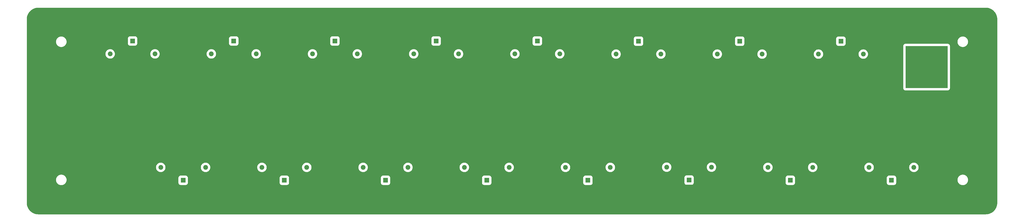
<source format=gbl>
G04 #@! TF.GenerationSoftware,KiCad,Pcbnew,7.0.2*
G04 #@! TF.CreationDate,2024-02-27T13:18:42-06:00*
G04 #@! TF.ProjectId,CapBankBreakout,43617042-616e-46b4-9272-65616b6f7574,rev?*
G04 #@! TF.SameCoordinates,Original*
G04 #@! TF.FileFunction,Copper,L2,Bot*
G04 #@! TF.FilePolarity,Positive*
%FSLAX46Y46*%
G04 Gerber Fmt 4.6, Leading zero omitted, Abs format (unit mm)*
G04 Created by KiCad (PCBNEW 7.0.2) date 2024-02-27 13:18:42*
%MOMM*%
%LPD*%
G01*
G04 APERTURE LIST*
G04 #@! TA.AperFunction,ComponentPad*
%ADD10R,18.288000X18.288000*%
G04 #@! TD*
G04 #@! TA.AperFunction,ComponentPad*
%ADD11R,2.082800X2.082800*%
G04 #@! TD*
G04 #@! TA.AperFunction,ComponentPad*
%ADD12C,2.082800*%
G04 #@! TD*
G04 APERTURE END LIST*
D10*
X135585000Y-168965000D03*
D11*
X216994998Y-180175709D03*
D12*
X216994998Y-157675709D03*
X226737784Y-174550709D03*
X207252212Y-174550709D03*
D11*
X282994998Y-119495409D03*
D12*
X282994998Y-141995409D03*
X273252212Y-125120409D03*
X292737784Y-125120409D03*
D11*
X172994998Y-180175709D03*
D12*
X172994998Y-157675709D03*
X182737784Y-174550709D03*
X163252212Y-174550709D03*
D11*
X436994998Y-180175709D03*
D12*
X436994998Y-157675709D03*
X446737784Y-174550709D03*
X427252212Y-174550709D03*
D11*
X458994998Y-119585559D03*
D12*
X458994998Y-142085559D03*
X449252212Y-125210559D03*
X468737784Y-125210559D03*
D11*
X150994998Y-119495409D03*
D12*
X150994998Y-141995409D03*
X141252212Y-125120409D03*
X160737784Y-125120409D03*
D11*
X326994998Y-119495409D03*
D12*
X326994998Y-141995409D03*
X317252212Y-125120409D03*
X336737784Y-125120409D03*
D11*
X392994998Y-180085559D03*
D12*
X392994998Y-157585559D03*
X402737784Y-174460559D03*
X383252212Y-174460559D03*
D11*
X370994998Y-119585559D03*
D12*
X370994998Y-142085559D03*
X361252212Y-125210559D03*
X380737784Y-125210559D03*
D11*
X238994998Y-119495409D03*
D12*
X238994998Y-141995409D03*
X229252212Y-125120409D03*
X248737784Y-125120409D03*
D11*
X480994998Y-180175709D03*
D12*
X480994998Y-157675709D03*
X490737784Y-174550709D03*
X471252212Y-174550709D03*
D11*
X304994998Y-180175709D03*
D12*
X304994998Y-157675709D03*
X314737784Y-174550709D03*
X295252212Y-174550709D03*
D11*
X260994998Y-180175709D03*
D12*
X260994998Y-157675709D03*
X270737784Y-174550709D03*
X251252212Y-174550709D03*
D11*
X194994998Y-119495409D03*
D12*
X194994998Y-141995409D03*
X185252212Y-125120409D03*
X204737784Y-125120409D03*
D11*
X348994998Y-180175709D03*
D12*
X348994998Y-157675709D03*
X358737784Y-174550709D03*
X339252212Y-174550709D03*
D10*
X496265000Y-130865000D03*
D11*
X414994998Y-119585559D03*
D12*
X414994998Y-142085559D03*
X405252212Y-125210559D03*
X424737784Y-125210559D03*
G04 #@! TA.AperFunction,Conductor*
G36*
X522002562Y-105000605D02*
G01*
X522217318Y-105009488D01*
X522413453Y-105018052D01*
X522423332Y-105018882D01*
X522636792Y-105045489D01*
X522834966Y-105071580D01*
X522844166Y-105073147D01*
X523054202Y-105117187D01*
X523250400Y-105160684D01*
X523258889Y-105162886D01*
X523464544Y-105224112D01*
X523656707Y-105284702D01*
X523664446Y-105287428D01*
X523863363Y-105365046D01*
X523865513Y-105365911D01*
X524051024Y-105442752D01*
X524057972Y-105445886D01*
X524225903Y-105527982D01*
X524249587Y-105539561D01*
X524252383Y-105540972D01*
X524430420Y-105633652D01*
X524436636Y-105637118D01*
X524619793Y-105746255D01*
X524622929Y-105748187D01*
X524686491Y-105788681D01*
X524792282Y-105856078D01*
X524797710Y-105859741D01*
X524971184Y-105983599D01*
X524974616Y-105986140D01*
X525133912Y-106108372D01*
X525138567Y-106112126D01*
X525301226Y-106249891D01*
X525304838Y-106253072D01*
X525452925Y-106388769D01*
X525456807Y-106392486D01*
X525607512Y-106543191D01*
X525611232Y-106547076D01*
X525746921Y-106695155D01*
X525750107Y-106698772D01*
X525887872Y-106861431D01*
X525891626Y-106866086D01*
X526013858Y-107025382D01*
X526016399Y-107028814D01*
X526140257Y-107202288D01*
X526143920Y-107207716D01*
X526251800Y-107377052D01*
X526253743Y-107380205D01*
X526362880Y-107563362D01*
X526366346Y-107569578D01*
X526459026Y-107747615D01*
X526460437Y-107750411D01*
X526554099Y-107941997D01*
X526557260Y-107949005D01*
X526634051Y-108134395D01*
X526635008Y-108136774D01*
X526712559Y-108335523D01*
X526715302Y-108343309D01*
X526775899Y-108535496D01*
X526837107Y-108741089D01*
X526839320Y-108749623D01*
X526882818Y-108945826D01*
X526926845Y-109155804D01*
X526928422Y-109165060D01*
X526954524Y-109363318D01*
X526981114Y-109576643D01*
X526981948Y-109586570D01*
X526990513Y-109782728D01*
X526999394Y-109997438D01*
X526999500Y-110002562D01*
X526999500Y-189997437D01*
X526999394Y-190002562D01*
X526990513Y-190217271D01*
X526981948Y-190413427D01*
X526981114Y-190423355D01*
X526954524Y-190636679D01*
X526928423Y-190834936D01*
X526926845Y-190844195D01*
X526882818Y-191054173D01*
X526839320Y-191250374D01*
X526837106Y-191258912D01*
X526775899Y-191464503D01*
X526715301Y-191656693D01*
X526712561Y-191664470D01*
X526635008Y-191863224D01*
X526634051Y-191865603D01*
X526557260Y-192050993D01*
X526554099Y-192058001D01*
X526460437Y-192249587D01*
X526459026Y-192252383D01*
X526366346Y-192430420D01*
X526362880Y-192436636D01*
X526253743Y-192619793D01*
X526251800Y-192622946D01*
X526143920Y-192792282D01*
X526140257Y-192797710D01*
X526016399Y-192971184D01*
X526013858Y-192974616D01*
X525891626Y-193133912D01*
X525887872Y-193138567D01*
X525750107Y-193301226D01*
X525746908Y-193304858D01*
X525611254Y-193452899D01*
X525607512Y-193456807D01*
X525456807Y-193607512D01*
X525452899Y-193611254D01*
X525304858Y-193746908D01*
X525301226Y-193750107D01*
X525138567Y-193887872D01*
X525133912Y-193891626D01*
X524974616Y-194013858D01*
X524971184Y-194016399D01*
X524797710Y-194140257D01*
X524792282Y-194143920D01*
X524622946Y-194251800D01*
X524619793Y-194253743D01*
X524436636Y-194362880D01*
X524430420Y-194366346D01*
X524252383Y-194459026D01*
X524249587Y-194460437D01*
X524058001Y-194554099D01*
X524050993Y-194557260D01*
X523865603Y-194634051D01*
X523863224Y-194635008D01*
X523664475Y-194712559D01*
X523656689Y-194715302D01*
X523464503Y-194775899D01*
X523258909Y-194837107D01*
X523250375Y-194839320D01*
X523054173Y-194882818D01*
X522844194Y-194926845D01*
X522834938Y-194928422D01*
X522636681Y-194954524D01*
X522423355Y-194981114D01*
X522413428Y-194981948D01*
X522217271Y-194990513D01*
X522002563Y-194999394D01*
X521997438Y-194999500D01*
X110002562Y-194999500D01*
X109997437Y-194999394D01*
X109782728Y-194990513D01*
X109586571Y-194981948D01*
X109576643Y-194981114D01*
X109363320Y-194954524D01*
X109165062Y-194928423D01*
X109155803Y-194926845D01*
X108945826Y-194882818D01*
X108749624Y-194839321D01*
X108741086Y-194837106D01*
X108535496Y-194775899D01*
X108343305Y-194715301D01*
X108335528Y-194712561D01*
X108206985Y-194662404D01*
X108136734Y-194634991D01*
X108134395Y-194634051D01*
X107949005Y-194557260D01*
X107941997Y-194554099D01*
X107750411Y-194460437D01*
X107747615Y-194459026D01*
X107569578Y-194366346D01*
X107563362Y-194362880D01*
X107380205Y-194253743D01*
X107377052Y-194251800D01*
X107207716Y-194143920D01*
X107202288Y-194140257D01*
X107028814Y-194016399D01*
X107025382Y-194013858D01*
X106866086Y-193891626D01*
X106861431Y-193887872D01*
X106698772Y-193750107D01*
X106695155Y-193746921D01*
X106547076Y-193611232D01*
X106543191Y-193607512D01*
X106392486Y-193456807D01*
X106388769Y-193452925D01*
X106253072Y-193304838D01*
X106249891Y-193301226D01*
X106112126Y-193138567D01*
X106108372Y-193133912D01*
X105986140Y-192974616D01*
X105983599Y-192971184D01*
X105859741Y-192797710D01*
X105856078Y-192792282D01*
X105748198Y-192622946D01*
X105746255Y-192619793D01*
X105637118Y-192436636D01*
X105633652Y-192430420D01*
X105540972Y-192252383D01*
X105539561Y-192249587D01*
X105527982Y-192225903D01*
X105445886Y-192057972D01*
X105442752Y-192051024D01*
X105365911Y-191865513D01*
X105365046Y-191863363D01*
X105287431Y-191664453D01*
X105284698Y-191656696D01*
X105224100Y-191464503D01*
X105162884Y-191258883D01*
X105160678Y-191250375D01*
X105117181Y-191054173D01*
X105073149Y-190844175D01*
X105071576Y-190834937D01*
X105071576Y-190834936D01*
X105045489Y-190636792D01*
X105018882Y-190423334D01*
X105018052Y-190413455D01*
X105009486Y-190217271D01*
X105000605Y-190002562D01*
X105000500Y-189997439D01*
X105000500Y-180000000D01*
X117708594Y-180000000D01*
X117708859Y-180004043D01*
X117708859Y-180004044D01*
X117715938Y-180112056D01*
X117714502Y-180118468D01*
X117717558Y-180141186D01*
X117718398Y-180149597D01*
X117718839Y-180156320D01*
X117719105Y-180164436D01*
X117719105Y-180182949D01*
X117721060Y-180190199D01*
X117728197Y-180299089D01*
X117728986Y-180303058D01*
X117728988Y-180303069D01*
X117750727Y-180412356D01*
X117750063Y-180419766D01*
X117756708Y-180444023D01*
X117758730Y-180452587D01*
X117760154Y-180459745D01*
X117761430Y-180467410D01*
X117763567Y-180483302D01*
X117765999Y-180489133D01*
X117786672Y-180593060D01*
X117787972Y-180596891D01*
X117787976Y-180596904D01*
X117824823Y-180705449D01*
X117825168Y-180713745D01*
X117835765Y-180738734D01*
X117839025Y-180747288D01*
X117841738Y-180755281D01*
X117843912Y-180762375D01*
X117847396Y-180775093D01*
X117849963Y-180779510D01*
X117881709Y-180873032D01*
X117881713Y-180873042D01*
X117883017Y-180876883D01*
X117884810Y-180880519D01*
X117884813Y-180880526D01*
X117936930Y-180986208D01*
X117938498Y-180995208D01*
X117953222Y-181020067D01*
X117957748Y-181028422D01*
X117962299Y-181037652D01*
X117965242Y-181044076D01*
X117969123Y-181053227D01*
X117971487Y-181056283D01*
X118015584Y-181145703D01*
X118017835Y-181149072D01*
X118017838Y-181149077D01*
X118085098Y-181249738D01*
X118088075Y-181259245D01*
X118106959Y-181283159D01*
X118112748Y-181291120D01*
X118119835Y-181301727D01*
X118123419Y-181307419D01*
X118126584Y-181312762D01*
X118128434Y-181314596D01*
X118182105Y-181394920D01*
X118184780Y-181397970D01*
X118184786Y-181397978D01*
X118266733Y-181491420D01*
X118271268Y-181501196D01*
X118294200Y-181523374D01*
X118301226Y-181530751D01*
X118311731Y-181542730D01*
X118315816Y-181547637D01*
X118317010Y-181549149D01*
X118318054Y-181549940D01*
X118379731Y-181620269D01*
X118469718Y-181699186D01*
X118478670Y-181707036D01*
X118484868Y-181716808D01*
X118511554Y-181736470D01*
X118519761Y-181743072D01*
X118534752Y-181756219D01*
X118536756Y-181758065D01*
X118537039Y-181758225D01*
X118605080Y-181817895D01*
X118608462Y-181820154D01*
X118608461Y-181820154D01*
X118717200Y-181892811D01*
X118725120Y-181902288D01*
X118755174Y-181918758D01*
X118764468Y-181924394D01*
X118854297Y-181984416D01*
X118857935Y-181986210D01*
X118857937Y-181986211D01*
X118978151Y-182045494D01*
X118987808Y-182054378D01*
X119020732Y-182067059D01*
X119031010Y-182071561D01*
X119123117Y-182116983D01*
X119126965Y-182118289D01*
X119126967Y-182118290D01*
X119256973Y-182162421D01*
X119268320Y-182170399D01*
X119303495Y-182178782D01*
X119314592Y-182181980D01*
X119406940Y-182213328D01*
X119548793Y-182241544D01*
X119561743Y-182248318D01*
X119598512Y-182252017D01*
X119610276Y-182253774D01*
X119700911Y-182271803D01*
X119848488Y-182281475D01*
X119862896Y-182286751D01*
X119900533Y-182285493D01*
X119912789Y-182285690D01*
X119995943Y-182291141D01*
X119995957Y-182291141D01*
X120000000Y-182291406D01*
X120150848Y-182281519D01*
X120166519Y-182285025D01*
X120204260Y-182278660D01*
X120216773Y-182277198D01*
X120299089Y-182271803D01*
X120450580Y-182241669D01*
X120467277Y-182243163D01*
X120504364Y-182231659D01*
X120516908Y-182228475D01*
X120593060Y-182213328D01*
X120742426Y-182162624D01*
X120759869Y-182161897D01*
X120795526Y-182145351D01*
X120807847Y-182140417D01*
X120876883Y-182116983D01*
X121021307Y-182045760D01*
X121039176Y-182042646D01*
X121072660Y-182021271D01*
X121084525Y-182014585D01*
X121145703Y-181984416D01*
X121282334Y-181893121D01*
X121300283Y-181887501D01*
X121330887Y-181861627D01*
X121342032Y-181853233D01*
X121394920Y-181817895D01*
X121520937Y-181707380D01*
X121538599Y-181699186D01*
X121565691Y-181669232D01*
X121575885Y-181659192D01*
X121620269Y-181620269D01*
X121732960Y-181491768D01*
X121749945Y-181480995D01*
X121772948Y-181447487D01*
X121781951Y-181435906D01*
X121817895Y-181394920D01*
X121899744Y-181272423D01*
X170953098Y-181272423D01*
X170953099Y-181275145D01*
X170953340Y-181277860D01*
X170953341Y-181277874D01*
X170955968Y-181307419D01*
X170963712Y-181394527D01*
X170975552Y-181435906D01*
X171019689Y-181590159D01*
X171107396Y-181758065D01*
X171113900Y-181770516D01*
X171242489Y-181928218D01*
X171313611Y-181986210D01*
X171400191Y-182056807D01*
X171535447Y-182127459D01*
X171580549Y-182151018D01*
X171776180Y-182206995D01*
X171895561Y-182217609D01*
X174094434Y-182217608D01*
X174213816Y-182206995D01*
X174409447Y-182151018D01*
X174589805Y-182056807D01*
X174747507Y-181928218D01*
X174876096Y-181770516D01*
X174970307Y-181590158D01*
X175026284Y-181394527D01*
X175036898Y-181275146D01*
X175036898Y-181272423D01*
X214953098Y-181272423D01*
X214953099Y-181275145D01*
X214953340Y-181277860D01*
X214953341Y-181277874D01*
X214955968Y-181307419D01*
X214963712Y-181394527D01*
X214975552Y-181435906D01*
X215019689Y-181590159D01*
X215107396Y-181758065D01*
X215113900Y-181770516D01*
X215242489Y-181928218D01*
X215313611Y-181986210D01*
X215400191Y-182056807D01*
X215535447Y-182127459D01*
X215580549Y-182151018D01*
X215776180Y-182206995D01*
X215895561Y-182217609D01*
X218094434Y-182217608D01*
X218213816Y-182206995D01*
X218409447Y-182151018D01*
X218589805Y-182056807D01*
X218747507Y-181928218D01*
X218876096Y-181770516D01*
X218970307Y-181590158D01*
X219026284Y-181394527D01*
X219036898Y-181275146D01*
X219036898Y-181272423D01*
X258953098Y-181272423D01*
X258953099Y-181275145D01*
X258953340Y-181277860D01*
X258953341Y-181277874D01*
X258955968Y-181307419D01*
X258963712Y-181394527D01*
X258975552Y-181435906D01*
X259019689Y-181590159D01*
X259107396Y-181758065D01*
X259113900Y-181770516D01*
X259242489Y-181928218D01*
X259313611Y-181986210D01*
X259400191Y-182056807D01*
X259535447Y-182127459D01*
X259580549Y-182151018D01*
X259776180Y-182206995D01*
X259895561Y-182217609D01*
X262094434Y-182217608D01*
X262213816Y-182206995D01*
X262409447Y-182151018D01*
X262589805Y-182056807D01*
X262747507Y-181928218D01*
X262876096Y-181770516D01*
X262970307Y-181590158D01*
X263026284Y-181394527D01*
X263036898Y-181275146D01*
X263036898Y-181272423D01*
X302953098Y-181272423D01*
X302953099Y-181275145D01*
X302953340Y-181277860D01*
X302953341Y-181277874D01*
X302955968Y-181307419D01*
X302963712Y-181394527D01*
X302975552Y-181435906D01*
X303019689Y-181590159D01*
X303107396Y-181758065D01*
X303113900Y-181770516D01*
X303242489Y-181928218D01*
X303313611Y-181986210D01*
X303400191Y-182056807D01*
X303535447Y-182127459D01*
X303580549Y-182151018D01*
X303776180Y-182206995D01*
X303895561Y-182217609D01*
X306094434Y-182217608D01*
X306213816Y-182206995D01*
X306409447Y-182151018D01*
X306589805Y-182056807D01*
X306747507Y-181928218D01*
X306876096Y-181770516D01*
X306970307Y-181590158D01*
X307026284Y-181394527D01*
X307036898Y-181275146D01*
X307036898Y-181272423D01*
X346953098Y-181272423D01*
X346953099Y-181275145D01*
X346953340Y-181277860D01*
X346953341Y-181277874D01*
X346955968Y-181307419D01*
X346963712Y-181394527D01*
X346975552Y-181435906D01*
X347019689Y-181590159D01*
X347107396Y-181758065D01*
X347113900Y-181770516D01*
X347242489Y-181928218D01*
X347313611Y-181986210D01*
X347400191Y-182056807D01*
X347535447Y-182127459D01*
X347580549Y-182151018D01*
X347776180Y-182206995D01*
X347895561Y-182217609D01*
X350094434Y-182217608D01*
X350213816Y-182206995D01*
X350409447Y-182151018D01*
X350589805Y-182056807D01*
X350747507Y-181928218D01*
X350876096Y-181770516D01*
X350970307Y-181590158D01*
X351026284Y-181394527D01*
X351036898Y-181275146D01*
X351036898Y-181182273D01*
X390953098Y-181182273D01*
X390953099Y-181184995D01*
X390953340Y-181187710D01*
X390953341Y-181187724D01*
X390958883Y-181250061D01*
X390963712Y-181304377D01*
X390966636Y-181314596D01*
X391019689Y-181500009D01*
X391113899Y-181680365D01*
X391135928Y-181707381D01*
X391242489Y-181838068D01*
X391400191Y-181966657D01*
X391568124Y-182054378D01*
X391580549Y-182060868D01*
X391776180Y-182116845D01*
X391895561Y-182127459D01*
X394094434Y-182127458D01*
X394213816Y-182116845D01*
X394409447Y-182060868D01*
X394589805Y-181966657D01*
X394747507Y-181838068D01*
X394876096Y-181680366D01*
X394970307Y-181500008D01*
X395026284Y-181304377D01*
X395029125Y-181272423D01*
X434953098Y-181272423D01*
X434953099Y-181275145D01*
X434953340Y-181277860D01*
X434953341Y-181277874D01*
X434955968Y-181307419D01*
X434963712Y-181394527D01*
X434975552Y-181435906D01*
X435019689Y-181590159D01*
X435107396Y-181758065D01*
X435113900Y-181770516D01*
X435242489Y-181928218D01*
X435313611Y-181986210D01*
X435400191Y-182056807D01*
X435535447Y-182127459D01*
X435580549Y-182151018D01*
X435776180Y-182206995D01*
X435895561Y-182217609D01*
X438094434Y-182217608D01*
X438213816Y-182206995D01*
X438409447Y-182151018D01*
X438589805Y-182056807D01*
X438747507Y-181928218D01*
X438876096Y-181770516D01*
X438970307Y-181590158D01*
X439026284Y-181394527D01*
X439036898Y-181275146D01*
X439036898Y-181272423D01*
X478953098Y-181272423D01*
X478953099Y-181275145D01*
X478953340Y-181277860D01*
X478953341Y-181277874D01*
X478955968Y-181307419D01*
X478963712Y-181394527D01*
X478975552Y-181435906D01*
X479019689Y-181590159D01*
X479107396Y-181758065D01*
X479113900Y-181770516D01*
X479242489Y-181928218D01*
X479313611Y-181986210D01*
X479400191Y-182056807D01*
X479535447Y-182127459D01*
X479580549Y-182151018D01*
X479776180Y-182206995D01*
X479895561Y-182217609D01*
X482094434Y-182217608D01*
X482213816Y-182206995D01*
X482409447Y-182151018D01*
X482589805Y-182056807D01*
X482747507Y-181928218D01*
X482876096Y-181770516D01*
X482970307Y-181590158D01*
X483026284Y-181394527D01*
X483036898Y-181275146D01*
X483036897Y-180000000D01*
X509708594Y-180000000D01*
X509708859Y-180004043D01*
X509708859Y-180004044D01*
X509715938Y-180112056D01*
X509714502Y-180118468D01*
X509717558Y-180141186D01*
X509718398Y-180149597D01*
X509718838Y-180156305D01*
X509719104Y-180164421D01*
X509719104Y-180182944D01*
X509721060Y-180190199D01*
X509728197Y-180299089D01*
X509728986Y-180303058D01*
X509728988Y-180303069D01*
X509750727Y-180412356D01*
X509750063Y-180419766D01*
X509756708Y-180444023D01*
X509758730Y-180452587D01*
X509760154Y-180459745D01*
X509761430Y-180467410D01*
X509763567Y-180483302D01*
X509765999Y-180489133D01*
X509786672Y-180593060D01*
X509787972Y-180596891D01*
X509787976Y-180596904D01*
X509824823Y-180705449D01*
X509825168Y-180713745D01*
X509835765Y-180738734D01*
X509839025Y-180747288D01*
X509841738Y-180755281D01*
X509843912Y-180762375D01*
X509847396Y-180775093D01*
X509849963Y-180779510D01*
X509881709Y-180873032D01*
X509881713Y-180873042D01*
X509883017Y-180876883D01*
X509884810Y-180880519D01*
X509884813Y-180880526D01*
X509936930Y-180986208D01*
X509938498Y-180995208D01*
X509953222Y-181020067D01*
X509957748Y-181028422D01*
X509962299Y-181037652D01*
X509965242Y-181044076D01*
X509969123Y-181053227D01*
X509971487Y-181056283D01*
X510015584Y-181145703D01*
X510017835Y-181149072D01*
X510017838Y-181149077D01*
X510085098Y-181249738D01*
X510088075Y-181259245D01*
X510106959Y-181283159D01*
X510112748Y-181291120D01*
X510119835Y-181301727D01*
X510123419Y-181307419D01*
X510126584Y-181312762D01*
X510128434Y-181314596D01*
X510182105Y-181394920D01*
X510184780Y-181397970D01*
X510184786Y-181397978D01*
X510266733Y-181491420D01*
X510271268Y-181501196D01*
X510294200Y-181523374D01*
X510301226Y-181530751D01*
X510311731Y-181542730D01*
X510315816Y-181547637D01*
X510317010Y-181549149D01*
X510318054Y-181549940D01*
X510379731Y-181620269D01*
X510469718Y-181699186D01*
X510478670Y-181707036D01*
X510484868Y-181716808D01*
X510511554Y-181736470D01*
X510519761Y-181743072D01*
X510534752Y-181756219D01*
X510536756Y-181758065D01*
X510537039Y-181758225D01*
X510605080Y-181817895D01*
X510608462Y-181820154D01*
X510608461Y-181820154D01*
X510717200Y-181892811D01*
X510725120Y-181902288D01*
X510755174Y-181918758D01*
X510764468Y-181924394D01*
X510854297Y-181984416D01*
X510857935Y-181986210D01*
X510857937Y-181986211D01*
X510978151Y-182045494D01*
X510987808Y-182054378D01*
X511020732Y-182067059D01*
X511031010Y-182071561D01*
X511123117Y-182116983D01*
X511126965Y-182118289D01*
X511126967Y-182118290D01*
X511256973Y-182162421D01*
X511268320Y-182170399D01*
X511303495Y-182178782D01*
X511314592Y-182181980D01*
X511406940Y-182213328D01*
X511548793Y-182241544D01*
X511561743Y-182248318D01*
X511598512Y-182252017D01*
X511610276Y-182253774D01*
X511700911Y-182271803D01*
X511848488Y-182281475D01*
X511862896Y-182286751D01*
X511900533Y-182285493D01*
X511912789Y-182285690D01*
X511995943Y-182291141D01*
X511995957Y-182291141D01*
X512000000Y-182291406D01*
X512150848Y-182281519D01*
X512166519Y-182285025D01*
X512204260Y-182278660D01*
X512216773Y-182277198D01*
X512299089Y-182271803D01*
X512450580Y-182241669D01*
X512467277Y-182243163D01*
X512504364Y-182231659D01*
X512516908Y-182228475D01*
X512593060Y-182213328D01*
X512742426Y-182162624D01*
X512759869Y-182161897D01*
X512795526Y-182145351D01*
X512807847Y-182140417D01*
X512876883Y-182116983D01*
X513021307Y-182045760D01*
X513039176Y-182042646D01*
X513072660Y-182021271D01*
X513084525Y-182014585D01*
X513145703Y-181984416D01*
X513282334Y-181893121D01*
X513300283Y-181887501D01*
X513330887Y-181861627D01*
X513342032Y-181853233D01*
X513394920Y-181817895D01*
X513520937Y-181707380D01*
X513538599Y-181699186D01*
X513565691Y-181669232D01*
X513575885Y-181659192D01*
X513620269Y-181620269D01*
X513732960Y-181491768D01*
X513749945Y-181480995D01*
X513772948Y-181447487D01*
X513781951Y-181435906D01*
X513817895Y-181394920D01*
X513914688Y-181250058D01*
X513930612Y-181236749D01*
X513949040Y-181200282D01*
X513956612Y-181187314D01*
X513958161Y-181184996D01*
X513984416Y-181145703D01*
X514062933Y-180986485D01*
X514077408Y-180970751D01*
X514090869Y-180931986D01*
X514096790Y-180917828D01*
X514116983Y-180876883D01*
X514175106Y-180705655D01*
X514187762Y-180687657D01*
X514195964Y-180647305D01*
X514200054Y-180632162D01*
X514213328Y-180593060D01*
X514271803Y-180299089D01*
X514291406Y-180000000D01*
X514271803Y-179700911D01*
X514213328Y-179406940D01*
X514200056Y-179367842D01*
X514195963Y-179352692D01*
X514189243Y-179319633D01*
X514175108Y-179294348D01*
X514118290Y-179126967D01*
X514118289Y-179126965D01*
X514116983Y-179123117D01*
X514096791Y-179082173D01*
X514090871Y-179068017D01*
X514079781Y-179036080D01*
X514062933Y-179013514D01*
X513986211Y-178857936D01*
X513986207Y-178857930D01*
X513984416Y-178854297D01*
X513956610Y-178812683D01*
X513949042Y-178799721D01*
X513933778Y-178769514D01*
X513914688Y-178749941D01*
X513820154Y-178608461D01*
X513817895Y-178605080D01*
X513781948Y-178564090D01*
X513772950Y-178552515D01*
X513753795Y-178524610D01*
X513732961Y-178508231D01*
X513622942Y-178382779D01*
X513620269Y-178379731D01*
X513575903Y-178340823D01*
X513565698Y-178330773D01*
X513543016Y-178305695D01*
X513520938Y-178292620D01*
X513397978Y-178184786D01*
X513397970Y-178184780D01*
X513394920Y-178182105D01*
X513342060Y-178146785D01*
X513330895Y-178138377D01*
X513305138Y-178116601D01*
X513282333Y-178106877D01*
X513149077Y-178017838D01*
X513149072Y-178017835D01*
X513145703Y-178015584D01*
X513142067Y-178013791D01*
X513142062Y-178013788D01*
X513084547Y-177985425D01*
X513072669Y-177978732D01*
X513044351Y-177960655D01*
X513021309Y-177954240D01*
X512880525Y-177884813D01*
X512880524Y-177884812D01*
X512876883Y-177883017D01*
X512873036Y-177881711D01*
X512807871Y-177859590D01*
X512795535Y-177854651D01*
X512765223Y-177840585D01*
X512742426Y-177837375D01*
X512596904Y-177787976D01*
X512596891Y-177787972D01*
X512593060Y-177786672D01*
X512589083Y-177785881D01*
X512589076Y-177785879D01*
X512531408Y-177774408D01*
X512516923Y-177771527D01*
X512504379Y-177768344D01*
X512472690Y-177758514D01*
X512450579Y-177758330D01*
X512303068Y-177728988D01*
X512303060Y-177728987D01*
X512299089Y-177728197D01*
X512295046Y-177727932D01*
X512295031Y-177727930D01*
X512216788Y-177722801D01*
X512204276Y-177721340D01*
X512171878Y-177715875D01*
X512150849Y-177718481D01*
X512000000Y-177708594D01*
X511995957Y-177708859D01*
X511995956Y-177708859D01*
X511912798Y-177714309D01*
X511900546Y-177714505D01*
X511868078Y-177713419D01*
X511848489Y-177718523D01*
X511704968Y-177727930D01*
X511704951Y-177727932D01*
X511700911Y-177728197D01*
X511696943Y-177728986D01*
X511696930Y-177728988D01*
X511610301Y-177746220D01*
X511598523Y-177747980D01*
X511566651Y-177751186D01*
X511548793Y-177758455D01*
X511410920Y-177785880D01*
X511410915Y-177785881D01*
X511406940Y-177786672D01*
X511403106Y-177787973D01*
X511403104Y-177787974D01*
X511314624Y-177818009D01*
X511303513Y-177821211D01*
X511272877Y-177828512D01*
X511256976Y-177837577D01*
X511126963Y-177881711D01*
X511126956Y-177881713D01*
X511123117Y-177883017D01*
X511119487Y-177884807D01*
X511119480Y-177884810D01*
X511031012Y-177928438D01*
X511020737Y-177932939D01*
X510991941Y-177944029D01*
X510978154Y-177954504D01*
X510871939Y-178006883D01*
X510854297Y-178015584D01*
X510850923Y-178017838D01*
X510850915Y-178017843D01*
X510764478Y-178075598D01*
X510755181Y-178081237D01*
X510728774Y-178095708D01*
X510717201Y-178107187D01*
X510608462Y-178179845D01*
X510605080Y-178182105D01*
X510602029Y-178184780D01*
X510602022Y-178184786D01*
X510537040Y-178241774D01*
X510536819Y-178241876D01*
X510534736Y-178243795D01*
X510519764Y-178256924D01*
X510511565Y-178263519D01*
X510488015Y-178280871D01*
X510478671Y-178292962D01*
X510382779Y-178377057D01*
X510382771Y-178377064D01*
X510379731Y-178379731D01*
X510377064Y-178382771D01*
X510377056Y-178382780D01*
X510318053Y-178450060D01*
X510317209Y-178450595D01*
X510315795Y-178452386D01*
X510311712Y-178457291D01*
X510301226Y-178469248D01*
X510294202Y-178476623D01*
X510273881Y-178496275D01*
X510266735Y-178508577D01*
X510184786Y-178602022D01*
X510184780Y-178602029D01*
X510182105Y-178605080D01*
X510179846Y-178608459D01*
X510179845Y-178608462D01*
X510128434Y-178685403D01*
X510126918Y-178686669D01*
X510123403Y-178692604D01*
X510119822Y-178698291D01*
X510112758Y-178708864D01*
X510106969Y-178716826D01*
X510090158Y-178738113D01*
X510085099Y-178750259D01*
X510017836Y-178850925D01*
X510017829Y-178850937D01*
X510015584Y-178854297D01*
X510009447Y-178866741D01*
X509971487Y-178943716D01*
X509969504Y-178945870D01*
X509965238Y-178955931D01*
X509962294Y-178962356D01*
X509957752Y-178971567D01*
X509953229Y-178979917D01*
X509940067Y-179002139D01*
X509936931Y-179013788D01*
X509884816Y-179119467D01*
X509884810Y-179119479D01*
X509883017Y-179123117D01*
X509881713Y-179126956D01*
X509881711Y-179126963D01*
X509849963Y-179220489D01*
X509847739Y-179223651D01*
X509843909Y-179237632D01*
X509841735Y-179244728D01*
X509839025Y-179252711D01*
X509835768Y-179261257D01*
X509826261Y-179283676D01*
X509824824Y-179294548D01*
X509787976Y-179403100D01*
X509786672Y-179406940D01*
X509785882Y-179410907D01*
X509785880Y-179410918D01*
X509765999Y-179510866D01*
X509763782Y-179515102D01*
X509761431Y-179532590D01*
X509760153Y-179540259D01*
X509758730Y-179547411D01*
X509756709Y-179555972D01*
X509750725Y-179577815D01*
X509750727Y-179587642D01*
X509728988Y-179696930D01*
X509728986Y-179696943D01*
X509728197Y-179700911D01*
X509727932Y-179704951D01*
X509727930Y-179704968D01*
X509721059Y-179809799D01*
X509719104Y-179815137D01*
X509719104Y-179835578D01*
X509718838Y-179843697D01*
X509718398Y-179850403D01*
X509717558Y-179858810D01*
X509714797Y-179879336D01*
X509715938Y-179887942D01*
X509708859Y-179995955D01*
X509708594Y-180000000D01*
X483036897Y-180000000D01*
X483036897Y-179076273D01*
X483026284Y-178956891D01*
X482970307Y-178761260D01*
X482876096Y-178580902D01*
X482747507Y-178423200D01*
X482618916Y-178318348D01*
X482589804Y-178294610D01*
X482409448Y-178200400D01*
X482311631Y-178172411D01*
X482213816Y-178144423D01*
X482194704Y-178142723D01*
X482097162Y-178134051D01*
X482097151Y-178134050D01*
X482094435Y-178133809D01*
X482091691Y-178133809D01*
X479898305Y-178133809D01*
X479898282Y-178133809D01*
X479895562Y-178133810D01*
X479892847Y-178134051D01*
X479892832Y-178134052D01*
X479776180Y-178144423D01*
X479580547Y-178200400D01*
X479400191Y-178294610D01*
X479242489Y-178423200D01*
X479113899Y-178580902D01*
X479019689Y-178761258D01*
X478963712Y-178956891D01*
X478953340Y-179073544D01*
X478953339Y-179073556D01*
X478953098Y-179076272D01*
X478953098Y-179079014D01*
X478953098Y-179079015D01*
X478953098Y-181272401D01*
X478953098Y-181272423D01*
X439036898Y-181272423D01*
X439036897Y-179076273D01*
X439026284Y-178956891D01*
X438970307Y-178761260D01*
X438876096Y-178580902D01*
X438747507Y-178423200D01*
X438618916Y-178318348D01*
X438589804Y-178294610D01*
X438409448Y-178200400D01*
X438311631Y-178172411D01*
X438213816Y-178144423D01*
X438194704Y-178142723D01*
X438097162Y-178134051D01*
X438097151Y-178134050D01*
X438094435Y-178133809D01*
X438091691Y-178133809D01*
X435898305Y-178133809D01*
X435898282Y-178133809D01*
X435895562Y-178133810D01*
X435892847Y-178134051D01*
X435892832Y-178134052D01*
X435776180Y-178144423D01*
X435580547Y-178200400D01*
X435400191Y-178294610D01*
X435242489Y-178423200D01*
X435113899Y-178580902D01*
X435019689Y-178761258D01*
X434963712Y-178956891D01*
X434953340Y-179073544D01*
X434953339Y-179073556D01*
X434953098Y-179076272D01*
X434953098Y-179079014D01*
X434953098Y-179079015D01*
X434953098Y-181272401D01*
X434953098Y-181272423D01*
X395029125Y-181272423D01*
X395036898Y-181184996D01*
X395036897Y-178986123D01*
X395026284Y-178866741D01*
X394970307Y-178671110D01*
X394876096Y-178490752D01*
X394747507Y-178333050D01*
X394589805Y-178204461D01*
X394589804Y-178204460D01*
X394409448Y-178110250D01*
X394308051Y-178081237D01*
X394213816Y-178054273D01*
X394194704Y-178052573D01*
X394097162Y-178043901D01*
X394097151Y-178043900D01*
X394094435Y-178043659D01*
X394091691Y-178043659D01*
X391898305Y-178043659D01*
X391898282Y-178043659D01*
X391895562Y-178043660D01*
X391892847Y-178043901D01*
X391892832Y-178043902D01*
X391776180Y-178054273D01*
X391580547Y-178110250D01*
X391400191Y-178204460D01*
X391242489Y-178333050D01*
X391113899Y-178490752D01*
X391019689Y-178671108D01*
X390963712Y-178866741D01*
X390953340Y-178983394D01*
X390953339Y-178983406D01*
X390953098Y-178986122D01*
X390953098Y-178988864D01*
X390953098Y-178988865D01*
X390953098Y-181182251D01*
X390953098Y-181182273D01*
X351036898Y-181182273D01*
X351036897Y-179076273D01*
X351026284Y-178956891D01*
X350970307Y-178761260D01*
X350876096Y-178580902D01*
X350747507Y-178423200D01*
X350618916Y-178318348D01*
X350589804Y-178294610D01*
X350409448Y-178200400D01*
X350311631Y-178172411D01*
X350213816Y-178144423D01*
X350194704Y-178142723D01*
X350097162Y-178134051D01*
X350097151Y-178134050D01*
X350094435Y-178133809D01*
X350091691Y-178133809D01*
X347898305Y-178133809D01*
X347898282Y-178133809D01*
X347895562Y-178133810D01*
X347892847Y-178134051D01*
X347892832Y-178134052D01*
X347776180Y-178144423D01*
X347580547Y-178200400D01*
X347400191Y-178294610D01*
X347242489Y-178423200D01*
X347113899Y-178580902D01*
X347019689Y-178761258D01*
X346963712Y-178956891D01*
X346953340Y-179073544D01*
X346953339Y-179073556D01*
X346953098Y-179076272D01*
X346953098Y-179079014D01*
X346953098Y-179079015D01*
X346953098Y-181272401D01*
X346953098Y-181272423D01*
X307036898Y-181272423D01*
X307036897Y-179076273D01*
X307026284Y-178956891D01*
X306970307Y-178761260D01*
X306876096Y-178580902D01*
X306747507Y-178423200D01*
X306618917Y-178318348D01*
X306589804Y-178294610D01*
X306409448Y-178200400D01*
X306311631Y-178172411D01*
X306213816Y-178144423D01*
X306194704Y-178142723D01*
X306097162Y-178134051D01*
X306097151Y-178134050D01*
X306094435Y-178133809D01*
X306091691Y-178133809D01*
X303898305Y-178133809D01*
X303898282Y-178133809D01*
X303895562Y-178133810D01*
X303892847Y-178134051D01*
X303892832Y-178134052D01*
X303776180Y-178144423D01*
X303580547Y-178200400D01*
X303400191Y-178294610D01*
X303242489Y-178423200D01*
X303113899Y-178580902D01*
X303019689Y-178761258D01*
X302963712Y-178956891D01*
X302953340Y-179073544D01*
X302953339Y-179073556D01*
X302953098Y-179076272D01*
X302953098Y-179079014D01*
X302953098Y-179079015D01*
X302953098Y-181272401D01*
X302953098Y-181272423D01*
X263036898Y-181272423D01*
X263036897Y-179076273D01*
X263026284Y-178956891D01*
X262970307Y-178761260D01*
X262876096Y-178580902D01*
X262747507Y-178423200D01*
X262618917Y-178318348D01*
X262589804Y-178294610D01*
X262409448Y-178200400D01*
X262311631Y-178172411D01*
X262213816Y-178144423D01*
X262194704Y-178142723D01*
X262097162Y-178134051D01*
X262097151Y-178134050D01*
X262094435Y-178133809D01*
X262091691Y-178133809D01*
X259898305Y-178133809D01*
X259898282Y-178133809D01*
X259895562Y-178133810D01*
X259892847Y-178134051D01*
X259892832Y-178134052D01*
X259776180Y-178144423D01*
X259580547Y-178200400D01*
X259400191Y-178294610D01*
X259242489Y-178423200D01*
X259113899Y-178580902D01*
X259019689Y-178761258D01*
X258963712Y-178956891D01*
X258953340Y-179073544D01*
X258953339Y-179073556D01*
X258953098Y-179076272D01*
X258953098Y-179079014D01*
X258953098Y-179079015D01*
X258953098Y-181272401D01*
X258953098Y-181272423D01*
X219036898Y-181272423D01*
X219036897Y-179076273D01*
X219026284Y-178956891D01*
X218970307Y-178761260D01*
X218876096Y-178580902D01*
X218747507Y-178423200D01*
X218618917Y-178318348D01*
X218589804Y-178294610D01*
X218409448Y-178200400D01*
X218311631Y-178172411D01*
X218213816Y-178144423D01*
X218194704Y-178142723D01*
X218097162Y-178134051D01*
X218097151Y-178134050D01*
X218094435Y-178133809D01*
X218091691Y-178133809D01*
X215898305Y-178133809D01*
X215898282Y-178133809D01*
X215895562Y-178133810D01*
X215892847Y-178134051D01*
X215892832Y-178134052D01*
X215776180Y-178144423D01*
X215580547Y-178200400D01*
X215400191Y-178294610D01*
X215242489Y-178423200D01*
X215113899Y-178580902D01*
X215019689Y-178761258D01*
X214963712Y-178956891D01*
X214953340Y-179073544D01*
X214953339Y-179073556D01*
X214953098Y-179076272D01*
X214953098Y-179079014D01*
X214953098Y-179079015D01*
X214953098Y-181272401D01*
X214953098Y-181272423D01*
X175036898Y-181272423D01*
X175036897Y-179076273D01*
X175026284Y-178956891D01*
X174970307Y-178761260D01*
X174876096Y-178580902D01*
X174747507Y-178423200D01*
X174618917Y-178318348D01*
X174589804Y-178294610D01*
X174409448Y-178200400D01*
X174311631Y-178172411D01*
X174213816Y-178144423D01*
X174194704Y-178142723D01*
X174097162Y-178134051D01*
X174097151Y-178134050D01*
X174094435Y-178133809D01*
X174091691Y-178133809D01*
X171898305Y-178133809D01*
X171898282Y-178133809D01*
X171895562Y-178133810D01*
X171892847Y-178134051D01*
X171892832Y-178134052D01*
X171776180Y-178144423D01*
X171580547Y-178200400D01*
X171400191Y-178294610D01*
X171242489Y-178423200D01*
X171113899Y-178580902D01*
X171019689Y-178761258D01*
X170963712Y-178956891D01*
X170953340Y-179073544D01*
X170953339Y-179073556D01*
X170953098Y-179076272D01*
X170953098Y-179079014D01*
X170953098Y-179079015D01*
X170953098Y-181272401D01*
X170953098Y-181272423D01*
X121899744Y-181272423D01*
X121914688Y-181250058D01*
X121930612Y-181236749D01*
X121949040Y-181200282D01*
X121956612Y-181187314D01*
X121958161Y-181184996D01*
X121984416Y-181145703D01*
X122062933Y-180986485D01*
X122077408Y-180970751D01*
X122090869Y-180931986D01*
X122096790Y-180917828D01*
X122116983Y-180876883D01*
X122175106Y-180705655D01*
X122187762Y-180687657D01*
X122195964Y-180647305D01*
X122200054Y-180632162D01*
X122213328Y-180593060D01*
X122271803Y-180299089D01*
X122291406Y-180000000D01*
X122271803Y-179700911D01*
X122213328Y-179406940D01*
X122200056Y-179367842D01*
X122195963Y-179352692D01*
X122189243Y-179319633D01*
X122175108Y-179294348D01*
X122118290Y-179126967D01*
X122118289Y-179126965D01*
X122116983Y-179123117D01*
X122096791Y-179082173D01*
X122090871Y-179068017D01*
X122079781Y-179036080D01*
X122062933Y-179013514D01*
X121986211Y-178857936D01*
X121986207Y-178857930D01*
X121984416Y-178854297D01*
X121956610Y-178812683D01*
X121949042Y-178799721D01*
X121933778Y-178769514D01*
X121914688Y-178749941D01*
X121820154Y-178608461D01*
X121817895Y-178605080D01*
X121781948Y-178564090D01*
X121772950Y-178552515D01*
X121753795Y-178524610D01*
X121732961Y-178508231D01*
X121622942Y-178382779D01*
X121620269Y-178379731D01*
X121575903Y-178340823D01*
X121565698Y-178330773D01*
X121543016Y-178305695D01*
X121520938Y-178292620D01*
X121397978Y-178184786D01*
X121397970Y-178184780D01*
X121394920Y-178182105D01*
X121342060Y-178146785D01*
X121330895Y-178138377D01*
X121305138Y-178116601D01*
X121282333Y-178106877D01*
X121149077Y-178017838D01*
X121149072Y-178017835D01*
X121145703Y-178015584D01*
X121142067Y-178013791D01*
X121142062Y-178013788D01*
X121084547Y-177985425D01*
X121072669Y-177978732D01*
X121044351Y-177960655D01*
X121021309Y-177954240D01*
X120880525Y-177884813D01*
X120880524Y-177884812D01*
X120876883Y-177883017D01*
X120873036Y-177881711D01*
X120807871Y-177859590D01*
X120795535Y-177854651D01*
X120765223Y-177840585D01*
X120742426Y-177837375D01*
X120596904Y-177787976D01*
X120596891Y-177787972D01*
X120593060Y-177786672D01*
X120589083Y-177785881D01*
X120589076Y-177785879D01*
X120531408Y-177774408D01*
X120516923Y-177771527D01*
X120504379Y-177768344D01*
X120472690Y-177758514D01*
X120450579Y-177758330D01*
X120303068Y-177728988D01*
X120303060Y-177728987D01*
X120299089Y-177728197D01*
X120295046Y-177727932D01*
X120295031Y-177727930D01*
X120216788Y-177722801D01*
X120204276Y-177721340D01*
X120171878Y-177715875D01*
X120150849Y-177718481D01*
X120000000Y-177708594D01*
X119995957Y-177708859D01*
X119995956Y-177708859D01*
X119912798Y-177714309D01*
X119900546Y-177714505D01*
X119868078Y-177713419D01*
X119848489Y-177718523D01*
X119704968Y-177727930D01*
X119704951Y-177727932D01*
X119700911Y-177728197D01*
X119696943Y-177728986D01*
X119696930Y-177728988D01*
X119610301Y-177746220D01*
X119598523Y-177747980D01*
X119566651Y-177751186D01*
X119548793Y-177758455D01*
X119410920Y-177785880D01*
X119410915Y-177785881D01*
X119406940Y-177786672D01*
X119403106Y-177787973D01*
X119403104Y-177787974D01*
X119314624Y-177818009D01*
X119303513Y-177821211D01*
X119272877Y-177828512D01*
X119256976Y-177837577D01*
X119126963Y-177881711D01*
X119126956Y-177881713D01*
X119123117Y-177883017D01*
X119119487Y-177884807D01*
X119119480Y-177884810D01*
X119031012Y-177928438D01*
X119020737Y-177932939D01*
X118991941Y-177944029D01*
X118978154Y-177954504D01*
X118871939Y-178006883D01*
X118854297Y-178015584D01*
X118850923Y-178017838D01*
X118850915Y-178017843D01*
X118764478Y-178075598D01*
X118755181Y-178081237D01*
X118728774Y-178095708D01*
X118717201Y-178107187D01*
X118608462Y-178179845D01*
X118605080Y-178182105D01*
X118602029Y-178184780D01*
X118602022Y-178184786D01*
X118537040Y-178241774D01*
X118536819Y-178241876D01*
X118534736Y-178243795D01*
X118519764Y-178256924D01*
X118511565Y-178263519D01*
X118488015Y-178280871D01*
X118478671Y-178292962D01*
X118382779Y-178377057D01*
X118382771Y-178377064D01*
X118379731Y-178379731D01*
X118377064Y-178382771D01*
X118377056Y-178382780D01*
X118318053Y-178450060D01*
X118317209Y-178450595D01*
X118315795Y-178452386D01*
X118311712Y-178457291D01*
X118301226Y-178469248D01*
X118294202Y-178476623D01*
X118273881Y-178496275D01*
X118266735Y-178508577D01*
X118184786Y-178602022D01*
X118184780Y-178602029D01*
X118182105Y-178605080D01*
X118179846Y-178608459D01*
X118179845Y-178608462D01*
X118128434Y-178685403D01*
X118126918Y-178686669D01*
X118123403Y-178692604D01*
X118119822Y-178698291D01*
X118112758Y-178708864D01*
X118106969Y-178716826D01*
X118090158Y-178738113D01*
X118085099Y-178750259D01*
X118017836Y-178850925D01*
X118017829Y-178850937D01*
X118015584Y-178854297D01*
X118009447Y-178866741D01*
X117971487Y-178943716D01*
X117969504Y-178945870D01*
X117965238Y-178955931D01*
X117962294Y-178962356D01*
X117957752Y-178971567D01*
X117953229Y-178979917D01*
X117940067Y-179002139D01*
X117936931Y-179013788D01*
X117884816Y-179119467D01*
X117884810Y-179119479D01*
X117883017Y-179123117D01*
X117881713Y-179126956D01*
X117881711Y-179126963D01*
X117849963Y-179220489D01*
X117847739Y-179223651D01*
X117843909Y-179237632D01*
X117841735Y-179244728D01*
X117839025Y-179252711D01*
X117835768Y-179261257D01*
X117826261Y-179283676D01*
X117824824Y-179294548D01*
X117787976Y-179403100D01*
X117786672Y-179406940D01*
X117785882Y-179410907D01*
X117785880Y-179410918D01*
X117765999Y-179510866D01*
X117763782Y-179515102D01*
X117761431Y-179532590D01*
X117760153Y-179540259D01*
X117758730Y-179547411D01*
X117756709Y-179555972D01*
X117750725Y-179577815D01*
X117750727Y-179587642D01*
X117728988Y-179696930D01*
X117728986Y-179696943D01*
X117728197Y-179700911D01*
X117727932Y-179704951D01*
X117727930Y-179704968D01*
X117721059Y-179809798D01*
X117719105Y-179815133D01*
X117719105Y-179835563D01*
X117718839Y-179843682D01*
X117718398Y-179850403D01*
X117717558Y-179858810D01*
X117714797Y-179879336D01*
X117715938Y-179887942D01*
X117708859Y-179995955D01*
X117708594Y-180000000D01*
X105000500Y-180000000D01*
X105000500Y-174550709D01*
X161205541Y-174550709D01*
X161205830Y-174554933D01*
X161218437Y-174739247D01*
X161224604Y-174829397D01*
X161225463Y-174833535D01*
X161225465Y-174833543D01*
X161263533Y-175016737D01*
X161281437Y-175102894D01*
X161282855Y-175106885D01*
X161282856Y-175106887D01*
X161344279Y-175279717D01*
X161374982Y-175366105D01*
X161376929Y-175369863D01*
X161376931Y-175369867D01*
X161458580Y-175527441D01*
X161503497Y-175614126D01*
X161664586Y-175842338D01*
X161855250Y-176046490D01*
X162071937Y-176222778D01*
X162310610Y-176367918D01*
X162566824Y-176479207D01*
X162778002Y-176538376D01*
X162831724Y-176553429D01*
X162831726Y-176553429D01*
X162835804Y-176554572D01*
X163112542Y-176592609D01*
X163116779Y-176592609D01*
X163387645Y-176592609D01*
X163391882Y-176592609D01*
X163668620Y-176554572D01*
X163937600Y-176479207D01*
X164193814Y-176367918D01*
X164432487Y-176222778D01*
X164649174Y-176046490D01*
X164839838Y-175842338D01*
X165000927Y-175614126D01*
X165129442Y-175366105D01*
X165222987Y-175102894D01*
X165279820Y-174829397D01*
X165298883Y-174550709D01*
X180691113Y-174550709D01*
X180691402Y-174554933D01*
X180704009Y-174739247D01*
X180710176Y-174829397D01*
X180711035Y-174833535D01*
X180711037Y-174833543D01*
X180749105Y-175016737D01*
X180767009Y-175102894D01*
X180768427Y-175106885D01*
X180768428Y-175106887D01*
X180829851Y-175279717D01*
X180860554Y-175366105D01*
X180862501Y-175369863D01*
X180862503Y-175369867D01*
X180944152Y-175527441D01*
X180989069Y-175614126D01*
X181150158Y-175842338D01*
X181340822Y-176046490D01*
X181557509Y-176222778D01*
X181796182Y-176367918D01*
X182052396Y-176479207D01*
X182263574Y-176538376D01*
X182317296Y-176553429D01*
X182317298Y-176553429D01*
X182321376Y-176554572D01*
X182598114Y-176592609D01*
X182602351Y-176592609D01*
X182873217Y-176592609D01*
X182877454Y-176592609D01*
X183154192Y-176554572D01*
X183423172Y-176479207D01*
X183679386Y-176367918D01*
X183918059Y-176222778D01*
X184134746Y-176046490D01*
X184325410Y-175842338D01*
X184486499Y-175614126D01*
X184615014Y-175366105D01*
X184708559Y-175102894D01*
X184765392Y-174829397D01*
X184784455Y-174550709D01*
X205205541Y-174550709D01*
X205205830Y-174554933D01*
X205218437Y-174739247D01*
X205224604Y-174829397D01*
X205225463Y-174833535D01*
X205225465Y-174833543D01*
X205263533Y-175016737D01*
X205281437Y-175102894D01*
X205282855Y-175106885D01*
X205282856Y-175106887D01*
X205344279Y-175279717D01*
X205374982Y-175366105D01*
X205376929Y-175369863D01*
X205376931Y-175369867D01*
X205458580Y-175527441D01*
X205503497Y-175614126D01*
X205664586Y-175842338D01*
X205855250Y-176046490D01*
X206071937Y-176222778D01*
X206310610Y-176367918D01*
X206566824Y-176479207D01*
X206778002Y-176538376D01*
X206831724Y-176553429D01*
X206831726Y-176553429D01*
X206835804Y-176554572D01*
X207112542Y-176592609D01*
X207116779Y-176592609D01*
X207387645Y-176592609D01*
X207391882Y-176592609D01*
X207668620Y-176554572D01*
X207937600Y-176479207D01*
X208193814Y-176367918D01*
X208432487Y-176222778D01*
X208649174Y-176046490D01*
X208839838Y-175842338D01*
X209000927Y-175614126D01*
X209129442Y-175366105D01*
X209222987Y-175102894D01*
X209279820Y-174829397D01*
X209298883Y-174550709D01*
X224691113Y-174550709D01*
X224691401Y-174554919D01*
X224691401Y-174554933D01*
X224704293Y-174743393D01*
X224710176Y-174829397D01*
X224711035Y-174833535D01*
X224711037Y-174833543D01*
X224749105Y-175016737D01*
X224767009Y-175102894D01*
X224768427Y-175106885D01*
X224768428Y-175106887D01*
X224829851Y-175279717D01*
X224860554Y-175366105D01*
X224862501Y-175369863D01*
X224862503Y-175369867D01*
X224944152Y-175527441D01*
X224989069Y-175614126D01*
X225150158Y-175842338D01*
X225340822Y-176046490D01*
X225557509Y-176222778D01*
X225796182Y-176367918D01*
X226052396Y-176479207D01*
X226263574Y-176538376D01*
X226317296Y-176553429D01*
X226317298Y-176553429D01*
X226321376Y-176554572D01*
X226598114Y-176592609D01*
X226602351Y-176592609D01*
X226873217Y-176592609D01*
X226877454Y-176592609D01*
X227154192Y-176554572D01*
X227423172Y-176479207D01*
X227679386Y-176367918D01*
X227918059Y-176222778D01*
X228134746Y-176046490D01*
X228325410Y-175842338D01*
X228486499Y-175614126D01*
X228615014Y-175366105D01*
X228708559Y-175102894D01*
X228765392Y-174829397D01*
X228784455Y-174550709D01*
X249205541Y-174550709D01*
X249205830Y-174554933D01*
X249218437Y-174739247D01*
X249224604Y-174829397D01*
X249225463Y-174833535D01*
X249225465Y-174833543D01*
X249263533Y-175016737D01*
X249281437Y-175102894D01*
X249282855Y-175106885D01*
X249282856Y-175106887D01*
X249344279Y-175279717D01*
X249374982Y-175366105D01*
X249376929Y-175369863D01*
X249376931Y-175369867D01*
X249458580Y-175527441D01*
X249503497Y-175614126D01*
X249664586Y-175842338D01*
X249855250Y-176046490D01*
X250071937Y-176222778D01*
X250310610Y-176367918D01*
X250566824Y-176479207D01*
X250778002Y-176538376D01*
X250831724Y-176553429D01*
X250831726Y-176553429D01*
X250835804Y-176554572D01*
X251112542Y-176592609D01*
X251116779Y-176592609D01*
X251387645Y-176592609D01*
X251391882Y-176592609D01*
X251668620Y-176554572D01*
X251937600Y-176479207D01*
X252193814Y-176367918D01*
X252432487Y-176222778D01*
X252649174Y-176046490D01*
X252839838Y-175842338D01*
X253000927Y-175614126D01*
X253129442Y-175366105D01*
X253222987Y-175102894D01*
X253279820Y-174829397D01*
X253298883Y-174550709D01*
X268691113Y-174550709D01*
X268691402Y-174554933D01*
X268704009Y-174739247D01*
X268710176Y-174829397D01*
X268711035Y-174833535D01*
X268711037Y-174833543D01*
X268749105Y-175016737D01*
X268767009Y-175102894D01*
X268768427Y-175106885D01*
X268768428Y-175106887D01*
X268829851Y-175279717D01*
X268860554Y-175366105D01*
X268862501Y-175369863D01*
X268862503Y-175369867D01*
X268944152Y-175527441D01*
X268989069Y-175614126D01*
X269150158Y-175842338D01*
X269340822Y-176046490D01*
X269557509Y-176222778D01*
X269796182Y-176367918D01*
X270052396Y-176479207D01*
X270263574Y-176538376D01*
X270317296Y-176553429D01*
X270317298Y-176553429D01*
X270321376Y-176554572D01*
X270598114Y-176592609D01*
X270602351Y-176592609D01*
X270873217Y-176592609D01*
X270877454Y-176592609D01*
X271154192Y-176554572D01*
X271423172Y-176479207D01*
X271679386Y-176367918D01*
X271918059Y-176222778D01*
X272134746Y-176046490D01*
X272325410Y-175842338D01*
X272486499Y-175614126D01*
X272615014Y-175366105D01*
X272708559Y-175102894D01*
X272765392Y-174829397D01*
X272784455Y-174550709D01*
X293205541Y-174550709D01*
X293205830Y-174554933D01*
X293218437Y-174739247D01*
X293224604Y-174829397D01*
X293225463Y-174833535D01*
X293225465Y-174833543D01*
X293263533Y-175016737D01*
X293281437Y-175102894D01*
X293282855Y-175106885D01*
X293282856Y-175106887D01*
X293344279Y-175279717D01*
X293374982Y-175366105D01*
X293376929Y-175369863D01*
X293376931Y-175369867D01*
X293458580Y-175527441D01*
X293503497Y-175614126D01*
X293664586Y-175842338D01*
X293855250Y-176046490D01*
X294071937Y-176222778D01*
X294310610Y-176367918D01*
X294566824Y-176479207D01*
X294778002Y-176538376D01*
X294831724Y-176553429D01*
X294831726Y-176553429D01*
X294835804Y-176554572D01*
X295112542Y-176592609D01*
X295116779Y-176592609D01*
X295387645Y-176592609D01*
X295391882Y-176592609D01*
X295668620Y-176554572D01*
X295937600Y-176479207D01*
X296193814Y-176367918D01*
X296432487Y-176222778D01*
X296649174Y-176046490D01*
X296839838Y-175842338D01*
X297000927Y-175614126D01*
X297129442Y-175366105D01*
X297222987Y-175102894D01*
X297279820Y-174829397D01*
X297298883Y-174550709D01*
X312691113Y-174550709D01*
X312691402Y-174554933D01*
X312704009Y-174739247D01*
X312710176Y-174829397D01*
X312711035Y-174833535D01*
X312711037Y-174833543D01*
X312749105Y-175016737D01*
X312767009Y-175102894D01*
X312768427Y-175106885D01*
X312768428Y-175106887D01*
X312829851Y-175279717D01*
X312860554Y-175366105D01*
X312862501Y-175369863D01*
X312862503Y-175369867D01*
X312944152Y-175527441D01*
X312989069Y-175614126D01*
X313150158Y-175842338D01*
X313340822Y-176046490D01*
X313557509Y-176222778D01*
X313796182Y-176367918D01*
X314052396Y-176479207D01*
X314263574Y-176538376D01*
X314317296Y-176553429D01*
X314317298Y-176553429D01*
X314321376Y-176554572D01*
X314598114Y-176592609D01*
X314602351Y-176592609D01*
X314873217Y-176592609D01*
X314877454Y-176592609D01*
X315154192Y-176554572D01*
X315423172Y-176479207D01*
X315679386Y-176367918D01*
X315918059Y-176222778D01*
X316134746Y-176046490D01*
X316325410Y-175842338D01*
X316486499Y-175614126D01*
X316615014Y-175366105D01*
X316708559Y-175102894D01*
X316765392Y-174829397D01*
X316784455Y-174550709D01*
X337205541Y-174550709D01*
X337205830Y-174554933D01*
X337218437Y-174739247D01*
X337224604Y-174829397D01*
X337225463Y-174833535D01*
X337225465Y-174833543D01*
X337263533Y-175016737D01*
X337281437Y-175102894D01*
X337282855Y-175106885D01*
X337282856Y-175106887D01*
X337344279Y-175279717D01*
X337374982Y-175366105D01*
X337376929Y-175369863D01*
X337376931Y-175369867D01*
X337458580Y-175527441D01*
X337503497Y-175614126D01*
X337664586Y-175842338D01*
X337855250Y-176046490D01*
X338071937Y-176222778D01*
X338310610Y-176367918D01*
X338566824Y-176479207D01*
X338778002Y-176538376D01*
X338831724Y-176553429D01*
X338831726Y-176553429D01*
X338835804Y-176554572D01*
X339112542Y-176592609D01*
X339116779Y-176592609D01*
X339387645Y-176592609D01*
X339391882Y-176592609D01*
X339668620Y-176554572D01*
X339937600Y-176479207D01*
X340193814Y-176367918D01*
X340432487Y-176222778D01*
X340649174Y-176046490D01*
X340839838Y-175842338D01*
X341000927Y-175614126D01*
X341129442Y-175366105D01*
X341222987Y-175102894D01*
X341279820Y-174829397D01*
X341298883Y-174550709D01*
X356691113Y-174550709D01*
X356691402Y-174554933D01*
X356704009Y-174739247D01*
X356710176Y-174829397D01*
X356711035Y-174833535D01*
X356711037Y-174833543D01*
X356749105Y-175016737D01*
X356767009Y-175102894D01*
X356768427Y-175106885D01*
X356768428Y-175106887D01*
X356829851Y-175279717D01*
X356860554Y-175366105D01*
X356862501Y-175369863D01*
X356862503Y-175369867D01*
X356944152Y-175527441D01*
X356989069Y-175614126D01*
X357150158Y-175842338D01*
X357340822Y-176046490D01*
X357557509Y-176222778D01*
X357796182Y-176367918D01*
X358052396Y-176479207D01*
X358263574Y-176538376D01*
X358317296Y-176553429D01*
X358317298Y-176553429D01*
X358321376Y-176554572D01*
X358598114Y-176592609D01*
X358602351Y-176592609D01*
X358873217Y-176592609D01*
X358877454Y-176592609D01*
X359154192Y-176554572D01*
X359423172Y-176479207D01*
X359679386Y-176367918D01*
X359918059Y-176222778D01*
X360134746Y-176046490D01*
X360325410Y-175842338D01*
X360486499Y-175614126D01*
X360615014Y-175366105D01*
X360708559Y-175102894D01*
X360765392Y-174829397D01*
X360784455Y-174550709D01*
X360778289Y-174460559D01*
X381205541Y-174460559D01*
X381224604Y-174739247D01*
X381225463Y-174743385D01*
X381225465Y-174743393D01*
X381280574Y-175008592D01*
X381281437Y-175012744D01*
X381282855Y-175016735D01*
X381282856Y-175016737D01*
X381312000Y-175098742D01*
X381374982Y-175275955D01*
X381376929Y-175279713D01*
X381376931Y-175279717D01*
X381501547Y-175520213D01*
X381503497Y-175523976D01*
X381664586Y-175752188D01*
X381855250Y-175956340D01*
X382071937Y-176132628D01*
X382310610Y-176277768D01*
X382505999Y-176362637D01*
X382522038Y-176369604D01*
X382566824Y-176389057D01*
X382778002Y-176448226D01*
X382831724Y-176463279D01*
X382831726Y-176463279D01*
X382835804Y-176464422D01*
X383112542Y-176502459D01*
X383116779Y-176502459D01*
X383387645Y-176502459D01*
X383391882Y-176502459D01*
X383668620Y-176464422D01*
X383937600Y-176389057D01*
X384193814Y-176277768D01*
X384432487Y-176132628D01*
X384649174Y-175956340D01*
X384839838Y-175752188D01*
X385000927Y-175523976D01*
X385129442Y-175275955D01*
X385222987Y-175012744D01*
X385279820Y-174739247D01*
X385298883Y-174460559D01*
X400691113Y-174460559D01*
X400710176Y-174739247D01*
X400711035Y-174743385D01*
X400711037Y-174743393D01*
X400766146Y-175008592D01*
X400767009Y-175012744D01*
X400768427Y-175016735D01*
X400768428Y-175016737D01*
X400797572Y-175098742D01*
X400860554Y-175275955D01*
X400862501Y-175279713D01*
X400862503Y-175279717D01*
X400987119Y-175520213D01*
X400989069Y-175523976D01*
X401150158Y-175752188D01*
X401340822Y-175956340D01*
X401557509Y-176132628D01*
X401796182Y-176277768D01*
X401991571Y-176362637D01*
X402007610Y-176369604D01*
X402052396Y-176389057D01*
X402263574Y-176448226D01*
X402317296Y-176463279D01*
X402317298Y-176463279D01*
X402321376Y-176464422D01*
X402598114Y-176502459D01*
X402602351Y-176502459D01*
X402873217Y-176502459D01*
X402877454Y-176502459D01*
X403154192Y-176464422D01*
X403423172Y-176389057D01*
X403679386Y-176277768D01*
X403918059Y-176132628D01*
X404134746Y-175956340D01*
X404325410Y-175752188D01*
X404486499Y-175523976D01*
X404615014Y-175275955D01*
X404708559Y-175012744D01*
X404765392Y-174739247D01*
X404778289Y-174550709D01*
X425205541Y-174550709D01*
X425205830Y-174554933D01*
X425218437Y-174739247D01*
X425224604Y-174829397D01*
X425225463Y-174833535D01*
X425225465Y-174833543D01*
X425263533Y-175016737D01*
X425281437Y-175102894D01*
X425282855Y-175106885D01*
X425282856Y-175106887D01*
X425344279Y-175279717D01*
X425374982Y-175366105D01*
X425376929Y-175369863D01*
X425376931Y-175369867D01*
X425458580Y-175527441D01*
X425503497Y-175614126D01*
X425664586Y-175842338D01*
X425855250Y-176046490D01*
X426071937Y-176222778D01*
X426310610Y-176367918D01*
X426566824Y-176479207D01*
X426778002Y-176538376D01*
X426831724Y-176553429D01*
X426831726Y-176553429D01*
X426835804Y-176554572D01*
X427112542Y-176592609D01*
X427116779Y-176592609D01*
X427387645Y-176592609D01*
X427391882Y-176592609D01*
X427668620Y-176554572D01*
X427937600Y-176479207D01*
X428193814Y-176367918D01*
X428432487Y-176222778D01*
X428649174Y-176046490D01*
X428839838Y-175842338D01*
X429000927Y-175614126D01*
X429129442Y-175366105D01*
X429222987Y-175102894D01*
X429279820Y-174829397D01*
X429298883Y-174550709D01*
X444691113Y-174550709D01*
X444691402Y-174554933D01*
X444704009Y-174739247D01*
X444710176Y-174829397D01*
X444711035Y-174833535D01*
X444711037Y-174833543D01*
X444749105Y-175016737D01*
X444767009Y-175102894D01*
X444768427Y-175106885D01*
X444768428Y-175106887D01*
X444829851Y-175279717D01*
X444860554Y-175366105D01*
X444862501Y-175369863D01*
X444862503Y-175369867D01*
X444944152Y-175527441D01*
X444989069Y-175614126D01*
X445150158Y-175842338D01*
X445340822Y-176046490D01*
X445557509Y-176222778D01*
X445796182Y-176367918D01*
X446052396Y-176479207D01*
X446263574Y-176538376D01*
X446317296Y-176553429D01*
X446317298Y-176553429D01*
X446321376Y-176554572D01*
X446598114Y-176592609D01*
X446602351Y-176592609D01*
X446873217Y-176592609D01*
X446877454Y-176592609D01*
X447154192Y-176554572D01*
X447423172Y-176479207D01*
X447679386Y-176367918D01*
X447918059Y-176222778D01*
X448134746Y-176046490D01*
X448325410Y-175842338D01*
X448486499Y-175614126D01*
X448615014Y-175366105D01*
X448708559Y-175102894D01*
X448765392Y-174829397D01*
X448784455Y-174550709D01*
X469205541Y-174550709D01*
X469205830Y-174554933D01*
X469218437Y-174739247D01*
X469224604Y-174829397D01*
X469225463Y-174833535D01*
X469225465Y-174833543D01*
X469263533Y-175016737D01*
X469281437Y-175102894D01*
X469282855Y-175106885D01*
X469282856Y-175106887D01*
X469344279Y-175279717D01*
X469374982Y-175366105D01*
X469376929Y-175369863D01*
X469376931Y-175369867D01*
X469458580Y-175527441D01*
X469503497Y-175614126D01*
X469664586Y-175842338D01*
X469855250Y-176046490D01*
X470071937Y-176222778D01*
X470310610Y-176367918D01*
X470566824Y-176479207D01*
X470778002Y-176538376D01*
X470831724Y-176553429D01*
X470831726Y-176553429D01*
X470835804Y-176554572D01*
X471112542Y-176592609D01*
X471116779Y-176592609D01*
X471387645Y-176592609D01*
X471391882Y-176592609D01*
X471668620Y-176554572D01*
X471937600Y-176479207D01*
X472193814Y-176367918D01*
X472432487Y-176222778D01*
X472649174Y-176046490D01*
X472839838Y-175842338D01*
X473000927Y-175614126D01*
X473129442Y-175366105D01*
X473222987Y-175102894D01*
X473279820Y-174829397D01*
X473298883Y-174550709D01*
X488691113Y-174550709D01*
X488691401Y-174554933D01*
X488691402Y-174554933D01*
X488704009Y-174739247D01*
X488710176Y-174829397D01*
X488711035Y-174833535D01*
X488711037Y-174833543D01*
X488749105Y-175016737D01*
X488767009Y-175102894D01*
X488768427Y-175106885D01*
X488768428Y-175106887D01*
X488829851Y-175279717D01*
X488860554Y-175366105D01*
X488862501Y-175369863D01*
X488862503Y-175369867D01*
X488944152Y-175527441D01*
X488989069Y-175614126D01*
X489150158Y-175842338D01*
X489340822Y-176046490D01*
X489557509Y-176222778D01*
X489796182Y-176367918D01*
X490052396Y-176479207D01*
X490263574Y-176538376D01*
X490317296Y-176553429D01*
X490317298Y-176553429D01*
X490321376Y-176554572D01*
X490598114Y-176592609D01*
X490602351Y-176592609D01*
X490873217Y-176592609D01*
X490877454Y-176592609D01*
X491154192Y-176554572D01*
X491423172Y-176479207D01*
X491679386Y-176367918D01*
X491918059Y-176222778D01*
X492134746Y-176046490D01*
X492325410Y-175842338D01*
X492486499Y-175614126D01*
X492615014Y-175366105D01*
X492708559Y-175102894D01*
X492765392Y-174829397D01*
X492784455Y-174550709D01*
X492765392Y-174272021D01*
X492708559Y-173998524D01*
X492615014Y-173735313D01*
X492486499Y-173487292D01*
X492325410Y-173259080D01*
X492134746Y-173054928D01*
X492131464Y-173052258D01*
X492131461Y-173052255D01*
X492020651Y-172962105D01*
X491918059Y-172878640D01*
X491914435Y-172876436D01*
X491914432Y-172876434D01*
X491683004Y-172735700D01*
X491683002Y-172735699D01*
X491679386Y-172733500D01*
X491659229Y-172724744D01*
X491427053Y-172623896D01*
X491427043Y-172623892D01*
X491423172Y-172622211D01*
X491419100Y-172621070D01*
X491158271Y-172547988D01*
X491158258Y-172547985D01*
X491154192Y-172546846D01*
X491150005Y-172546270D01*
X491149993Y-172546268D01*
X490881651Y-172509385D01*
X490881638Y-172509384D01*
X490877454Y-172508809D01*
X490598114Y-172508809D01*
X490593930Y-172509384D01*
X490593916Y-172509385D01*
X490325574Y-172546268D01*
X490325559Y-172546270D01*
X490321376Y-172546846D01*
X490317312Y-172547984D01*
X490317296Y-172547988D01*
X490056467Y-172621070D01*
X490056462Y-172621071D01*
X490052396Y-172622211D01*
X490048528Y-172623890D01*
X490048514Y-172623896D01*
X489800065Y-172731813D01*
X489800060Y-172731815D01*
X489796182Y-172733500D01*
X489792571Y-172735695D01*
X489792563Y-172735700D01*
X489561135Y-172876434D01*
X489561124Y-172876441D01*
X489557509Y-172878640D01*
X489554219Y-172881316D01*
X489554217Y-172881318D01*
X489344106Y-173052255D01*
X489344095Y-173052264D01*
X489340822Y-173054928D01*
X489150158Y-173259080D01*
X489147715Y-173262540D01*
X489147710Y-173262547D01*
X488991515Y-173483826D01*
X488991511Y-173483831D01*
X488989069Y-173487292D01*
X488987123Y-173491046D01*
X488987119Y-173491054D01*
X488862503Y-173731550D01*
X488862498Y-173731560D01*
X488860554Y-173735313D01*
X488859137Y-173739298D01*
X488859133Y-173739309D01*
X488768428Y-173994530D01*
X488767009Y-173998524D01*
X488766147Y-174002669D01*
X488766146Y-174002675D01*
X488711037Y-174267874D01*
X488711035Y-174267884D01*
X488710176Y-174272021D01*
X488709887Y-174276236D01*
X488709887Y-174276241D01*
X488691402Y-174546484D01*
X488691113Y-174550709D01*
X473298883Y-174550709D01*
X473279820Y-174272021D01*
X473222987Y-173998524D01*
X473129442Y-173735313D01*
X473000927Y-173487292D01*
X472839838Y-173259080D01*
X472649174Y-173054928D01*
X472645892Y-173052258D01*
X472645889Y-173052255D01*
X472535079Y-172962105D01*
X472432487Y-172878640D01*
X472428863Y-172876436D01*
X472428860Y-172876434D01*
X472197432Y-172735700D01*
X472197430Y-172735699D01*
X472193814Y-172733500D01*
X472173657Y-172724744D01*
X471941481Y-172623896D01*
X471941471Y-172623892D01*
X471937600Y-172622211D01*
X471933528Y-172621070D01*
X471672699Y-172547988D01*
X471672686Y-172547985D01*
X471668620Y-172546846D01*
X471664433Y-172546270D01*
X471664421Y-172546268D01*
X471396079Y-172509385D01*
X471396066Y-172509384D01*
X471391882Y-172508809D01*
X471112542Y-172508809D01*
X471108358Y-172509384D01*
X471108344Y-172509385D01*
X470840002Y-172546268D01*
X470839987Y-172546270D01*
X470835804Y-172546846D01*
X470831740Y-172547984D01*
X470831724Y-172547988D01*
X470570895Y-172621070D01*
X470570890Y-172621071D01*
X470566824Y-172622211D01*
X470562956Y-172623890D01*
X470562942Y-172623896D01*
X470314493Y-172731813D01*
X470314488Y-172731815D01*
X470310610Y-172733500D01*
X470306999Y-172735695D01*
X470306991Y-172735700D01*
X470075563Y-172876434D01*
X470075552Y-172876441D01*
X470071937Y-172878640D01*
X470068647Y-172881316D01*
X470068645Y-172881318D01*
X469858534Y-173052255D01*
X469858523Y-173052264D01*
X469855250Y-173054928D01*
X469664586Y-173259080D01*
X469662143Y-173262540D01*
X469662138Y-173262547D01*
X469505943Y-173483826D01*
X469505939Y-173483831D01*
X469503497Y-173487292D01*
X469501551Y-173491046D01*
X469501547Y-173491054D01*
X469376931Y-173731550D01*
X469376926Y-173731560D01*
X469374982Y-173735313D01*
X469373565Y-173739298D01*
X469373561Y-173739309D01*
X469282856Y-173994530D01*
X469281437Y-173998524D01*
X469280575Y-174002669D01*
X469280574Y-174002675D01*
X469225465Y-174267874D01*
X469225463Y-174267884D01*
X469224604Y-174272021D01*
X469224315Y-174276236D01*
X469224315Y-174276241D01*
X469205830Y-174546484D01*
X469205541Y-174550709D01*
X448784455Y-174550709D01*
X448765392Y-174272021D01*
X448708559Y-173998524D01*
X448615014Y-173735313D01*
X448486499Y-173487292D01*
X448325410Y-173259080D01*
X448134746Y-173054928D01*
X448131464Y-173052258D01*
X448131461Y-173052255D01*
X448020651Y-172962105D01*
X447918059Y-172878640D01*
X447914435Y-172876436D01*
X447914432Y-172876434D01*
X447683004Y-172735700D01*
X447683002Y-172735699D01*
X447679386Y-172733500D01*
X447659229Y-172724744D01*
X447427053Y-172623896D01*
X447427043Y-172623892D01*
X447423172Y-172622211D01*
X447419100Y-172621070D01*
X447158271Y-172547988D01*
X447158258Y-172547985D01*
X447154192Y-172546846D01*
X447150005Y-172546270D01*
X447149993Y-172546268D01*
X446881651Y-172509385D01*
X446881638Y-172509384D01*
X446877454Y-172508809D01*
X446598114Y-172508809D01*
X446593930Y-172509384D01*
X446593916Y-172509385D01*
X446325574Y-172546268D01*
X446325559Y-172546270D01*
X446321376Y-172546846D01*
X446317312Y-172547984D01*
X446317296Y-172547988D01*
X446056467Y-172621070D01*
X446056462Y-172621071D01*
X446052396Y-172622211D01*
X446048528Y-172623890D01*
X446048514Y-172623896D01*
X445800065Y-172731813D01*
X445800060Y-172731815D01*
X445796182Y-172733500D01*
X445792571Y-172735695D01*
X445792563Y-172735700D01*
X445561135Y-172876434D01*
X445561124Y-172876441D01*
X445557509Y-172878640D01*
X445554219Y-172881316D01*
X445554217Y-172881318D01*
X445344106Y-173052255D01*
X445344095Y-173052264D01*
X445340822Y-173054928D01*
X445150158Y-173259080D01*
X445147715Y-173262540D01*
X445147710Y-173262547D01*
X444991515Y-173483826D01*
X444991511Y-173483831D01*
X444989069Y-173487292D01*
X444987123Y-173491046D01*
X444987119Y-173491054D01*
X444862503Y-173731550D01*
X444862498Y-173731560D01*
X444860554Y-173735313D01*
X444859137Y-173739298D01*
X444859133Y-173739309D01*
X444768428Y-173994530D01*
X444767009Y-173998524D01*
X444766147Y-174002669D01*
X444766146Y-174002675D01*
X444711037Y-174267874D01*
X444711035Y-174267884D01*
X444710176Y-174272021D01*
X444709887Y-174276236D01*
X444709887Y-174276241D01*
X444691402Y-174546484D01*
X444691113Y-174550709D01*
X429298883Y-174550709D01*
X429279820Y-174272021D01*
X429222987Y-173998524D01*
X429129442Y-173735313D01*
X429000927Y-173487292D01*
X428839838Y-173259080D01*
X428649174Y-173054928D01*
X428645892Y-173052258D01*
X428645889Y-173052255D01*
X428535079Y-172962105D01*
X428432487Y-172878640D01*
X428428863Y-172876436D01*
X428428860Y-172876434D01*
X428197432Y-172735700D01*
X428197430Y-172735699D01*
X428193814Y-172733500D01*
X428173657Y-172724744D01*
X427941481Y-172623896D01*
X427941471Y-172623892D01*
X427937600Y-172622211D01*
X427933528Y-172621070D01*
X427672699Y-172547988D01*
X427672686Y-172547985D01*
X427668620Y-172546846D01*
X427664433Y-172546270D01*
X427664421Y-172546268D01*
X427396079Y-172509385D01*
X427396066Y-172509384D01*
X427391882Y-172508809D01*
X427112542Y-172508809D01*
X427108358Y-172509384D01*
X427108344Y-172509385D01*
X426840002Y-172546268D01*
X426839987Y-172546270D01*
X426835804Y-172546846D01*
X426831740Y-172547984D01*
X426831724Y-172547988D01*
X426570895Y-172621070D01*
X426570890Y-172621071D01*
X426566824Y-172622211D01*
X426562956Y-172623890D01*
X426562942Y-172623896D01*
X426314493Y-172731813D01*
X426314488Y-172731815D01*
X426310610Y-172733500D01*
X426306999Y-172735695D01*
X426306991Y-172735700D01*
X426075563Y-172876434D01*
X426075552Y-172876441D01*
X426071937Y-172878640D01*
X426068647Y-172881316D01*
X426068645Y-172881318D01*
X425858534Y-173052255D01*
X425858523Y-173052264D01*
X425855250Y-173054928D01*
X425664586Y-173259080D01*
X425662143Y-173262540D01*
X425662138Y-173262547D01*
X425505943Y-173483826D01*
X425505939Y-173483831D01*
X425503497Y-173487292D01*
X425501551Y-173491046D01*
X425501547Y-173491054D01*
X425376931Y-173731550D01*
X425376926Y-173731560D01*
X425374982Y-173735313D01*
X425373565Y-173739298D01*
X425373561Y-173739309D01*
X425282856Y-173994530D01*
X425281437Y-173998524D01*
X425280575Y-174002669D01*
X425280574Y-174002675D01*
X425225465Y-174267874D01*
X425225463Y-174267884D01*
X425224604Y-174272021D01*
X425224315Y-174276236D01*
X425224315Y-174276241D01*
X425205830Y-174546484D01*
X425205541Y-174550709D01*
X404778289Y-174550709D01*
X404784455Y-174460559D01*
X404765392Y-174181871D01*
X404708559Y-173908374D01*
X404615014Y-173645163D01*
X404486499Y-173397142D01*
X404325410Y-173168930D01*
X404134746Y-172964778D01*
X404131464Y-172962108D01*
X404131461Y-172962105D01*
X404026157Y-172876434D01*
X403918059Y-172788490D01*
X403914435Y-172786286D01*
X403914432Y-172786284D01*
X403683004Y-172645550D01*
X403683002Y-172645549D01*
X403679386Y-172643350D01*
X403628092Y-172621070D01*
X403427053Y-172533746D01*
X403427043Y-172533742D01*
X403423172Y-172532061D01*
X403419100Y-172530920D01*
X403158271Y-172457838D01*
X403158258Y-172457835D01*
X403154192Y-172456696D01*
X403150005Y-172456120D01*
X403149993Y-172456118D01*
X402881651Y-172419235D01*
X402881638Y-172419234D01*
X402877454Y-172418659D01*
X402598114Y-172418659D01*
X402593930Y-172419234D01*
X402593916Y-172419235D01*
X402325574Y-172456118D01*
X402325559Y-172456120D01*
X402321376Y-172456696D01*
X402317312Y-172457834D01*
X402317296Y-172457838D01*
X402056467Y-172530920D01*
X402056462Y-172530921D01*
X402052396Y-172532061D01*
X402048528Y-172533740D01*
X402048514Y-172533746D01*
X401800065Y-172641663D01*
X401800060Y-172641665D01*
X401796182Y-172643350D01*
X401792571Y-172645545D01*
X401792563Y-172645550D01*
X401561135Y-172786284D01*
X401561124Y-172786291D01*
X401557509Y-172788490D01*
X401554219Y-172791166D01*
X401554217Y-172791168D01*
X401344106Y-172962105D01*
X401344095Y-172962114D01*
X401340822Y-172964778D01*
X401337934Y-172967869D01*
X401337931Y-172967873D01*
X401153053Y-173165830D01*
X401150158Y-173168930D01*
X401147715Y-173172390D01*
X401147710Y-173172397D01*
X400991515Y-173393676D01*
X400991511Y-173393681D01*
X400989069Y-173397142D01*
X400987123Y-173400896D01*
X400987119Y-173400904D01*
X400862503Y-173641400D01*
X400862498Y-173641410D01*
X400860554Y-173645163D01*
X400859137Y-173649148D01*
X400859133Y-173649159D01*
X400768428Y-173904380D01*
X400767009Y-173908374D01*
X400766147Y-173912519D01*
X400766146Y-173912525D01*
X400711037Y-174177724D01*
X400711035Y-174177734D01*
X400710176Y-174181871D01*
X400709887Y-174186086D01*
X400709887Y-174186091D01*
X400703721Y-174276241D01*
X400691113Y-174460559D01*
X385298883Y-174460559D01*
X385279820Y-174181871D01*
X385222987Y-173908374D01*
X385129442Y-173645163D01*
X385000927Y-173397142D01*
X384839838Y-173168930D01*
X384649174Y-172964778D01*
X384645892Y-172962108D01*
X384645889Y-172962105D01*
X384540585Y-172876434D01*
X384432487Y-172788490D01*
X384428863Y-172786286D01*
X384428860Y-172786284D01*
X384197432Y-172645550D01*
X384197430Y-172645549D01*
X384193814Y-172643350D01*
X384142520Y-172621070D01*
X383941481Y-172533746D01*
X383941471Y-172533742D01*
X383937600Y-172532061D01*
X383933528Y-172530920D01*
X383672699Y-172457838D01*
X383672686Y-172457835D01*
X383668620Y-172456696D01*
X383664433Y-172456120D01*
X383664421Y-172456118D01*
X383396079Y-172419235D01*
X383396066Y-172419234D01*
X383391882Y-172418659D01*
X383112542Y-172418659D01*
X383108358Y-172419234D01*
X383108344Y-172419235D01*
X382840002Y-172456118D01*
X382839987Y-172456120D01*
X382835804Y-172456696D01*
X382831740Y-172457834D01*
X382831724Y-172457838D01*
X382570895Y-172530920D01*
X382570890Y-172530921D01*
X382566824Y-172532061D01*
X382562956Y-172533740D01*
X382562942Y-172533746D01*
X382314493Y-172641663D01*
X382314488Y-172641665D01*
X382310610Y-172643350D01*
X382306999Y-172645545D01*
X382306991Y-172645550D01*
X382075563Y-172786284D01*
X382075552Y-172786291D01*
X382071937Y-172788490D01*
X382068647Y-172791166D01*
X382068645Y-172791168D01*
X381858534Y-172962105D01*
X381858523Y-172962114D01*
X381855250Y-172964778D01*
X381852362Y-172967869D01*
X381852359Y-172967873D01*
X381667481Y-173165830D01*
X381664586Y-173168930D01*
X381662143Y-173172390D01*
X381662138Y-173172397D01*
X381505943Y-173393676D01*
X381505939Y-173393681D01*
X381503497Y-173397142D01*
X381501551Y-173400896D01*
X381501547Y-173400904D01*
X381376931Y-173641400D01*
X381376926Y-173641410D01*
X381374982Y-173645163D01*
X381373565Y-173649148D01*
X381373561Y-173649159D01*
X381282856Y-173904380D01*
X381281437Y-173908374D01*
X381280575Y-173912519D01*
X381280574Y-173912525D01*
X381225465Y-174177724D01*
X381225463Y-174177734D01*
X381224604Y-174181871D01*
X381224315Y-174186086D01*
X381224315Y-174186091D01*
X381218149Y-174276241D01*
X381205541Y-174460559D01*
X360778289Y-174460559D01*
X360765392Y-174272021D01*
X360708559Y-173998524D01*
X360615014Y-173735313D01*
X360486499Y-173487292D01*
X360325410Y-173259080D01*
X360134746Y-173054928D01*
X360131464Y-173052258D01*
X360131461Y-173052255D01*
X360020651Y-172962105D01*
X359918059Y-172878640D01*
X359914435Y-172876436D01*
X359914432Y-172876434D01*
X359683004Y-172735700D01*
X359683002Y-172735699D01*
X359679386Y-172733500D01*
X359659229Y-172724744D01*
X359427053Y-172623896D01*
X359427043Y-172623892D01*
X359423172Y-172622211D01*
X359419100Y-172621070D01*
X359158271Y-172547988D01*
X359158258Y-172547985D01*
X359154192Y-172546846D01*
X359150005Y-172546270D01*
X359149993Y-172546268D01*
X358881651Y-172509385D01*
X358881638Y-172509384D01*
X358877454Y-172508809D01*
X358598114Y-172508809D01*
X358593930Y-172509384D01*
X358593916Y-172509385D01*
X358325574Y-172546268D01*
X358325559Y-172546270D01*
X358321376Y-172546846D01*
X358317312Y-172547984D01*
X358317296Y-172547988D01*
X358056467Y-172621070D01*
X358056462Y-172621071D01*
X358052396Y-172622211D01*
X358048528Y-172623890D01*
X358048514Y-172623896D01*
X357800065Y-172731813D01*
X357800060Y-172731815D01*
X357796182Y-172733500D01*
X357792571Y-172735695D01*
X357792563Y-172735700D01*
X357561135Y-172876434D01*
X357561124Y-172876441D01*
X357557509Y-172878640D01*
X357554219Y-172881316D01*
X357554217Y-172881318D01*
X357344106Y-173052255D01*
X357344095Y-173052264D01*
X357340822Y-173054928D01*
X357150158Y-173259080D01*
X357147715Y-173262540D01*
X357147710Y-173262547D01*
X356991515Y-173483826D01*
X356991511Y-173483831D01*
X356989069Y-173487292D01*
X356987123Y-173491046D01*
X356987119Y-173491054D01*
X356862503Y-173731550D01*
X356862498Y-173731560D01*
X356860554Y-173735313D01*
X356859137Y-173739298D01*
X356859133Y-173739309D01*
X356768428Y-173994530D01*
X356767009Y-173998524D01*
X356766147Y-174002669D01*
X356766146Y-174002675D01*
X356711037Y-174267874D01*
X356711035Y-174267884D01*
X356710176Y-174272021D01*
X356709887Y-174276236D01*
X356709887Y-174276241D01*
X356691402Y-174546484D01*
X356691113Y-174550709D01*
X341298883Y-174550709D01*
X341279820Y-174272021D01*
X341222987Y-173998524D01*
X341129442Y-173735313D01*
X341000927Y-173487292D01*
X340839838Y-173259080D01*
X340649174Y-173054928D01*
X340645892Y-173052258D01*
X340645889Y-173052255D01*
X340535079Y-172962105D01*
X340432487Y-172878640D01*
X340428863Y-172876436D01*
X340428860Y-172876434D01*
X340197432Y-172735700D01*
X340197430Y-172735699D01*
X340193814Y-172733500D01*
X340173657Y-172724744D01*
X339941481Y-172623896D01*
X339941471Y-172623892D01*
X339937600Y-172622211D01*
X339933528Y-172621070D01*
X339672699Y-172547988D01*
X339672686Y-172547985D01*
X339668620Y-172546846D01*
X339664433Y-172546270D01*
X339664421Y-172546268D01*
X339396079Y-172509385D01*
X339396066Y-172509384D01*
X339391882Y-172508809D01*
X339112542Y-172508809D01*
X339108358Y-172509384D01*
X339108344Y-172509385D01*
X338840002Y-172546268D01*
X338839987Y-172546270D01*
X338835804Y-172546846D01*
X338831740Y-172547984D01*
X338831724Y-172547988D01*
X338570895Y-172621070D01*
X338570890Y-172621071D01*
X338566824Y-172622211D01*
X338562956Y-172623890D01*
X338562942Y-172623896D01*
X338314493Y-172731813D01*
X338314488Y-172731815D01*
X338310610Y-172733500D01*
X338306999Y-172735695D01*
X338306991Y-172735700D01*
X338075563Y-172876434D01*
X338075552Y-172876441D01*
X338071937Y-172878640D01*
X338068647Y-172881316D01*
X338068645Y-172881318D01*
X337858534Y-173052255D01*
X337858523Y-173052264D01*
X337855250Y-173054928D01*
X337664586Y-173259080D01*
X337662143Y-173262540D01*
X337662138Y-173262547D01*
X337505943Y-173483826D01*
X337505939Y-173483831D01*
X337503497Y-173487292D01*
X337501551Y-173491046D01*
X337501547Y-173491054D01*
X337376931Y-173731550D01*
X337376926Y-173731560D01*
X337374982Y-173735313D01*
X337373565Y-173739298D01*
X337373561Y-173739309D01*
X337282856Y-173994530D01*
X337281437Y-173998524D01*
X337280575Y-174002669D01*
X337280574Y-174002675D01*
X337225465Y-174267874D01*
X337225463Y-174267884D01*
X337224604Y-174272021D01*
X337224315Y-174276236D01*
X337224315Y-174276241D01*
X337205830Y-174546484D01*
X337205541Y-174550709D01*
X316784455Y-174550709D01*
X316765392Y-174272021D01*
X316708559Y-173998524D01*
X316615014Y-173735313D01*
X316486499Y-173487292D01*
X316325410Y-173259080D01*
X316134746Y-173054928D01*
X316131464Y-173052258D01*
X316131461Y-173052255D01*
X316020651Y-172962105D01*
X315918059Y-172878640D01*
X315914435Y-172876436D01*
X315914432Y-172876434D01*
X315683004Y-172735700D01*
X315683002Y-172735699D01*
X315679386Y-172733500D01*
X315659229Y-172724744D01*
X315427053Y-172623896D01*
X315427043Y-172623892D01*
X315423172Y-172622211D01*
X315419100Y-172621070D01*
X315158271Y-172547988D01*
X315158258Y-172547985D01*
X315154192Y-172546846D01*
X315150005Y-172546270D01*
X315149993Y-172546268D01*
X314881651Y-172509385D01*
X314881638Y-172509384D01*
X314877454Y-172508809D01*
X314598114Y-172508809D01*
X314593930Y-172509384D01*
X314593916Y-172509385D01*
X314325574Y-172546268D01*
X314325559Y-172546270D01*
X314321376Y-172546846D01*
X314317312Y-172547984D01*
X314317296Y-172547988D01*
X314056467Y-172621070D01*
X314056462Y-172621071D01*
X314052396Y-172622211D01*
X314048528Y-172623890D01*
X314048514Y-172623896D01*
X313800065Y-172731813D01*
X313800060Y-172731815D01*
X313796182Y-172733500D01*
X313792571Y-172735695D01*
X313792563Y-172735700D01*
X313561135Y-172876434D01*
X313561124Y-172876441D01*
X313557509Y-172878640D01*
X313554219Y-172881316D01*
X313554217Y-172881318D01*
X313344106Y-173052255D01*
X313344095Y-173052264D01*
X313340822Y-173054928D01*
X313150158Y-173259080D01*
X313147715Y-173262540D01*
X313147710Y-173262547D01*
X312991515Y-173483826D01*
X312991511Y-173483831D01*
X312989069Y-173487292D01*
X312987123Y-173491046D01*
X312987119Y-173491054D01*
X312862503Y-173731550D01*
X312862498Y-173731560D01*
X312860554Y-173735313D01*
X312859137Y-173739298D01*
X312859133Y-173739309D01*
X312768428Y-173994530D01*
X312767009Y-173998524D01*
X312766147Y-174002669D01*
X312766146Y-174002675D01*
X312711037Y-174267874D01*
X312711035Y-174267884D01*
X312710176Y-174272021D01*
X312709887Y-174276236D01*
X312709887Y-174276241D01*
X312691402Y-174546484D01*
X312691113Y-174550709D01*
X297298883Y-174550709D01*
X297279820Y-174272021D01*
X297222987Y-173998524D01*
X297129442Y-173735313D01*
X297000927Y-173487292D01*
X296839838Y-173259080D01*
X296649174Y-173054928D01*
X296645892Y-173052258D01*
X296645889Y-173052255D01*
X296535079Y-172962105D01*
X296432487Y-172878640D01*
X296428863Y-172876436D01*
X296428860Y-172876434D01*
X296197432Y-172735700D01*
X296197430Y-172735699D01*
X296193814Y-172733500D01*
X296173657Y-172724744D01*
X295941481Y-172623896D01*
X295941471Y-172623892D01*
X295937600Y-172622211D01*
X295933528Y-172621070D01*
X295672699Y-172547988D01*
X295672686Y-172547985D01*
X295668620Y-172546846D01*
X295664433Y-172546270D01*
X295664421Y-172546268D01*
X295396079Y-172509385D01*
X295396066Y-172509384D01*
X295391882Y-172508809D01*
X295112542Y-172508809D01*
X295108358Y-172509384D01*
X295108344Y-172509385D01*
X294840002Y-172546268D01*
X294839987Y-172546270D01*
X294835804Y-172546846D01*
X294831740Y-172547984D01*
X294831724Y-172547988D01*
X294570895Y-172621070D01*
X294570890Y-172621071D01*
X294566824Y-172622211D01*
X294562956Y-172623890D01*
X294562942Y-172623896D01*
X294314493Y-172731813D01*
X294314488Y-172731815D01*
X294310610Y-172733500D01*
X294306999Y-172735695D01*
X294306991Y-172735700D01*
X294075563Y-172876434D01*
X294075552Y-172876441D01*
X294071937Y-172878640D01*
X294068647Y-172881316D01*
X294068645Y-172881318D01*
X293858534Y-173052255D01*
X293858523Y-173052264D01*
X293855250Y-173054928D01*
X293664586Y-173259080D01*
X293662143Y-173262540D01*
X293662138Y-173262547D01*
X293505943Y-173483826D01*
X293505939Y-173483831D01*
X293503497Y-173487292D01*
X293501551Y-173491046D01*
X293501547Y-173491054D01*
X293376931Y-173731550D01*
X293376926Y-173731560D01*
X293374982Y-173735313D01*
X293373565Y-173739298D01*
X293373561Y-173739309D01*
X293282856Y-173994530D01*
X293281437Y-173998524D01*
X293280575Y-174002669D01*
X293280574Y-174002675D01*
X293225465Y-174267874D01*
X293225463Y-174267884D01*
X293224604Y-174272021D01*
X293224315Y-174276236D01*
X293224315Y-174276241D01*
X293205830Y-174546484D01*
X293205541Y-174550709D01*
X272784455Y-174550709D01*
X272765392Y-174272021D01*
X272708559Y-173998524D01*
X272615014Y-173735313D01*
X272486499Y-173487292D01*
X272325410Y-173259080D01*
X272134746Y-173054928D01*
X272131464Y-173052258D01*
X272131461Y-173052255D01*
X272020651Y-172962105D01*
X271918059Y-172878640D01*
X271914435Y-172876436D01*
X271914432Y-172876434D01*
X271683004Y-172735700D01*
X271683002Y-172735699D01*
X271679386Y-172733500D01*
X271659229Y-172724744D01*
X271427053Y-172623896D01*
X271427043Y-172623892D01*
X271423172Y-172622211D01*
X271419100Y-172621070D01*
X271158271Y-172547988D01*
X271158258Y-172547985D01*
X271154192Y-172546846D01*
X271150005Y-172546270D01*
X271149993Y-172546268D01*
X270881651Y-172509385D01*
X270881638Y-172509384D01*
X270877454Y-172508809D01*
X270598114Y-172508809D01*
X270593930Y-172509384D01*
X270593916Y-172509385D01*
X270325574Y-172546268D01*
X270325559Y-172546270D01*
X270321376Y-172546846D01*
X270317312Y-172547984D01*
X270317296Y-172547988D01*
X270056467Y-172621070D01*
X270056462Y-172621071D01*
X270052396Y-172622211D01*
X270048528Y-172623890D01*
X270048514Y-172623896D01*
X269800065Y-172731813D01*
X269800060Y-172731815D01*
X269796182Y-172733500D01*
X269792571Y-172735695D01*
X269792563Y-172735700D01*
X269561135Y-172876434D01*
X269561124Y-172876441D01*
X269557509Y-172878640D01*
X269554219Y-172881316D01*
X269554217Y-172881318D01*
X269344106Y-173052255D01*
X269344095Y-173052264D01*
X269340822Y-173054928D01*
X269150158Y-173259080D01*
X269147715Y-173262540D01*
X269147710Y-173262547D01*
X268991515Y-173483826D01*
X268991511Y-173483831D01*
X268989069Y-173487292D01*
X268987123Y-173491046D01*
X268987119Y-173491054D01*
X268862503Y-173731550D01*
X268862498Y-173731560D01*
X268860554Y-173735313D01*
X268859137Y-173739298D01*
X268859133Y-173739309D01*
X268768428Y-173994530D01*
X268767009Y-173998524D01*
X268766147Y-174002669D01*
X268766146Y-174002675D01*
X268711037Y-174267874D01*
X268711035Y-174267884D01*
X268710176Y-174272021D01*
X268709887Y-174276236D01*
X268709887Y-174276241D01*
X268691402Y-174546484D01*
X268691113Y-174550709D01*
X253298883Y-174550709D01*
X253279820Y-174272021D01*
X253222987Y-173998524D01*
X253129442Y-173735313D01*
X253000927Y-173487292D01*
X252839838Y-173259080D01*
X252649174Y-173054928D01*
X252645892Y-173052258D01*
X252645889Y-173052255D01*
X252535079Y-172962105D01*
X252432487Y-172878640D01*
X252428863Y-172876436D01*
X252428860Y-172876434D01*
X252197432Y-172735700D01*
X252197430Y-172735699D01*
X252193814Y-172733500D01*
X252173657Y-172724744D01*
X251941481Y-172623896D01*
X251941471Y-172623892D01*
X251937600Y-172622211D01*
X251933528Y-172621070D01*
X251672699Y-172547988D01*
X251672686Y-172547985D01*
X251668620Y-172546846D01*
X251664433Y-172546270D01*
X251664421Y-172546268D01*
X251396079Y-172509385D01*
X251396066Y-172509384D01*
X251391882Y-172508809D01*
X251112542Y-172508809D01*
X251108358Y-172509384D01*
X251108344Y-172509385D01*
X250840002Y-172546268D01*
X250839987Y-172546270D01*
X250835804Y-172546846D01*
X250831740Y-172547984D01*
X250831724Y-172547988D01*
X250570895Y-172621070D01*
X250570890Y-172621071D01*
X250566824Y-172622211D01*
X250562956Y-172623890D01*
X250562942Y-172623896D01*
X250314493Y-172731813D01*
X250314488Y-172731815D01*
X250310610Y-172733500D01*
X250306999Y-172735695D01*
X250306991Y-172735700D01*
X250075563Y-172876434D01*
X250075552Y-172876441D01*
X250071937Y-172878640D01*
X250068647Y-172881316D01*
X250068645Y-172881318D01*
X249858534Y-173052255D01*
X249858523Y-173052264D01*
X249855250Y-173054928D01*
X249664586Y-173259080D01*
X249662143Y-173262540D01*
X249662138Y-173262547D01*
X249505943Y-173483826D01*
X249505939Y-173483831D01*
X249503497Y-173487292D01*
X249501551Y-173491046D01*
X249501547Y-173491054D01*
X249376931Y-173731550D01*
X249376926Y-173731560D01*
X249374982Y-173735313D01*
X249373565Y-173739298D01*
X249373561Y-173739309D01*
X249282856Y-173994530D01*
X249281437Y-173998524D01*
X249280575Y-174002669D01*
X249280574Y-174002675D01*
X249225465Y-174267874D01*
X249225463Y-174267884D01*
X249224604Y-174272021D01*
X249224315Y-174276236D01*
X249224315Y-174276241D01*
X249205830Y-174546484D01*
X249205541Y-174550709D01*
X228784455Y-174550709D01*
X228765392Y-174272021D01*
X228708559Y-173998524D01*
X228615014Y-173735313D01*
X228486499Y-173487292D01*
X228325410Y-173259080D01*
X228134746Y-173054928D01*
X228131464Y-173052258D01*
X228131461Y-173052255D01*
X228020651Y-172962105D01*
X227918059Y-172878640D01*
X227914435Y-172876436D01*
X227914432Y-172876434D01*
X227683004Y-172735700D01*
X227683002Y-172735699D01*
X227679386Y-172733500D01*
X227659229Y-172724744D01*
X227427053Y-172623896D01*
X227427043Y-172623892D01*
X227423172Y-172622211D01*
X227419100Y-172621070D01*
X227158271Y-172547988D01*
X227158258Y-172547985D01*
X227154192Y-172546846D01*
X227150005Y-172546270D01*
X227149993Y-172546268D01*
X226881651Y-172509385D01*
X226881638Y-172509384D01*
X226877454Y-172508809D01*
X226598114Y-172508809D01*
X226593930Y-172509384D01*
X226593916Y-172509385D01*
X226325574Y-172546268D01*
X226325559Y-172546270D01*
X226321376Y-172546846D01*
X226317312Y-172547984D01*
X226317296Y-172547988D01*
X226056467Y-172621070D01*
X226056462Y-172621071D01*
X226052396Y-172622211D01*
X226048528Y-172623890D01*
X226048514Y-172623896D01*
X225800065Y-172731813D01*
X225800060Y-172731815D01*
X225796182Y-172733500D01*
X225792571Y-172735695D01*
X225792563Y-172735700D01*
X225561135Y-172876434D01*
X225561124Y-172876441D01*
X225557509Y-172878640D01*
X225554219Y-172881316D01*
X225554217Y-172881318D01*
X225344106Y-173052255D01*
X225344095Y-173052264D01*
X225340822Y-173054928D01*
X225150158Y-173259080D01*
X225147715Y-173262540D01*
X225147710Y-173262547D01*
X224991515Y-173483826D01*
X224991511Y-173483831D01*
X224989069Y-173487292D01*
X224987123Y-173491046D01*
X224987119Y-173491054D01*
X224862503Y-173731550D01*
X224862498Y-173731560D01*
X224860554Y-173735313D01*
X224859137Y-173739298D01*
X224859133Y-173739309D01*
X224768428Y-173994530D01*
X224767009Y-173998524D01*
X224766147Y-174002669D01*
X224766146Y-174002675D01*
X224711037Y-174267874D01*
X224711035Y-174267884D01*
X224710176Y-174272021D01*
X224709887Y-174276236D01*
X224709887Y-174276241D01*
X224691401Y-174546484D01*
X224691401Y-174546498D01*
X224691113Y-174550709D01*
X209298883Y-174550709D01*
X209279820Y-174272021D01*
X209222987Y-173998524D01*
X209129442Y-173735313D01*
X209000927Y-173487292D01*
X208839838Y-173259080D01*
X208649174Y-173054928D01*
X208645892Y-173052258D01*
X208645889Y-173052255D01*
X208535079Y-172962105D01*
X208432487Y-172878640D01*
X208428863Y-172876436D01*
X208428860Y-172876434D01*
X208197432Y-172735700D01*
X208197430Y-172735699D01*
X208193814Y-172733500D01*
X208173657Y-172724744D01*
X207941481Y-172623896D01*
X207941471Y-172623892D01*
X207937600Y-172622211D01*
X207933528Y-172621070D01*
X207672699Y-172547988D01*
X207672686Y-172547985D01*
X207668620Y-172546846D01*
X207664433Y-172546270D01*
X207664421Y-172546268D01*
X207396079Y-172509385D01*
X207396066Y-172509384D01*
X207391882Y-172508809D01*
X207112542Y-172508809D01*
X207108358Y-172509384D01*
X207108344Y-172509385D01*
X206840002Y-172546268D01*
X206839987Y-172546270D01*
X206835804Y-172546846D01*
X206831740Y-172547984D01*
X206831724Y-172547988D01*
X206570895Y-172621070D01*
X206570890Y-172621071D01*
X206566824Y-172622211D01*
X206562956Y-172623890D01*
X206562942Y-172623896D01*
X206314493Y-172731813D01*
X206314488Y-172731815D01*
X206310610Y-172733500D01*
X206306999Y-172735695D01*
X206306991Y-172735700D01*
X206075563Y-172876434D01*
X206075552Y-172876441D01*
X206071937Y-172878640D01*
X206068647Y-172881316D01*
X206068645Y-172881318D01*
X205858534Y-173052255D01*
X205858523Y-173052264D01*
X205855250Y-173054928D01*
X205664586Y-173259080D01*
X205662143Y-173262540D01*
X205662138Y-173262547D01*
X205505943Y-173483826D01*
X205505939Y-173483831D01*
X205503497Y-173487292D01*
X205501551Y-173491046D01*
X205501547Y-173491054D01*
X205376931Y-173731550D01*
X205376926Y-173731560D01*
X205374982Y-173735313D01*
X205373565Y-173739298D01*
X205373561Y-173739309D01*
X205282856Y-173994530D01*
X205281437Y-173998524D01*
X205280575Y-174002669D01*
X205280574Y-174002675D01*
X205225465Y-174267874D01*
X205225463Y-174267884D01*
X205224604Y-174272021D01*
X205224315Y-174276236D01*
X205224315Y-174276241D01*
X205205830Y-174546484D01*
X205205541Y-174550709D01*
X184784455Y-174550709D01*
X184765392Y-174272021D01*
X184708559Y-173998524D01*
X184615014Y-173735313D01*
X184486499Y-173487292D01*
X184325410Y-173259080D01*
X184134746Y-173054928D01*
X184131464Y-173052258D01*
X184131461Y-173052255D01*
X184020651Y-172962105D01*
X183918059Y-172878640D01*
X183914435Y-172876436D01*
X183914432Y-172876434D01*
X183683004Y-172735700D01*
X183683002Y-172735699D01*
X183679386Y-172733500D01*
X183659229Y-172724744D01*
X183427053Y-172623896D01*
X183427043Y-172623892D01*
X183423172Y-172622211D01*
X183419100Y-172621070D01*
X183158271Y-172547988D01*
X183158258Y-172547985D01*
X183154192Y-172546846D01*
X183150005Y-172546270D01*
X183149993Y-172546268D01*
X182881651Y-172509385D01*
X182881638Y-172509384D01*
X182877454Y-172508809D01*
X182598114Y-172508809D01*
X182593930Y-172509384D01*
X182593916Y-172509385D01*
X182325574Y-172546268D01*
X182325559Y-172546270D01*
X182321376Y-172546846D01*
X182317312Y-172547984D01*
X182317296Y-172547988D01*
X182056467Y-172621070D01*
X182056462Y-172621071D01*
X182052396Y-172622211D01*
X182048528Y-172623890D01*
X182048514Y-172623896D01*
X181800065Y-172731813D01*
X181800060Y-172731815D01*
X181796182Y-172733500D01*
X181792571Y-172735695D01*
X181792563Y-172735700D01*
X181561135Y-172876434D01*
X181561124Y-172876441D01*
X181557509Y-172878640D01*
X181554219Y-172881316D01*
X181554217Y-172881318D01*
X181344106Y-173052255D01*
X181344095Y-173052264D01*
X181340822Y-173054928D01*
X181150158Y-173259080D01*
X181147715Y-173262540D01*
X181147710Y-173262547D01*
X180991515Y-173483826D01*
X180991511Y-173483831D01*
X180989069Y-173487292D01*
X180987123Y-173491046D01*
X180987119Y-173491054D01*
X180862503Y-173731550D01*
X180862498Y-173731560D01*
X180860554Y-173735313D01*
X180859137Y-173739298D01*
X180859133Y-173739309D01*
X180768428Y-173994530D01*
X180767009Y-173998524D01*
X180766147Y-174002669D01*
X180766146Y-174002675D01*
X180711037Y-174267874D01*
X180711035Y-174267884D01*
X180710176Y-174272021D01*
X180709887Y-174276236D01*
X180709887Y-174276241D01*
X180691402Y-174546484D01*
X180691113Y-174550709D01*
X165298883Y-174550709D01*
X165279820Y-174272021D01*
X165222987Y-173998524D01*
X165129442Y-173735313D01*
X165000927Y-173487292D01*
X164839838Y-173259080D01*
X164649174Y-173054928D01*
X164645892Y-173052258D01*
X164645889Y-173052255D01*
X164535079Y-172962105D01*
X164432487Y-172878640D01*
X164428863Y-172876436D01*
X164428860Y-172876434D01*
X164197432Y-172735700D01*
X164197430Y-172735699D01*
X164193814Y-172733500D01*
X164173657Y-172724744D01*
X163941481Y-172623896D01*
X163941471Y-172623892D01*
X163937600Y-172622211D01*
X163933528Y-172621070D01*
X163672699Y-172547988D01*
X163672686Y-172547985D01*
X163668620Y-172546846D01*
X163664433Y-172546270D01*
X163664421Y-172546268D01*
X163396079Y-172509385D01*
X163396066Y-172509384D01*
X163391882Y-172508809D01*
X163112542Y-172508809D01*
X163108358Y-172509384D01*
X163108344Y-172509385D01*
X162840002Y-172546268D01*
X162839987Y-172546270D01*
X162835804Y-172546846D01*
X162831740Y-172547984D01*
X162831724Y-172547988D01*
X162570895Y-172621070D01*
X162570890Y-172621071D01*
X162566824Y-172622211D01*
X162562956Y-172623890D01*
X162562942Y-172623896D01*
X162314493Y-172731813D01*
X162314488Y-172731815D01*
X162310610Y-172733500D01*
X162306999Y-172735695D01*
X162306991Y-172735700D01*
X162075563Y-172876434D01*
X162075552Y-172876441D01*
X162071937Y-172878640D01*
X162068647Y-172881316D01*
X162068645Y-172881318D01*
X161858534Y-173052255D01*
X161858523Y-173052264D01*
X161855250Y-173054928D01*
X161664586Y-173259080D01*
X161662143Y-173262540D01*
X161662138Y-173262547D01*
X161505943Y-173483826D01*
X161505939Y-173483831D01*
X161503497Y-173487292D01*
X161501551Y-173491046D01*
X161501547Y-173491054D01*
X161376931Y-173731550D01*
X161376926Y-173731560D01*
X161374982Y-173735313D01*
X161373565Y-173739298D01*
X161373561Y-173739309D01*
X161282856Y-173994530D01*
X161281437Y-173998524D01*
X161280575Y-174002669D01*
X161280574Y-174002675D01*
X161225465Y-174267874D01*
X161225463Y-174267884D01*
X161224604Y-174272021D01*
X161224315Y-174276236D01*
X161224315Y-174276241D01*
X161205830Y-174546484D01*
X161205541Y-174550709D01*
X105000500Y-174550709D01*
X105000500Y-140064314D01*
X486120500Y-140064314D01*
X486120501Y-140067036D01*
X486120742Y-140069751D01*
X486120743Y-140069765D01*
X486131114Y-140186417D01*
X486187091Y-140382050D01*
X486281301Y-140562406D01*
X486281302Y-140562407D01*
X486409891Y-140720109D01*
X486567593Y-140848698D01*
X486747951Y-140942909D01*
X486943582Y-140998886D01*
X487062963Y-141009500D01*
X505467036Y-141009499D01*
X505586418Y-140998886D01*
X505782049Y-140942909D01*
X505962407Y-140848698D01*
X506120109Y-140720109D01*
X506248698Y-140562407D01*
X506342909Y-140382049D01*
X506398886Y-140186418D01*
X506409500Y-140067037D01*
X506409499Y-121662964D01*
X506398886Y-121543582D01*
X506342909Y-121347951D01*
X506248698Y-121167593D01*
X506120109Y-121009891D01*
X505962407Y-120881302D01*
X505962406Y-120881301D01*
X505782050Y-120787091D01*
X505644782Y-120747814D01*
X505586418Y-120731114D01*
X505567306Y-120729414D01*
X505469764Y-120720742D01*
X505469753Y-120720741D01*
X505467037Y-120720500D01*
X505464293Y-120720500D01*
X487065707Y-120720500D01*
X487065684Y-120720500D01*
X487062964Y-120720501D01*
X487060249Y-120720742D01*
X487060234Y-120720743D01*
X486943582Y-120731114D01*
X486747949Y-120787091D01*
X486567593Y-120881301D01*
X486409891Y-121009891D01*
X486281301Y-121167593D01*
X486187091Y-121347949D01*
X486131114Y-121543582D01*
X486120742Y-121660235D01*
X486120741Y-121660247D01*
X486120500Y-121662963D01*
X486120500Y-121665705D01*
X486120500Y-121665706D01*
X486120500Y-140064292D01*
X486120500Y-140064314D01*
X105000500Y-140064314D01*
X105000500Y-125120409D01*
X139205541Y-125120409D01*
X139224604Y-125399097D01*
X139225463Y-125403235D01*
X139225465Y-125403243D01*
X139280574Y-125668442D01*
X139281437Y-125672594D01*
X139282855Y-125676585D01*
X139282856Y-125676587D01*
X139312000Y-125758592D01*
X139374982Y-125935805D01*
X139376929Y-125939563D01*
X139376931Y-125939567D01*
X139501547Y-126180063D01*
X139503497Y-126183826D01*
X139664586Y-126412038D01*
X139855250Y-126616190D01*
X140071937Y-126792478D01*
X140310610Y-126937618D01*
X140505999Y-127022487D01*
X140522038Y-127029454D01*
X140566824Y-127048907D01*
X140778002Y-127108076D01*
X140831724Y-127123129D01*
X140831726Y-127123129D01*
X140835804Y-127124272D01*
X141112542Y-127162309D01*
X141116779Y-127162309D01*
X141387645Y-127162309D01*
X141391882Y-127162309D01*
X141668620Y-127124272D01*
X141937600Y-127048907D01*
X142193814Y-126937618D01*
X142432487Y-126792478D01*
X142649174Y-126616190D01*
X142839838Y-126412038D01*
X143000927Y-126183826D01*
X143129442Y-125935805D01*
X143222987Y-125672594D01*
X143279820Y-125399097D01*
X143298883Y-125120409D01*
X158691113Y-125120409D01*
X158710176Y-125399097D01*
X158711035Y-125403235D01*
X158711037Y-125403243D01*
X158766146Y-125668442D01*
X158767009Y-125672594D01*
X158768427Y-125676585D01*
X158768428Y-125676587D01*
X158797572Y-125758592D01*
X158860554Y-125935805D01*
X158862501Y-125939563D01*
X158862503Y-125939567D01*
X158987119Y-126180063D01*
X158989069Y-126183826D01*
X159150158Y-126412038D01*
X159340822Y-126616190D01*
X159557509Y-126792478D01*
X159796182Y-126937618D01*
X159991571Y-127022487D01*
X160007610Y-127029454D01*
X160052396Y-127048907D01*
X160263574Y-127108076D01*
X160317296Y-127123129D01*
X160317298Y-127123129D01*
X160321376Y-127124272D01*
X160598114Y-127162309D01*
X160602351Y-127162309D01*
X160873217Y-127162309D01*
X160877454Y-127162309D01*
X161154192Y-127124272D01*
X161423172Y-127048907D01*
X161679386Y-126937618D01*
X161918059Y-126792478D01*
X162134746Y-126616190D01*
X162325410Y-126412038D01*
X162486499Y-126183826D01*
X162615014Y-125935805D01*
X162708559Y-125672594D01*
X162765392Y-125399097D01*
X162784455Y-125120409D01*
X183205541Y-125120409D01*
X183224604Y-125399097D01*
X183225463Y-125403235D01*
X183225465Y-125403243D01*
X183280574Y-125668442D01*
X183281437Y-125672594D01*
X183282855Y-125676585D01*
X183282856Y-125676587D01*
X183312000Y-125758592D01*
X183374982Y-125935805D01*
X183376929Y-125939563D01*
X183376931Y-125939567D01*
X183501547Y-126180063D01*
X183503497Y-126183826D01*
X183664586Y-126412038D01*
X183855250Y-126616190D01*
X184071937Y-126792478D01*
X184310610Y-126937618D01*
X184505999Y-127022487D01*
X184522038Y-127029454D01*
X184566824Y-127048907D01*
X184778002Y-127108076D01*
X184831724Y-127123129D01*
X184831726Y-127123129D01*
X184835804Y-127124272D01*
X185112542Y-127162309D01*
X185116779Y-127162309D01*
X185387645Y-127162309D01*
X185391882Y-127162309D01*
X185668620Y-127124272D01*
X185937600Y-127048907D01*
X186193814Y-126937618D01*
X186432487Y-126792478D01*
X186649174Y-126616190D01*
X186839838Y-126412038D01*
X187000927Y-126183826D01*
X187129442Y-125935805D01*
X187222987Y-125672594D01*
X187279820Y-125399097D01*
X187298883Y-125120409D01*
X202691113Y-125120409D01*
X202710176Y-125399097D01*
X202711035Y-125403235D01*
X202711037Y-125403243D01*
X202766146Y-125668442D01*
X202767009Y-125672594D01*
X202768427Y-125676585D01*
X202768428Y-125676587D01*
X202797572Y-125758592D01*
X202860554Y-125935805D01*
X202862501Y-125939563D01*
X202862503Y-125939567D01*
X202987119Y-126180063D01*
X202989069Y-126183826D01*
X203150158Y-126412038D01*
X203340822Y-126616190D01*
X203557509Y-126792478D01*
X203796182Y-126937618D01*
X203991571Y-127022487D01*
X204007610Y-127029454D01*
X204052396Y-127048907D01*
X204263574Y-127108076D01*
X204317296Y-127123129D01*
X204317298Y-127123129D01*
X204321376Y-127124272D01*
X204598114Y-127162309D01*
X204602351Y-127162309D01*
X204873217Y-127162309D01*
X204877454Y-127162309D01*
X205154192Y-127124272D01*
X205423172Y-127048907D01*
X205679386Y-126937618D01*
X205918059Y-126792478D01*
X206134746Y-126616190D01*
X206325410Y-126412038D01*
X206486499Y-126183826D01*
X206615014Y-125935805D01*
X206708559Y-125672594D01*
X206765392Y-125399097D01*
X206784455Y-125120409D01*
X227205541Y-125120409D01*
X227224604Y-125399097D01*
X227225463Y-125403235D01*
X227225465Y-125403243D01*
X227280574Y-125668442D01*
X227281437Y-125672594D01*
X227282855Y-125676585D01*
X227282856Y-125676587D01*
X227312000Y-125758592D01*
X227374982Y-125935805D01*
X227376929Y-125939563D01*
X227376931Y-125939567D01*
X227501547Y-126180063D01*
X227503497Y-126183826D01*
X227664586Y-126412038D01*
X227855250Y-126616190D01*
X228071937Y-126792478D01*
X228310610Y-126937618D01*
X228505999Y-127022487D01*
X228522038Y-127029454D01*
X228566824Y-127048907D01*
X228778002Y-127108076D01*
X228831724Y-127123129D01*
X228831726Y-127123129D01*
X228835804Y-127124272D01*
X229112542Y-127162309D01*
X229116779Y-127162309D01*
X229387645Y-127162309D01*
X229391882Y-127162309D01*
X229668620Y-127124272D01*
X229937600Y-127048907D01*
X230193814Y-126937618D01*
X230432487Y-126792478D01*
X230649174Y-126616190D01*
X230839838Y-126412038D01*
X231000927Y-126183826D01*
X231129442Y-125935805D01*
X231222987Y-125672594D01*
X231279820Y-125399097D01*
X231298883Y-125120409D01*
X246691113Y-125120409D01*
X246691401Y-125124619D01*
X246691401Y-125124633D01*
X246696990Y-125206334D01*
X246710176Y-125399097D01*
X246711035Y-125403235D01*
X246711037Y-125403243D01*
X246766146Y-125668442D01*
X246767009Y-125672594D01*
X246768427Y-125676585D01*
X246768428Y-125676587D01*
X246797572Y-125758592D01*
X246860554Y-125935805D01*
X246862501Y-125939563D01*
X246862503Y-125939567D01*
X246987119Y-126180063D01*
X246989069Y-126183826D01*
X247150158Y-126412038D01*
X247340822Y-126616190D01*
X247557509Y-126792478D01*
X247796182Y-126937618D01*
X247991571Y-127022487D01*
X248007610Y-127029454D01*
X248052396Y-127048907D01*
X248263574Y-127108076D01*
X248317296Y-127123129D01*
X248317298Y-127123129D01*
X248321376Y-127124272D01*
X248598114Y-127162309D01*
X248602351Y-127162309D01*
X248873217Y-127162309D01*
X248877454Y-127162309D01*
X249154192Y-127124272D01*
X249423172Y-127048907D01*
X249679386Y-126937618D01*
X249918059Y-126792478D01*
X250134746Y-126616190D01*
X250325410Y-126412038D01*
X250486499Y-126183826D01*
X250615014Y-125935805D01*
X250708559Y-125672594D01*
X250765392Y-125399097D01*
X250784455Y-125120409D01*
X271205541Y-125120409D01*
X271224604Y-125399097D01*
X271225463Y-125403235D01*
X271225465Y-125403243D01*
X271280574Y-125668442D01*
X271281437Y-125672594D01*
X271282855Y-125676585D01*
X271282856Y-125676587D01*
X271312000Y-125758592D01*
X271374982Y-125935805D01*
X271376929Y-125939563D01*
X271376931Y-125939567D01*
X271501547Y-126180063D01*
X271503497Y-126183826D01*
X271664586Y-126412038D01*
X271855250Y-126616190D01*
X272071937Y-126792478D01*
X272310610Y-126937618D01*
X272505999Y-127022487D01*
X272522038Y-127029454D01*
X272566824Y-127048907D01*
X272778002Y-127108076D01*
X272831724Y-127123129D01*
X272831726Y-127123129D01*
X272835804Y-127124272D01*
X273112542Y-127162309D01*
X273116779Y-127162309D01*
X273387645Y-127162309D01*
X273391882Y-127162309D01*
X273668620Y-127124272D01*
X273937600Y-127048907D01*
X274193814Y-126937618D01*
X274432487Y-126792478D01*
X274649174Y-126616190D01*
X274839838Y-126412038D01*
X275000927Y-126183826D01*
X275129442Y-125935805D01*
X275222987Y-125672594D01*
X275279820Y-125399097D01*
X275298883Y-125120409D01*
X290691113Y-125120409D01*
X290710176Y-125399097D01*
X290711035Y-125403235D01*
X290711037Y-125403243D01*
X290766146Y-125668442D01*
X290767009Y-125672594D01*
X290768427Y-125676585D01*
X290768428Y-125676587D01*
X290797572Y-125758592D01*
X290860554Y-125935805D01*
X290862501Y-125939563D01*
X290862503Y-125939567D01*
X290987119Y-126180063D01*
X290989069Y-126183826D01*
X291150158Y-126412038D01*
X291340822Y-126616190D01*
X291557509Y-126792478D01*
X291796182Y-126937618D01*
X291991571Y-127022487D01*
X292007610Y-127029454D01*
X292052396Y-127048907D01*
X292263574Y-127108076D01*
X292317296Y-127123129D01*
X292317298Y-127123129D01*
X292321376Y-127124272D01*
X292598114Y-127162309D01*
X292602351Y-127162309D01*
X292873217Y-127162309D01*
X292877454Y-127162309D01*
X293154192Y-127124272D01*
X293423172Y-127048907D01*
X293679386Y-126937618D01*
X293918059Y-126792478D01*
X294134746Y-126616190D01*
X294325410Y-126412038D01*
X294486499Y-126183826D01*
X294615014Y-125935805D01*
X294708559Y-125672594D01*
X294765392Y-125399097D01*
X294784455Y-125120409D01*
X315205541Y-125120409D01*
X315224604Y-125399097D01*
X315225463Y-125403235D01*
X315225465Y-125403243D01*
X315280574Y-125668442D01*
X315281437Y-125672594D01*
X315282855Y-125676585D01*
X315282856Y-125676587D01*
X315312000Y-125758592D01*
X315374982Y-125935805D01*
X315376929Y-125939563D01*
X315376931Y-125939567D01*
X315501547Y-126180063D01*
X315503497Y-126183826D01*
X315664586Y-126412038D01*
X315855250Y-126616190D01*
X316071937Y-126792478D01*
X316310610Y-126937618D01*
X316505999Y-127022487D01*
X316522038Y-127029454D01*
X316566824Y-127048907D01*
X316778002Y-127108076D01*
X316831724Y-127123129D01*
X316831726Y-127123129D01*
X316835804Y-127124272D01*
X317112542Y-127162309D01*
X317116779Y-127162309D01*
X317387645Y-127162309D01*
X317391882Y-127162309D01*
X317668620Y-127124272D01*
X317937600Y-127048907D01*
X318193814Y-126937618D01*
X318432487Y-126792478D01*
X318649174Y-126616190D01*
X318839838Y-126412038D01*
X319000927Y-126183826D01*
X319129442Y-125935805D01*
X319222987Y-125672594D01*
X319279820Y-125399097D01*
X319298883Y-125120409D01*
X334691113Y-125120409D01*
X334710176Y-125399097D01*
X334711035Y-125403235D01*
X334711037Y-125403243D01*
X334766146Y-125668442D01*
X334767009Y-125672594D01*
X334768427Y-125676585D01*
X334768428Y-125676587D01*
X334797572Y-125758592D01*
X334860554Y-125935805D01*
X334862501Y-125939563D01*
X334862503Y-125939567D01*
X334987119Y-126180063D01*
X334989069Y-126183826D01*
X335150158Y-126412038D01*
X335340822Y-126616190D01*
X335557509Y-126792478D01*
X335796182Y-126937618D01*
X335991571Y-127022487D01*
X336007610Y-127029454D01*
X336052396Y-127048907D01*
X336263574Y-127108076D01*
X336317296Y-127123129D01*
X336317298Y-127123129D01*
X336321376Y-127124272D01*
X336598114Y-127162309D01*
X336602351Y-127162309D01*
X336873217Y-127162309D01*
X336877454Y-127162309D01*
X337154192Y-127124272D01*
X337423172Y-127048907D01*
X337679386Y-126937618D01*
X337918059Y-126792478D01*
X338134746Y-126616190D01*
X338325410Y-126412038D01*
X338486499Y-126183826D01*
X338615014Y-125935805D01*
X338708559Y-125672594D01*
X338765392Y-125399097D01*
X338778289Y-125210559D01*
X359205541Y-125210559D01*
X359205830Y-125214783D01*
X359218437Y-125399097D01*
X359224604Y-125489247D01*
X359225463Y-125493385D01*
X359225465Y-125493393D01*
X359263533Y-125676587D01*
X359281437Y-125762744D01*
X359282855Y-125766735D01*
X359282856Y-125766737D01*
X359344279Y-125939567D01*
X359374982Y-126025955D01*
X359376929Y-126029713D01*
X359376931Y-126029717D01*
X359458580Y-126187291D01*
X359503497Y-126273976D01*
X359664586Y-126502188D01*
X359855250Y-126706340D01*
X360071937Y-126882628D01*
X360310610Y-127027768D01*
X360566824Y-127139057D01*
X360778002Y-127198226D01*
X360831724Y-127213279D01*
X360831726Y-127213279D01*
X360835804Y-127214422D01*
X361112542Y-127252459D01*
X361116779Y-127252459D01*
X361387645Y-127252459D01*
X361391882Y-127252459D01*
X361668620Y-127214422D01*
X361937600Y-127139057D01*
X362193814Y-127027768D01*
X362432487Y-126882628D01*
X362649174Y-126706340D01*
X362839838Y-126502188D01*
X363000927Y-126273976D01*
X363129442Y-126025955D01*
X363222987Y-125762744D01*
X363279820Y-125489247D01*
X363298883Y-125210559D01*
X378691113Y-125210559D01*
X378691402Y-125214783D01*
X378704009Y-125399097D01*
X378710176Y-125489247D01*
X378711035Y-125493385D01*
X378711037Y-125493393D01*
X378749105Y-125676587D01*
X378767009Y-125762744D01*
X378768427Y-125766735D01*
X378768428Y-125766737D01*
X378829851Y-125939567D01*
X378860554Y-126025955D01*
X378862501Y-126029713D01*
X378862503Y-126029717D01*
X378944152Y-126187291D01*
X378989069Y-126273976D01*
X379150158Y-126502188D01*
X379340822Y-126706340D01*
X379557509Y-126882628D01*
X379796182Y-127027768D01*
X380052396Y-127139057D01*
X380263574Y-127198226D01*
X380317296Y-127213279D01*
X380317298Y-127213279D01*
X380321376Y-127214422D01*
X380598114Y-127252459D01*
X380602351Y-127252459D01*
X380873217Y-127252459D01*
X380877454Y-127252459D01*
X381154192Y-127214422D01*
X381423172Y-127139057D01*
X381679386Y-127027768D01*
X381918059Y-126882628D01*
X382134746Y-126706340D01*
X382325410Y-126502188D01*
X382486499Y-126273976D01*
X382615014Y-126025955D01*
X382708559Y-125762744D01*
X382765392Y-125489247D01*
X382784455Y-125210559D01*
X403205541Y-125210559D01*
X403205830Y-125214783D01*
X403218437Y-125399097D01*
X403224604Y-125489247D01*
X403225463Y-125493385D01*
X403225465Y-125493393D01*
X403263533Y-125676587D01*
X403281437Y-125762744D01*
X403282855Y-125766735D01*
X403282856Y-125766737D01*
X403344279Y-125939567D01*
X403374982Y-126025955D01*
X403376929Y-126029713D01*
X403376931Y-126029717D01*
X403458580Y-126187291D01*
X403503497Y-126273976D01*
X403664586Y-126502188D01*
X403855250Y-126706340D01*
X404071937Y-126882628D01*
X404310610Y-127027768D01*
X404566824Y-127139057D01*
X404778002Y-127198226D01*
X404831724Y-127213279D01*
X404831726Y-127213279D01*
X404835804Y-127214422D01*
X405112542Y-127252459D01*
X405116779Y-127252459D01*
X405387645Y-127252459D01*
X405391882Y-127252459D01*
X405668620Y-127214422D01*
X405937600Y-127139057D01*
X406193814Y-127027768D01*
X406432487Y-126882628D01*
X406649174Y-126706340D01*
X406839838Y-126502188D01*
X407000927Y-126273976D01*
X407129442Y-126025955D01*
X407222987Y-125762744D01*
X407279820Y-125489247D01*
X407298883Y-125210559D01*
X422691113Y-125210559D01*
X422691402Y-125214783D01*
X422704009Y-125399097D01*
X422710176Y-125489247D01*
X422711035Y-125493385D01*
X422711037Y-125493393D01*
X422749105Y-125676587D01*
X422767009Y-125762744D01*
X422768427Y-125766735D01*
X422768428Y-125766737D01*
X422829851Y-125939567D01*
X422860554Y-126025955D01*
X422862501Y-126029713D01*
X422862503Y-126029717D01*
X422944152Y-126187291D01*
X422989069Y-126273976D01*
X423150158Y-126502188D01*
X423340822Y-126706340D01*
X423557509Y-126882628D01*
X423796182Y-127027768D01*
X424052396Y-127139057D01*
X424263574Y-127198226D01*
X424317296Y-127213279D01*
X424317298Y-127213279D01*
X424321376Y-127214422D01*
X424598114Y-127252459D01*
X424602351Y-127252459D01*
X424873217Y-127252459D01*
X424877454Y-127252459D01*
X425154192Y-127214422D01*
X425423172Y-127139057D01*
X425679386Y-127027768D01*
X425918059Y-126882628D01*
X426134746Y-126706340D01*
X426325410Y-126502188D01*
X426486499Y-126273976D01*
X426615014Y-126025955D01*
X426708559Y-125762744D01*
X426765392Y-125489247D01*
X426784455Y-125210559D01*
X447205541Y-125210559D01*
X447205830Y-125214783D01*
X447218437Y-125399097D01*
X447224604Y-125489247D01*
X447225463Y-125493385D01*
X447225465Y-125493393D01*
X447263533Y-125676587D01*
X447281437Y-125762744D01*
X447282855Y-125766735D01*
X447282856Y-125766737D01*
X447344279Y-125939567D01*
X447374982Y-126025955D01*
X447376929Y-126029713D01*
X447376931Y-126029717D01*
X447458580Y-126187291D01*
X447503497Y-126273976D01*
X447664586Y-126502188D01*
X447855250Y-126706340D01*
X448071937Y-126882628D01*
X448310610Y-127027768D01*
X448566824Y-127139057D01*
X448778002Y-127198226D01*
X448831724Y-127213279D01*
X448831726Y-127213279D01*
X448835804Y-127214422D01*
X449112542Y-127252459D01*
X449116779Y-127252459D01*
X449387645Y-127252459D01*
X449391882Y-127252459D01*
X449668620Y-127214422D01*
X449937600Y-127139057D01*
X450193814Y-127027768D01*
X450432487Y-126882628D01*
X450649174Y-126706340D01*
X450839838Y-126502188D01*
X451000927Y-126273976D01*
X451129442Y-126025955D01*
X451222987Y-125762744D01*
X451279820Y-125489247D01*
X451298883Y-125210559D01*
X466691113Y-125210559D01*
X466691401Y-125214783D01*
X466691402Y-125214783D01*
X466704009Y-125399097D01*
X466710176Y-125489247D01*
X466711035Y-125493385D01*
X466711037Y-125493393D01*
X466749105Y-125676587D01*
X466767009Y-125762744D01*
X466768427Y-125766735D01*
X466768428Y-125766737D01*
X466829851Y-125939567D01*
X466860554Y-126025955D01*
X466862501Y-126029713D01*
X466862503Y-126029717D01*
X466944152Y-126187291D01*
X466989069Y-126273976D01*
X467150158Y-126502188D01*
X467340822Y-126706340D01*
X467557509Y-126882628D01*
X467796182Y-127027768D01*
X468052396Y-127139057D01*
X468263574Y-127198226D01*
X468317296Y-127213279D01*
X468317298Y-127213279D01*
X468321376Y-127214422D01*
X468598114Y-127252459D01*
X468602351Y-127252459D01*
X468873217Y-127252459D01*
X468877454Y-127252459D01*
X469154192Y-127214422D01*
X469423172Y-127139057D01*
X469679386Y-127027768D01*
X469918059Y-126882628D01*
X470134746Y-126706340D01*
X470325410Y-126502188D01*
X470486499Y-126273976D01*
X470615014Y-126025955D01*
X470708559Y-125762744D01*
X470765392Y-125489247D01*
X470784455Y-125210559D01*
X470765392Y-124931871D01*
X470708559Y-124658374D01*
X470615014Y-124395163D01*
X470486499Y-124147142D01*
X470325410Y-123918930D01*
X470134746Y-123714778D01*
X470131464Y-123712108D01*
X470131461Y-123712105D01*
X470020651Y-123621955D01*
X469918059Y-123538490D01*
X469914435Y-123536286D01*
X469914432Y-123536284D01*
X469683004Y-123395550D01*
X469683002Y-123395549D01*
X469679386Y-123393350D01*
X469659229Y-123384594D01*
X469427053Y-123283746D01*
X469427043Y-123283742D01*
X469423172Y-123282061D01*
X469419100Y-123280920D01*
X469158271Y-123207838D01*
X469158258Y-123207835D01*
X469154192Y-123206696D01*
X469150005Y-123206120D01*
X469149993Y-123206118D01*
X468881651Y-123169235D01*
X468881638Y-123169234D01*
X468877454Y-123168659D01*
X468598114Y-123168659D01*
X468593930Y-123169234D01*
X468593916Y-123169235D01*
X468325574Y-123206118D01*
X468325559Y-123206120D01*
X468321376Y-123206696D01*
X468317312Y-123207834D01*
X468317296Y-123207838D01*
X468056467Y-123280920D01*
X468056462Y-123280921D01*
X468052396Y-123282061D01*
X468048528Y-123283740D01*
X468048514Y-123283746D01*
X467800065Y-123391663D01*
X467800060Y-123391665D01*
X467796182Y-123393350D01*
X467792571Y-123395545D01*
X467792563Y-123395550D01*
X467561135Y-123536284D01*
X467561124Y-123536291D01*
X467557509Y-123538490D01*
X467554219Y-123541166D01*
X467554217Y-123541168D01*
X467344106Y-123712105D01*
X467344095Y-123712114D01*
X467340822Y-123714778D01*
X467150158Y-123918930D01*
X467147715Y-123922390D01*
X467147710Y-123922397D01*
X466991515Y-124143676D01*
X466991511Y-124143681D01*
X466989069Y-124147142D01*
X466987123Y-124150896D01*
X466987119Y-124150904D01*
X466862503Y-124391400D01*
X466862498Y-124391410D01*
X466860554Y-124395163D01*
X466859137Y-124399148D01*
X466859133Y-124399159D01*
X466768428Y-124654380D01*
X466767009Y-124658374D01*
X466766147Y-124662519D01*
X466766146Y-124662525D01*
X466711037Y-124927724D01*
X466711035Y-124927734D01*
X466710176Y-124931871D01*
X466709887Y-124936086D01*
X466709887Y-124936091D01*
X466691402Y-125206334D01*
X466691113Y-125210559D01*
X451298883Y-125210559D01*
X451279820Y-124931871D01*
X451222987Y-124658374D01*
X451129442Y-124395163D01*
X451000927Y-124147142D01*
X450839838Y-123918930D01*
X450649174Y-123714778D01*
X450645892Y-123712108D01*
X450645889Y-123712105D01*
X450535079Y-123621955D01*
X450432487Y-123538490D01*
X450428863Y-123536286D01*
X450428860Y-123536284D01*
X450197432Y-123395550D01*
X450197430Y-123395549D01*
X450193814Y-123393350D01*
X450173657Y-123384594D01*
X449941481Y-123283746D01*
X449941471Y-123283742D01*
X449937600Y-123282061D01*
X449933528Y-123280920D01*
X449672699Y-123207838D01*
X449672686Y-123207835D01*
X449668620Y-123206696D01*
X449664433Y-123206120D01*
X449664421Y-123206118D01*
X449396079Y-123169235D01*
X449396066Y-123169234D01*
X449391882Y-123168659D01*
X449112542Y-123168659D01*
X449108358Y-123169234D01*
X449108344Y-123169235D01*
X448840002Y-123206118D01*
X448839987Y-123206120D01*
X448835804Y-123206696D01*
X448831740Y-123207834D01*
X448831724Y-123207838D01*
X448570895Y-123280920D01*
X448570890Y-123280921D01*
X448566824Y-123282061D01*
X448562956Y-123283740D01*
X448562942Y-123283746D01*
X448314493Y-123391663D01*
X448314488Y-123391665D01*
X448310610Y-123393350D01*
X448306999Y-123395545D01*
X448306991Y-123395550D01*
X448075563Y-123536284D01*
X448075552Y-123536291D01*
X448071937Y-123538490D01*
X448068647Y-123541166D01*
X448068645Y-123541168D01*
X447858534Y-123712105D01*
X447858523Y-123712114D01*
X447855250Y-123714778D01*
X447664586Y-123918930D01*
X447662143Y-123922390D01*
X447662138Y-123922397D01*
X447505943Y-124143676D01*
X447505939Y-124143681D01*
X447503497Y-124147142D01*
X447501551Y-124150896D01*
X447501547Y-124150904D01*
X447376931Y-124391400D01*
X447376926Y-124391410D01*
X447374982Y-124395163D01*
X447373565Y-124399148D01*
X447373561Y-124399159D01*
X447282856Y-124654380D01*
X447281437Y-124658374D01*
X447280575Y-124662519D01*
X447280574Y-124662525D01*
X447225465Y-124927724D01*
X447225463Y-124927734D01*
X447224604Y-124931871D01*
X447224315Y-124936086D01*
X447224315Y-124936091D01*
X447205830Y-125206334D01*
X447205541Y-125210559D01*
X426784455Y-125210559D01*
X426765392Y-124931871D01*
X426708559Y-124658374D01*
X426615014Y-124395163D01*
X426486499Y-124147142D01*
X426325410Y-123918930D01*
X426134746Y-123714778D01*
X426131464Y-123712108D01*
X426131461Y-123712105D01*
X426020651Y-123621955D01*
X425918059Y-123538490D01*
X425914435Y-123536286D01*
X425914432Y-123536284D01*
X425683004Y-123395550D01*
X425683002Y-123395549D01*
X425679386Y-123393350D01*
X425659229Y-123384594D01*
X425427053Y-123283746D01*
X425427043Y-123283742D01*
X425423172Y-123282061D01*
X425419100Y-123280920D01*
X425158271Y-123207838D01*
X425158258Y-123207835D01*
X425154192Y-123206696D01*
X425150005Y-123206120D01*
X425149993Y-123206118D01*
X424881651Y-123169235D01*
X424881638Y-123169234D01*
X424877454Y-123168659D01*
X424598114Y-123168659D01*
X424593930Y-123169234D01*
X424593916Y-123169235D01*
X424325574Y-123206118D01*
X424325559Y-123206120D01*
X424321376Y-123206696D01*
X424317312Y-123207834D01*
X424317296Y-123207838D01*
X424056467Y-123280920D01*
X424056462Y-123280921D01*
X424052396Y-123282061D01*
X424048528Y-123283740D01*
X424048514Y-123283746D01*
X423800065Y-123391663D01*
X423800060Y-123391665D01*
X423796182Y-123393350D01*
X423792571Y-123395545D01*
X423792563Y-123395550D01*
X423561135Y-123536284D01*
X423561124Y-123536291D01*
X423557509Y-123538490D01*
X423554219Y-123541166D01*
X423554217Y-123541168D01*
X423344106Y-123712105D01*
X423344095Y-123712114D01*
X423340822Y-123714778D01*
X423150158Y-123918930D01*
X423147715Y-123922390D01*
X423147710Y-123922397D01*
X422991515Y-124143676D01*
X422991511Y-124143681D01*
X422989069Y-124147142D01*
X422987123Y-124150896D01*
X422987119Y-124150904D01*
X422862503Y-124391400D01*
X422862498Y-124391410D01*
X422860554Y-124395163D01*
X422859137Y-124399148D01*
X422859133Y-124399159D01*
X422768428Y-124654380D01*
X422767009Y-124658374D01*
X422766147Y-124662519D01*
X422766146Y-124662525D01*
X422711037Y-124927724D01*
X422711035Y-124927734D01*
X422710176Y-124931871D01*
X422709887Y-124936086D01*
X422709887Y-124936091D01*
X422691402Y-125206334D01*
X422691113Y-125210559D01*
X407298883Y-125210559D01*
X407279820Y-124931871D01*
X407222987Y-124658374D01*
X407129442Y-124395163D01*
X407000927Y-124147142D01*
X406839838Y-123918930D01*
X406649174Y-123714778D01*
X406645892Y-123712108D01*
X406645889Y-123712105D01*
X406535079Y-123621955D01*
X406432487Y-123538490D01*
X406428863Y-123536286D01*
X406428860Y-123536284D01*
X406197432Y-123395550D01*
X406197430Y-123395549D01*
X406193814Y-123393350D01*
X406173657Y-123384594D01*
X405941481Y-123283746D01*
X405941471Y-123283742D01*
X405937600Y-123282061D01*
X405933528Y-123280920D01*
X405672699Y-123207838D01*
X405672686Y-123207835D01*
X405668620Y-123206696D01*
X405664433Y-123206120D01*
X405664421Y-123206118D01*
X405396079Y-123169235D01*
X405396066Y-123169234D01*
X405391882Y-123168659D01*
X405112542Y-123168659D01*
X405108358Y-123169234D01*
X405108344Y-123169235D01*
X404840002Y-123206118D01*
X404839987Y-123206120D01*
X404835804Y-123206696D01*
X404831740Y-123207834D01*
X404831724Y-123207838D01*
X404570895Y-123280920D01*
X404570890Y-123280921D01*
X404566824Y-123282061D01*
X404562956Y-123283740D01*
X404562942Y-123283746D01*
X404314493Y-123391663D01*
X404314488Y-123391665D01*
X404310610Y-123393350D01*
X404306999Y-123395545D01*
X404306991Y-123395550D01*
X404075563Y-123536284D01*
X404075552Y-123536291D01*
X404071937Y-123538490D01*
X404068647Y-123541166D01*
X404068645Y-123541168D01*
X403858534Y-123712105D01*
X403858523Y-123712114D01*
X403855250Y-123714778D01*
X403664586Y-123918930D01*
X403662143Y-123922390D01*
X403662138Y-123922397D01*
X403505943Y-124143676D01*
X403505939Y-124143681D01*
X403503497Y-124147142D01*
X403501551Y-124150896D01*
X403501547Y-124150904D01*
X403376931Y-124391400D01*
X403376926Y-124391410D01*
X403374982Y-124395163D01*
X403373565Y-124399148D01*
X403373561Y-124399159D01*
X403282856Y-124654380D01*
X403281437Y-124658374D01*
X403280575Y-124662519D01*
X403280574Y-124662525D01*
X403225465Y-124927724D01*
X403225463Y-124927734D01*
X403224604Y-124931871D01*
X403224315Y-124936086D01*
X403224315Y-124936091D01*
X403205830Y-125206334D01*
X403205541Y-125210559D01*
X382784455Y-125210559D01*
X382765392Y-124931871D01*
X382708559Y-124658374D01*
X382615014Y-124395163D01*
X382486499Y-124147142D01*
X382325410Y-123918930D01*
X382134746Y-123714778D01*
X382131464Y-123712108D01*
X382131461Y-123712105D01*
X382020651Y-123621955D01*
X381918059Y-123538490D01*
X381914435Y-123536286D01*
X381914432Y-123536284D01*
X381683004Y-123395550D01*
X381683002Y-123395549D01*
X381679386Y-123393350D01*
X381659229Y-123384594D01*
X381427053Y-123283746D01*
X381427043Y-123283742D01*
X381423172Y-123282061D01*
X381419100Y-123280920D01*
X381158271Y-123207838D01*
X381158258Y-123207835D01*
X381154192Y-123206696D01*
X381150005Y-123206120D01*
X381149993Y-123206118D01*
X380881651Y-123169235D01*
X380881638Y-123169234D01*
X380877454Y-123168659D01*
X380598114Y-123168659D01*
X380593930Y-123169234D01*
X380593916Y-123169235D01*
X380325574Y-123206118D01*
X380325559Y-123206120D01*
X380321376Y-123206696D01*
X380317312Y-123207834D01*
X380317296Y-123207838D01*
X380056467Y-123280920D01*
X380056462Y-123280921D01*
X380052396Y-123282061D01*
X380048528Y-123283740D01*
X380048514Y-123283746D01*
X379800065Y-123391663D01*
X379800060Y-123391665D01*
X379796182Y-123393350D01*
X379792571Y-123395545D01*
X379792563Y-123395550D01*
X379561135Y-123536284D01*
X379561124Y-123536291D01*
X379557509Y-123538490D01*
X379554219Y-123541166D01*
X379554217Y-123541168D01*
X379344106Y-123712105D01*
X379344095Y-123712114D01*
X379340822Y-123714778D01*
X379150158Y-123918930D01*
X379147715Y-123922390D01*
X379147710Y-123922397D01*
X378991515Y-124143676D01*
X378991511Y-124143681D01*
X378989069Y-124147142D01*
X378987123Y-124150896D01*
X378987119Y-124150904D01*
X378862503Y-124391400D01*
X378862498Y-124391410D01*
X378860554Y-124395163D01*
X378859137Y-124399148D01*
X378859133Y-124399159D01*
X378768428Y-124654380D01*
X378767009Y-124658374D01*
X378766147Y-124662519D01*
X378766146Y-124662525D01*
X378711037Y-124927724D01*
X378711035Y-124927734D01*
X378710176Y-124931871D01*
X378709887Y-124936086D01*
X378709887Y-124936091D01*
X378691402Y-125206334D01*
X378691113Y-125210559D01*
X363298883Y-125210559D01*
X363279820Y-124931871D01*
X363222987Y-124658374D01*
X363129442Y-124395163D01*
X363000927Y-124147142D01*
X362839838Y-123918930D01*
X362649174Y-123714778D01*
X362645892Y-123712108D01*
X362645889Y-123712105D01*
X362535079Y-123621955D01*
X362432487Y-123538490D01*
X362428863Y-123536286D01*
X362428860Y-123536284D01*
X362197432Y-123395550D01*
X362197430Y-123395549D01*
X362193814Y-123393350D01*
X362173657Y-123384594D01*
X361941481Y-123283746D01*
X361941471Y-123283742D01*
X361937600Y-123282061D01*
X361933528Y-123280920D01*
X361672699Y-123207838D01*
X361672686Y-123207835D01*
X361668620Y-123206696D01*
X361664433Y-123206120D01*
X361664421Y-123206118D01*
X361396079Y-123169235D01*
X361396066Y-123169234D01*
X361391882Y-123168659D01*
X361112542Y-123168659D01*
X361108358Y-123169234D01*
X361108344Y-123169235D01*
X360840002Y-123206118D01*
X360839987Y-123206120D01*
X360835804Y-123206696D01*
X360831740Y-123207834D01*
X360831724Y-123207838D01*
X360570895Y-123280920D01*
X360570890Y-123280921D01*
X360566824Y-123282061D01*
X360562956Y-123283740D01*
X360562942Y-123283746D01*
X360314493Y-123391663D01*
X360314488Y-123391665D01*
X360310610Y-123393350D01*
X360306999Y-123395545D01*
X360306991Y-123395550D01*
X360075563Y-123536284D01*
X360075552Y-123536291D01*
X360071937Y-123538490D01*
X360068647Y-123541166D01*
X360068645Y-123541168D01*
X359858534Y-123712105D01*
X359858523Y-123712114D01*
X359855250Y-123714778D01*
X359664586Y-123918930D01*
X359662143Y-123922390D01*
X359662138Y-123922397D01*
X359505943Y-124143676D01*
X359505939Y-124143681D01*
X359503497Y-124147142D01*
X359501551Y-124150896D01*
X359501547Y-124150904D01*
X359376931Y-124391400D01*
X359376926Y-124391410D01*
X359374982Y-124395163D01*
X359373565Y-124399148D01*
X359373561Y-124399159D01*
X359282856Y-124654380D01*
X359281437Y-124658374D01*
X359280575Y-124662519D01*
X359280574Y-124662525D01*
X359225465Y-124927724D01*
X359225463Y-124927734D01*
X359224604Y-124931871D01*
X359224315Y-124936086D01*
X359224315Y-124936091D01*
X359205830Y-125206334D01*
X359205541Y-125210559D01*
X338778289Y-125210559D01*
X338784455Y-125120409D01*
X338765392Y-124841721D01*
X338708559Y-124568224D01*
X338615014Y-124305013D01*
X338486499Y-124056992D01*
X338325410Y-123828780D01*
X338134746Y-123624628D01*
X338131464Y-123621958D01*
X338131461Y-123621955D01*
X338026157Y-123536284D01*
X337918059Y-123448340D01*
X337914435Y-123446136D01*
X337914432Y-123446134D01*
X337683004Y-123305400D01*
X337683002Y-123305399D01*
X337679386Y-123303200D01*
X337628092Y-123280920D01*
X337427053Y-123193596D01*
X337427043Y-123193592D01*
X337423172Y-123191911D01*
X337419100Y-123190770D01*
X337158271Y-123117688D01*
X337158258Y-123117685D01*
X337154192Y-123116546D01*
X337150005Y-123115970D01*
X337149993Y-123115968D01*
X336881651Y-123079085D01*
X336881638Y-123079084D01*
X336877454Y-123078509D01*
X336598114Y-123078509D01*
X336593930Y-123079084D01*
X336593916Y-123079085D01*
X336325574Y-123115968D01*
X336325559Y-123115970D01*
X336321376Y-123116546D01*
X336317312Y-123117684D01*
X336317296Y-123117688D01*
X336056467Y-123190770D01*
X336056462Y-123190771D01*
X336052396Y-123191911D01*
X336048528Y-123193590D01*
X336048514Y-123193596D01*
X335800065Y-123301513D01*
X335800060Y-123301515D01*
X335796182Y-123303200D01*
X335792571Y-123305395D01*
X335792563Y-123305400D01*
X335561135Y-123446134D01*
X335561124Y-123446141D01*
X335557509Y-123448340D01*
X335554219Y-123451016D01*
X335554217Y-123451018D01*
X335344106Y-123621955D01*
X335344095Y-123621964D01*
X335340822Y-123624628D01*
X335337934Y-123627719D01*
X335337931Y-123627723D01*
X335153053Y-123825680D01*
X335150158Y-123828780D01*
X335147715Y-123832240D01*
X335147710Y-123832247D01*
X334991515Y-124053526D01*
X334991511Y-124053531D01*
X334989069Y-124056992D01*
X334987123Y-124060746D01*
X334987119Y-124060754D01*
X334862503Y-124301250D01*
X334862498Y-124301260D01*
X334860554Y-124305013D01*
X334859137Y-124308998D01*
X334859133Y-124309009D01*
X334768428Y-124564230D01*
X334767009Y-124568224D01*
X334766147Y-124572369D01*
X334766146Y-124572375D01*
X334711037Y-124837574D01*
X334711035Y-124837584D01*
X334710176Y-124841721D01*
X334709887Y-124845936D01*
X334709887Y-124845941D01*
X334703721Y-124936091D01*
X334691113Y-125120409D01*
X319298883Y-125120409D01*
X319279820Y-124841721D01*
X319222987Y-124568224D01*
X319129442Y-124305013D01*
X319000927Y-124056992D01*
X318839838Y-123828780D01*
X318649174Y-123624628D01*
X318645892Y-123621958D01*
X318645889Y-123621955D01*
X318540585Y-123536284D01*
X318432487Y-123448340D01*
X318428863Y-123446136D01*
X318428860Y-123446134D01*
X318197432Y-123305400D01*
X318197430Y-123305399D01*
X318193814Y-123303200D01*
X318142520Y-123280920D01*
X317941481Y-123193596D01*
X317941471Y-123193592D01*
X317937600Y-123191911D01*
X317933528Y-123190770D01*
X317672699Y-123117688D01*
X317672686Y-123117685D01*
X317668620Y-123116546D01*
X317664433Y-123115970D01*
X317664421Y-123115968D01*
X317396079Y-123079085D01*
X317396066Y-123079084D01*
X317391882Y-123078509D01*
X317112542Y-123078509D01*
X317108358Y-123079084D01*
X317108344Y-123079085D01*
X316840002Y-123115968D01*
X316839987Y-123115970D01*
X316835804Y-123116546D01*
X316831740Y-123117684D01*
X316831724Y-123117688D01*
X316570895Y-123190770D01*
X316570890Y-123190771D01*
X316566824Y-123191911D01*
X316562956Y-123193590D01*
X316562942Y-123193596D01*
X316314493Y-123301513D01*
X316314488Y-123301515D01*
X316310610Y-123303200D01*
X316306999Y-123305395D01*
X316306991Y-123305400D01*
X316075563Y-123446134D01*
X316075552Y-123446141D01*
X316071937Y-123448340D01*
X316068647Y-123451016D01*
X316068645Y-123451018D01*
X315858534Y-123621955D01*
X315858523Y-123621964D01*
X315855250Y-123624628D01*
X315852362Y-123627719D01*
X315852359Y-123627723D01*
X315667481Y-123825680D01*
X315664586Y-123828780D01*
X315662143Y-123832240D01*
X315662138Y-123832247D01*
X315505943Y-124053526D01*
X315505939Y-124053531D01*
X315503497Y-124056992D01*
X315501551Y-124060746D01*
X315501547Y-124060754D01*
X315376931Y-124301250D01*
X315376926Y-124301260D01*
X315374982Y-124305013D01*
X315373565Y-124308998D01*
X315373561Y-124309009D01*
X315282856Y-124564230D01*
X315281437Y-124568224D01*
X315280575Y-124572369D01*
X315280574Y-124572375D01*
X315225465Y-124837574D01*
X315225463Y-124837584D01*
X315224604Y-124841721D01*
X315224315Y-124845936D01*
X315224315Y-124845941D01*
X315218149Y-124936091D01*
X315205541Y-125120409D01*
X294784455Y-125120409D01*
X294765392Y-124841721D01*
X294708559Y-124568224D01*
X294615014Y-124305013D01*
X294486499Y-124056992D01*
X294325410Y-123828780D01*
X294134746Y-123624628D01*
X294131464Y-123621958D01*
X294131461Y-123621955D01*
X294026157Y-123536284D01*
X293918059Y-123448340D01*
X293914435Y-123446136D01*
X293914432Y-123446134D01*
X293683004Y-123305400D01*
X293683002Y-123305399D01*
X293679386Y-123303200D01*
X293628092Y-123280920D01*
X293427053Y-123193596D01*
X293427043Y-123193592D01*
X293423172Y-123191911D01*
X293419100Y-123190770D01*
X293158271Y-123117688D01*
X293158258Y-123117685D01*
X293154192Y-123116546D01*
X293150005Y-123115970D01*
X293149993Y-123115968D01*
X292881651Y-123079085D01*
X292881638Y-123079084D01*
X292877454Y-123078509D01*
X292598114Y-123078509D01*
X292593930Y-123079084D01*
X292593916Y-123079085D01*
X292325574Y-123115968D01*
X292325559Y-123115970D01*
X292321376Y-123116546D01*
X292317312Y-123117684D01*
X292317296Y-123117688D01*
X292056467Y-123190770D01*
X292056462Y-123190771D01*
X292052396Y-123191911D01*
X292048528Y-123193590D01*
X292048514Y-123193596D01*
X291800065Y-123301513D01*
X291800060Y-123301515D01*
X291796182Y-123303200D01*
X291792571Y-123305395D01*
X291792563Y-123305400D01*
X291561135Y-123446134D01*
X291561124Y-123446141D01*
X291557509Y-123448340D01*
X291554219Y-123451016D01*
X291554217Y-123451018D01*
X291344106Y-123621955D01*
X291344095Y-123621964D01*
X291340822Y-123624628D01*
X291337934Y-123627719D01*
X291337931Y-123627723D01*
X291153053Y-123825680D01*
X291150158Y-123828780D01*
X291147715Y-123832240D01*
X291147710Y-123832247D01*
X290991515Y-124053526D01*
X290991511Y-124053531D01*
X290989069Y-124056992D01*
X290987123Y-124060746D01*
X290987119Y-124060754D01*
X290862503Y-124301250D01*
X290862498Y-124301260D01*
X290860554Y-124305013D01*
X290859137Y-124308998D01*
X290859133Y-124309009D01*
X290768428Y-124564230D01*
X290767009Y-124568224D01*
X290766147Y-124572369D01*
X290766146Y-124572375D01*
X290711037Y-124837574D01*
X290711035Y-124837584D01*
X290710176Y-124841721D01*
X290709887Y-124845936D01*
X290709887Y-124845941D01*
X290703721Y-124936091D01*
X290691113Y-125120409D01*
X275298883Y-125120409D01*
X275279820Y-124841721D01*
X275222987Y-124568224D01*
X275129442Y-124305013D01*
X275000927Y-124056992D01*
X274839838Y-123828780D01*
X274649174Y-123624628D01*
X274645892Y-123621958D01*
X274645889Y-123621955D01*
X274540585Y-123536284D01*
X274432487Y-123448340D01*
X274428863Y-123446136D01*
X274428860Y-123446134D01*
X274197432Y-123305400D01*
X274197430Y-123305399D01*
X274193814Y-123303200D01*
X274142520Y-123280920D01*
X273941481Y-123193596D01*
X273941471Y-123193592D01*
X273937600Y-123191911D01*
X273933528Y-123190770D01*
X273672699Y-123117688D01*
X273672686Y-123117685D01*
X273668620Y-123116546D01*
X273664433Y-123115970D01*
X273664421Y-123115968D01*
X273396079Y-123079085D01*
X273396066Y-123079084D01*
X273391882Y-123078509D01*
X273112542Y-123078509D01*
X273108358Y-123079084D01*
X273108344Y-123079085D01*
X272840002Y-123115968D01*
X272839987Y-123115970D01*
X272835804Y-123116546D01*
X272831740Y-123117684D01*
X272831724Y-123117688D01*
X272570895Y-123190770D01*
X272570890Y-123190771D01*
X272566824Y-123191911D01*
X272562956Y-123193590D01*
X272562942Y-123193596D01*
X272314493Y-123301513D01*
X272314488Y-123301515D01*
X272310610Y-123303200D01*
X272306999Y-123305395D01*
X272306991Y-123305400D01*
X272075563Y-123446134D01*
X272075552Y-123446141D01*
X272071937Y-123448340D01*
X272068647Y-123451016D01*
X272068645Y-123451018D01*
X271858534Y-123621955D01*
X271858523Y-123621964D01*
X271855250Y-123624628D01*
X271852362Y-123627719D01*
X271852359Y-123627723D01*
X271667481Y-123825680D01*
X271664586Y-123828780D01*
X271662143Y-123832240D01*
X271662138Y-123832247D01*
X271505943Y-124053526D01*
X271505939Y-124053531D01*
X271503497Y-124056992D01*
X271501551Y-124060746D01*
X271501547Y-124060754D01*
X271376931Y-124301250D01*
X271376926Y-124301260D01*
X271374982Y-124305013D01*
X271373565Y-124308998D01*
X271373561Y-124309009D01*
X271282856Y-124564230D01*
X271281437Y-124568224D01*
X271280575Y-124572369D01*
X271280574Y-124572375D01*
X271225465Y-124837574D01*
X271225463Y-124837584D01*
X271224604Y-124841721D01*
X271224315Y-124845936D01*
X271224315Y-124845941D01*
X271218149Y-124936091D01*
X271205541Y-125120409D01*
X250784455Y-125120409D01*
X250765392Y-124841721D01*
X250708559Y-124568224D01*
X250615014Y-124305013D01*
X250486499Y-124056992D01*
X250325410Y-123828780D01*
X250134746Y-123624628D01*
X250131464Y-123621958D01*
X250131461Y-123621955D01*
X250026157Y-123536284D01*
X249918059Y-123448340D01*
X249914435Y-123446136D01*
X249914432Y-123446134D01*
X249683004Y-123305400D01*
X249683002Y-123305399D01*
X249679386Y-123303200D01*
X249628092Y-123280920D01*
X249427053Y-123193596D01*
X249427043Y-123193592D01*
X249423172Y-123191911D01*
X249419100Y-123190770D01*
X249158271Y-123117688D01*
X249158258Y-123117685D01*
X249154192Y-123116546D01*
X249150005Y-123115970D01*
X249149993Y-123115968D01*
X248881651Y-123079085D01*
X248881638Y-123079084D01*
X248877454Y-123078509D01*
X248598114Y-123078509D01*
X248593930Y-123079084D01*
X248593916Y-123079085D01*
X248325574Y-123115968D01*
X248325559Y-123115970D01*
X248321376Y-123116546D01*
X248317312Y-123117684D01*
X248317296Y-123117688D01*
X248056467Y-123190770D01*
X248056462Y-123190771D01*
X248052396Y-123191911D01*
X248048528Y-123193590D01*
X248048514Y-123193596D01*
X247800065Y-123301513D01*
X247800060Y-123301515D01*
X247796182Y-123303200D01*
X247792571Y-123305395D01*
X247792563Y-123305400D01*
X247561135Y-123446134D01*
X247561124Y-123446141D01*
X247557509Y-123448340D01*
X247554219Y-123451016D01*
X247554217Y-123451018D01*
X247344106Y-123621955D01*
X247344095Y-123621964D01*
X247340822Y-123624628D01*
X247337934Y-123627719D01*
X247337931Y-123627723D01*
X247153053Y-123825680D01*
X247150158Y-123828780D01*
X247147715Y-123832240D01*
X247147710Y-123832247D01*
X246991515Y-124053526D01*
X246991511Y-124053531D01*
X246989069Y-124056992D01*
X246987123Y-124060746D01*
X246987119Y-124060754D01*
X246862503Y-124301250D01*
X246862498Y-124301260D01*
X246860554Y-124305013D01*
X246859137Y-124308998D01*
X246859133Y-124309009D01*
X246768428Y-124564230D01*
X246767009Y-124568224D01*
X246766147Y-124572369D01*
X246766146Y-124572375D01*
X246711037Y-124837574D01*
X246711035Y-124837584D01*
X246710176Y-124841721D01*
X246709887Y-124845936D01*
X246709887Y-124845941D01*
X246691401Y-125116184D01*
X246691401Y-125116198D01*
X246691113Y-125120409D01*
X231298883Y-125120409D01*
X231279820Y-124841721D01*
X231222987Y-124568224D01*
X231129442Y-124305013D01*
X231000927Y-124056992D01*
X230839838Y-123828780D01*
X230649174Y-123624628D01*
X230645892Y-123621958D01*
X230645889Y-123621955D01*
X230540585Y-123536284D01*
X230432487Y-123448340D01*
X230428863Y-123446136D01*
X230428860Y-123446134D01*
X230197432Y-123305400D01*
X230197430Y-123305399D01*
X230193814Y-123303200D01*
X230142520Y-123280920D01*
X229941481Y-123193596D01*
X229941471Y-123193592D01*
X229937600Y-123191911D01*
X229933528Y-123190770D01*
X229672699Y-123117688D01*
X229672686Y-123117685D01*
X229668620Y-123116546D01*
X229664433Y-123115970D01*
X229664421Y-123115968D01*
X229396079Y-123079085D01*
X229396066Y-123079084D01*
X229391882Y-123078509D01*
X229112542Y-123078509D01*
X229108358Y-123079084D01*
X229108344Y-123079085D01*
X228840002Y-123115968D01*
X228839987Y-123115970D01*
X228835804Y-123116546D01*
X228831740Y-123117684D01*
X228831724Y-123117688D01*
X228570895Y-123190770D01*
X228570890Y-123190771D01*
X228566824Y-123191911D01*
X228562956Y-123193590D01*
X228562942Y-123193596D01*
X228314493Y-123301513D01*
X228314488Y-123301515D01*
X228310610Y-123303200D01*
X228306999Y-123305395D01*
X228306991Y-123305400D01*
X228075563Y-123446134D01*
X228075552Y-123446141D01*
X228071937Y-123448340D01*
X228068647Y-123451016D01*
X228068645Y-123451018D01*
X227858534Y-123621955D01*
X227858523Y-123621964D01*
X227855250Y-123624628D01*
X227852362Y-123627719D01*
X227852359Y-123627723D01*
X227667481Y-123825680D01*
X227664586Y-123828780D01*
X227662143Y-123832240D01*
X227662138Y-123832247D01*
X227505943Y-124053526D01*
X227505939Y-124053531D01*
X227503497Y-124056992D01*
X227501551Y-124060746D01*
X227501547Y-124060754D01*
X227376931Y-124301250D01*
X227376926Y-124301260D01*
X227374982Y-124305013D01*
X227373565Y-124308998D01*
X227373561Y-124309009D01*
X227282856Y-124564230D01*
X227281437Y-124568224D01*
X227280575Y-124572369D01*
X227280574Y-124572375D01*
X227225465Y-124837574D01*
X227225463Y-124837584D01*
X227224604Y-124841721D01*
X227224315Y-124845936D01*
X227224315Y-124845941D01*
X227218149Y-124936091D01*
X227205541Y-125120409D01*
X206784455Y-125120409D01*
X206765392Y-124841721D01*
X206708559Y-124568224D01*
X206615014Y-124305013D01*
X206486499Y-124056992D01*
X206325410Y-123828780D01*
X206134746Y-123624628D01*
X206131464Y-123621958D01*
X206131461Y-123621955D01*
X206026157Y-123536284D01*
X205918059Y-123448340D01*
X205914435Y-123446136D01*
X205914432Y-123446134D01*
X205683004Y-123305400D01*
X205683002Y-123305399D01*
X205679386Y-123303200D01*
X205628092Y-123280920D01*
X205427053Y-123193596D01*
X205427043Y-123193592D01*
X205423172Y-123191911D01*
X205419100Y-123190770D01*
X205158271Y-123117688D01*
X205158258Y-123117685D01*
X205154192Y-123116546D01*
X205150005Y-123115970D01*
X205149993Y-123115968D01*
X204881651Y-123079085D01*
X204881638Y-123079084D01*
X204877454Y-123078509D01*
X204598114Y-123078509D01*
X204593930Y-123079084D01*
X204593916Y-123079085D01*
X204325574Y-123115968D01*
X204325559Y-123115970D01*
X204321376Y-123116546D01*
X204317312Y-123117684D01*
X204317296Y-123117688D01*
X204056467Y-123190770D01*
X204056462Y-123190771D01*
X204052396Y-123191911D01*
X204048528Y-123193590D01*
X204048514Y-123193596D01*
X203800065Y-123301513D01*
X203800060Y-123301515D01*
X203796182Y-123303200D01*
X203792571Y-123305395D01*
X203792563Y-123305400D01*
X203561135Y-123446134D01*
X203561124Y-123446141D01*
X203557509Y-123448340D01*
X203554219Y-123451016D01*
X203554217Y-123451018D01*
X203344106Y-123621955D01*
X203344095Y-123621964D01*
X203340822Y-123624628D01*
X203337934Y-123627719D01*
X203337931Y-123627723D01*
X203153053Y-123825680D01*
X203150158Y-123828780D01*
X203147715Y-123832240D01*
X203147710Y-123832247D01*
X202991515Y-124053526D01*
X202991511Y-124053531D01*
X202989069Y-124056992D01*
X202987123Y-124060746D01*
X202987119Y-124060754D01*
X202862503Y-124301250D01*
X202862498Y-124301260D01*
X202860554Y-124305013D01*
X202859137Y-124308998D01*
X202859133Y-124309009D01*
X202768428Y-124564230D01*
X202767009Y-124568224D01*
X202766147Y-124572369D01*
X202766146Y-124572375D01*
X202711037Y-124837574D01*
X202711035Y-124837584D01*
X202710176Y-124841721D01*
X202709887Y-124845936D01*
X202709887Y-124845941D01*
X202703721Y-124936091D01*
X202691113Y-125120409D01*
X187298883Y-125120409D01*
X187279820Y-124841721D01*
X187222987Y-124568224D01*
X187129442Y-124305013D01*
X187000927Y-124056992D01*
X186839838Y-123828780D01*
X186649174Y-123624628D01*
X186645892Y-123621958D01*
X186645889Y-123621955D01*
X186540585Y-123536284D01*
X186432487Y-123448340D01*
X186428863Y-123446136D01*
X186428860Y-123446134D01*
X186197432Y-123305400D01*
X186197430Y-123305399D01*
X186193814Y-123303200D01*
X186142520Y-123280920D01*
X185941481Y-123193596D01*
X185941471Y-123193592D01*
X185937600Y-123191911D01*
X185933528Y-123190770D01*
X185672699Y-123117688D01*
X185672686Y-123117685D01*
X185668620Y-123116546D01*
X185664433Y-123115970D01*
X185664421Y-123115968D01*
X185396079Y-123079085D01*
X185396066Y-123079084D01*
X185391882Y-123078509D01*
X185112542Y-123078509D01*
X185108358Y-123079084D01*
X185108344Y-123079085D01*
X184840002Y-123115968D01*
X184839987Y-123115970D01*
X184835804Y-123116546D01*
X184831740Y-123117684D01*
X184831724Y-123117688D01*
X184570895Y-123190770D01*
X184570890Y-123190771D01*
X184566824Y-123191911D01*
X184562956Y-123193590D01*
X184562942Y-123193596D01*
X184314493Y-123301513D01*
X184314488Y-123301515D01*
X184310610Y-123303200D01*
X184306999Y-123305395D01*
X184306991Y-123305400D01*
X184075563Y-123446134D01*
X184075552Y-123446141D01*
X184071937Y-123448340D01*
X184068647Y-123451016D01*
X184068645Y-123451018D01*
X183858534Y-123621955D01*
X183858523Y-123621964D01*
X183855250Y-123624628D01*
X183852362Y-123627719D01*
X183852359Y-123627723D01*
X183667481Y-123825680D01*
X183664586Y-123828780D01*
X183662143Y-123832240D01*
X183662138Y-123832247D01*
X183505943Y-124053526D01*
X183505939Y-124053531D01*
X183503497Y-124056992D01*
X183501551Y-124060746D01*
X183501547Y-124060754D01*
X183376931Y-124301250D01*
X183376926Y-124301260D01*
X183374982Y-124305013D01*
X183373565Y-124308998D01*
X183373561Y-124309009D01*
X183282856Y-124564230D01*
X183281437Y-124568224D01*
X183280575Y-124572369D01*
X183280574Y-124572375D01*
X183225465Y-124837574D01*
X183225463Y-124837584D01*
X183224604Y-124841721D01*
X183224315Y-124845936D01*
X183224315Y-124845941D01*
X183218149Y-124936091D01*
X183205541Y-125120409D01*
X162784455Y-125120409D01*
X162765392Y-124841721D01*
X162708559Y-124568224D01*
X162615014Y-124305013D01*
X162486499Y-124056992D01*
X162325410Y-123828780D01*
X162134746Y-123624628D01*
X162131464Y-123621958D01*
X162131461Y-123621955D01*
X162026157Y-123536284D01*
X161918059Y-123448340D01*
X161914435Y-123446136D01*
X161914432Y-123446134D01*
X161683004Y-123305400D01*
X161683002Y-123305399D01*
X161679386Y-123303200D01*
X161628092Y-123280920D01*
X161427053Y-123193596D01*
X161427043Y-123193592D01*
X161423172Y-123191911D01*
X161419100Y-123190770D01*
X161158271Y-123117688D01*
X161158258Y-123117685D01*
X161154192Y-123116546D01*
X161150005Y-123115970D01*
X161149993Y-123115968D01*
X160881651Y-123079085D01*
X160881638Y-123079084D01*
X160877454Y-123078509D01*
X160598114Y-123078509D01*
X160593930Y-123079084D01*
X160593916Y-123079085D01*
X160325574Y-123115968D01*
X160325559Y-123115970D01*
X160321376Y-123116546D01*
X160317312Y-123117684D01*
X160317296Y-123117688D01*
X160056467Y-123190770D01*
X160056462Y-123190771D01*
X160052396Y-123191911D01*
X160048528Y-123193590D01*
X160048514Y-123193596D01*
X159800065Y-123301513D01*
X159800060Y-123301515D01*
X159796182Y-123303200D01*
X159792571Y-123305395D01*
X159792563Y-123305400D01*
X159561135Y-123446134D01*
X159561124Y-123446141D01*
X159557509Y-123448340D01*
X159554219Y-123451016D01*
X159554217Y-123451018D01*
X159344106Y-123621955D01*
X159344095Y-123621964D01*
X159340822Y-123624628D01*
X159337934Y-123627719D01*
X159337931Y-123627723D01*
X159153053Y-123825680D01*
X159150158Y-123828780D01*
X159147715Y-123832240D01*
X159147710Y-123832247D01*
X158991515Y-124053526D01*
X158991511Y-124053531D01*
X158989069Y-124056992D01*
X158987123Y-124060746D01*
X158987119Y-124060754D01*
X158862503Y-124301250D01*
X158862498Y-124301260D01*
X158860554Y-124305013D01*
X158859137Y-124308998D01*
X158859133Y-124309009D01*
X158768428Y-124564230D01*
X158767009Y-124568224D01*
X158766147Y-124572369D01*
X158766146Y-124572375D01*
X158711037Y-124837574D01*
X158711035Y-124837584D01*
X158710176Y-124841721D01*
X158709887Y-124845936D01*
X158709887Y-124845941D01*
X158703721Y-124936091D01*
X158691113Y-125120409D01*
X143298883Y-125120409D01*
X143279820Y-124841721D01*
X143222987Y-124568224D01*
X143129442Y-124305013D01*
X143000927Y-124056992D01*
X142839838Y-123828780D01*
X142649174Y-123624628D01*
X142645892Y-123621958D01*
X142645889Y-123621955D01*
X142540585Y-123536284D01*
X142432487Y-123448340D01*
X142428863Y-123446136D01*
X142428860Y-123446134D01*
X142197432Y-123305400D01*
X142197430Y-123305399D01*
X142193814Y-123303200D01*
X142142520Y-123280920D01*
X141941481Y-123193596D01*
X141941471Y-123193592D01*
X141937600Y-123191911D01*
X141933528Y-123190770D01*
X141672699Y-123117688D01*
X141672686Y-123117685D01*
X141668620Y-123116546D01*
X141664433Y-123115970D01*
X141664421Y-123115968D01*
X141396079Y-123079085D01*
X141396066Y-123079084D01*
X141391882Y-123078509D01*
X141112542Y-123078509D01*
X141108358Y-123079084D01*
X141108344Y-123079085D01*
X140840002Y-123115968D01*
X140839987Y-123115970D01*
X140835804Y-123116546D01*
X140831740Y-123117684D01*
X140831724Y-123117688D01*
X140570895Y-123190770D01*
X140570890Y-123190771D01*
X140566824Y-123191911D01*
X140562956Y-123193590D01*
X140562942Y-123193596D01*
X140314493Y-123301513D01*
X140314488Y-123301515D01*
X140310610Y-123303200D01*
X140306999Y-123305395D01*
X140306991Y-123305400D01*
X140075563Y-123446134D01*
X140075552Y-123446141D01*
X140071937Y-123448340D01*
X140068647Y-123451016D01*
X140068645Y-123451018D01*
X139858534Y-123621955D01*
X139858523Y-123621964D01*
X139855250Y-123624628D01*
X139852362Y-123627719D01*
X139852359Y-123627723D01*
X139667481Y-123825680D01*
X139664586Y-123828780D01*
X139662143Y-123832240D01*
X139662138Y-123832247D01*
X139505943Y-124053526D01*
X139505939Y-124053531D01*
X139503497Y-124056992D01*
X139501551Y-124060746D01*
X139501547Y-124060754D01*
X139376931Y-124301250D01*
X139376926Y-124301260D01*
X139374982Y-124305013D01*
X139373565Y-124308998D01*
X139373561Y-124309009D01*
X139282856Y-124564230D01*
X139281437Y-124568224D01*
X139280575Y-124572369D01*
X139280574Y-124572375D01*
X139225465Y-124837574D01*
X139225463Y-124837584D01*
X139224604Y-124841721D01*
X139224315Y-124845936D01*
X139224315Y-124845941D01*
X139218149Y-124936091D01*
X139205541Y-125120409D01*
X105000500Y-125120409D01*
X105000500Y-119830000D01*
X117708594Y-119830000D01*
X117708859Y-119834043D01*
X117708859Y-119834044D01*
X117715938Y-119942056D01*
X117714502Y-119948468D01*
X117717558Y-119971186D01*
X117718398Y-119979597D01*
X117718839Y-119986320D01*
X117719105Y-119994436D01*
X117719105Y-120012949D01*
X117721060Y-120020199D01*
X117728197Y-120129089D01*
X117728986Y-120133058D01*
X117728988Y-120133069D01*
X117750727Y-120242356D01*
X117750063Y-120249766D01*
X117756708Y-120274023D01*
X117758730Y-120282587D01*
X117760154Y-120289745D01*
X117761430Y-120297410D01*
X117763567Y-120313302D01*
X117765999Y-120319133D01*
X117786672Y-120423060D01*
X117787972Y-120426891D01*
X117787976Y-120426904D01*
X117824823Y-120535449D01*
X117825168Y-120543745D01*
X117835765Y-120568734D01*
X117839025Y-120577288D01*
X117841738Y-120585281D01*
X117843912Y-120592375D01*
X117847396Y-120605093D01*
X117849963Y-120609510D01*
X117881709Y-120703032D01*
X117881713Y-120703042D01*
X117883017Y-120706883D01*
X117884810Y-120710519D01*
X117884813Y-120710526D01*
X117936930Y-120816208D01*
X117938498Y-120825208D01*
X117953222Y-120850067D01*
X117957748Y-120858422D01*
X117962299Y-120867652D01*
X117965242Y-120874076D01*
X117969123Y-120883227D01*
X117971487Y-120886283D01*
X118015584Y-120975703D01*
X118017835Y-120979072D01*
X118017838Y-120979077D01*
X118085098Y-121079738D01*
X118088075Y-121089245D01*
X118106959Y-121113159D01*
X118112748Y-121121120D01*
X118119835Y-121131727D01*
X118123419Y-121137419D01*
X118126584Y-121142762D01*
X118128434Y-121144596D01*
X118182105Y-121224920D01*
X118184780Y-121227970D01*
X118184786Y-121227978D01*
X118266733Y-121321420D01*
X118271268Y-121331196D01*
X118294200Y-121353374D01*
X118301226Y-121360751D01*
X118311731Y-121372730D01*
X118315816Y-121377637D01*
X118317010Y-121379149D01*
X118318054Y-121379940D01*
X118379731Y-121450269D01*
X118469718Y-121529186D01*
X118478670Y-121537036D01*
X118484868Y-121546808D01*
X118511554Y-121566470D01*
X118519761Y-121573072D01*
X118534752Y-121586219D01*
X118536756Y-121588065D01*
X118537039Y-121588225D01*
X118605080Y-121647895D01*
X118631736Y-121665706D01*
X118717200Y-121722811D01*
X118725120Y-121732288D01*
X118755174Y-121748758D01*
X118764468Y-121754394D01*
X118854297Y-121814416D01*
X118857935Y-121816210D01*
X118857937Y-121816211D01*
X118978151Y-121875494D01*
X118987808Y-121884378D01*
X119020732Y-121897059D01*
X119031010Y-121901561D01*
X119123117Y-121946983D01*
X119126965Y-121948289D01*
X119126967Y-121948290D01*
X119256973Y-121992421D01*
X119268320Y-122000399D01*
X119303495Y-122008782D01*
X119314592Y-122011980D01*
X119406940Y-122043328D01*
X119548793Y-122071544D01*
X119561743Y-122078318D01*
X119598512Y-122082017D01*
X119610276Y-122083774D01*
X119700911Y-122101803D01*
X119848488Y-122111475D01*
X119862896Y-122116751D01*
X119900533Y-122115493D01*
X119912789Y-122115690D01*
X119995943Y-122121141D01*
X119995957Y-122121141D01*
X120000000Y-122121406D01*
X120150848Y-122111519D01*
X120166519Y-122115025D01*
X120204260Y-122108660D01*
X120216773Y-122107198D01*
X120299089Y-122101803D01*
X120450580Y-122071669D01*
X120467277Y-122073163D01*
X120504364Y-122061659D01*
X120516908Y-122058475D01*
X120593060Y-122043328D01*
X120742426Y-121992624D01*
X120759869Y-121991897D01*
X120795526Y-121975351D01*
X120807847Y-121970417D01*
X120876883Y-121946983D01*
X121021307Y-121875760D01*
X121039176Y-121872646D01*
X121072660Y-121851271D01*
X121084525Y-121844585D01*
X121145703Y-121814416D01*
X121282334Y-121723121D01*
X121300283Y-121717501D01*
X121330887Y-121691627D01*
X121342032Y-121683233D01*
X121394920Y-121647895D01*
X121520937Y-121537380D01*
X121538599Y-121529186D01*
X121565691Y-121499232D01*
X121575885Y-121489192D01*
X121620269Y-121450269D01*
X121732960Y-121321768D01*
X121749945Y-121310995D01*
X121772948Y-121277487D01*
X121781951Y-121265906D01*
X121797727Y-121247917D01*
X121817895Y-121224920D01*
X121914688Y-121080058D01*
X121930612Y-121066749D01*
X121949040Y-121030282D01*
X121956612Y-121017314D01*
X121968175Y-121000009D01*
X121984416Y-120975703D01*
X122062933Y-120816485D01*
X122077408Y-120800751D01*
X122090869Y-120761986D01*
X122096790Y-120747828D01*
X122116983Y-120706883D01*
X122155938Y-120592123D01*
X148953098Y-120592123D01*
X148953099Y-120594845D01*
X148953340Y-120597560D01*
X148953341Y-120597574D01*
X148960869Y-120682251D01*
X148963712Y-120714227D01*
X148977378Y-120761986D01*
X149019689Y-120909859D01*
X149113899Y-121090215D01*
X149113900Y-121090216D01*
X149242489Y-121247918D01*
X149365170Y-121347951D01*
X149400191Y-121376507D01*
X149546518Y-121452942D01*
X149580549Y-121470718D01*
X149776180Y-121526695D01*
X149895561Y-121537309D01*
X152094434Y-121537308D01*
X152213816Y-121526695D01*
X152409447Y-121470718D01*
X152589805Y-121376507D01*
X152747507Y-121247918D01*
X152876096Y-121090216D01*
X152970307Y-120909858D01*
X153026284Y-120714227D01*
X153036898Y-120594846D01*
X153036898Y-120592123D01*
X192953098Y-120592123D01*
X192953099Y-120594845D01*
X192953340Y-120597560D01*
X192953341Y-120597574D01*
X192960869Y-120682251D01*
X192963712Y-120714227D01*
X192977378Y-120761986D01*
X193019689Y-120909859D01*
X193113899Y-121090215D01*
X193113900Y-121090216D01*
X193242489Y-121247918D01*
X193365170Y-121347951D01*
X193400191Y-121376507D01*
X193546518Y-121452942D01*
X193580549Y-121470718D01*
X193776180Y-121526695D01*
X193895561Y-121537309D01*
X196094434Y-121537308D01*
X196213816Y-121526695D01*
X196409447Y-121470718D01*
X196589805Y-121376507D01*
X196747507Y-121247918D01*
X196876096Y-121090216D01*
X196970307Y-120909858D01*
X197026284Y-120714227D01*
X197036898Y-120594846D01*
X197036898Y-120592123D01*
X236953098Y-120592123D01*
X236953099Y-120594845D01*
X236953340Y-120597560D01*
X236953341Y-120597574D01*
X236960869Y-120682251D01*
X236963712Y-120714227D01*
X236977378Y-120761986D01*
X237019689Y-120909859D01*
X237113899Y-121090215D01*
X237113900Y-121090216D01*
X237242489Y-121247918D01*
X237365170Y-121347951D01*
X237400191Y-121376507D01*
X237546518Y-121452942D01*
X237580549Y-121470718D01*
X237776180Y-121526695D01*
X237895561Y-121537309D01*
X240094434Y-121537308D01*
X240213816Y-121526695D01*
X240409447Y-121470718D01*
X240589805Y-121376507D01*
X240747507Y-121247918D01*
X240876096Y-121090216D01*
X240970307Y-120909858D01*
X241026284Y-120714227D01*
X241036898Y-120594846D01*
X241036898Y-120592123D01*
X280953098Y-120592123D01*
X280953099Y-120594845D01*
X280953340Y-120597560D01*
X280953341Y-120597574D01*
X280960869Y-120682251D01*
X280963712Y-120714227D01*
X280977378Y-120761986D01*
X281019689Y-120909859D01*
X281113899Y-121090215D01*
X281113900Y-121090216D01*
X281242489Y-121247918D01*
X281365170Y-121347951D01*
X281400191Y-121376507D01*
X281546518Y-121452942D01*
X281580549Y-121470718D01*
X281776180Y-121526695D01*
X281895561Y-121537309D01*
X284094434Y-121537308D01*
X284213816Y-121526695D01*
X284409447Y-121470718D01*
X284589805Y-121376507D01*
X284747507Y-121247918D01*
X284876096Y-121090216D01*
X284970307Y-120909858D01*
X285026284Y-120714227D01*
X285036898Y-120594846D01*
X285036898Y-120592123D01*
X324953098Y-120592123D01*
X324953099Y-120594845D01*
X324953340Y-120597560D01*
X324953341Y-120597574D01*
X324960869Y-120682251D01*
X324963712Y-120714227D01*
X324977378Y-120761986D01*
X325019689Y-120909859D01*
X325113899Y-121090215D01*
X325113900Y-121090216D01*
X325242489Y-121247918D01*
X325365170Y-121347951D01*
X325400191Y-121376507D01*
X325546518Y-121452942D01*
X325580549Y-121470718D01*
X325776180Y-121526695D01*
X325895561Y-121537309D01*
X328094434Y-121537308D01*
X328213816Y-121526695D01*
X328409447Y-121470718D01*
X328589805Y-121376507D01*
X328747507Y-121247918D01*
X328876096Y-121090216D01*
X328970307Y-120909858D01*
X329026284Y-120714227D01*
X329029125Y-120682273D01*
X368953098Y-120682273D01*
X368953099Y-120684995D01*
X368953340Y-120687710D01*
X368953341Y-120687724D01*
X368959943Y-120761986D01*
X368963712Y-120804377D01*
X368976786Y-120850067D01*
X369019689Y-121000009D01*
X369113899Y-121180365D01*
X369113900Y-121180366D01*
X369242489Y-121338068D01*
X369380093Y-121450269D01*
X369400191Y-121466657D01*
X369535447Y-121537309D01*
X369580549Y-121560868D01*
X369776180Y-121616845D01*
X369895561Y-121627459D01*
X372094434Y-121627458D01*
X372213816Y-121616845D01*
X372409447Y-121560868D01*
X372589805Y-121466657D01*
X372747507Y-121338068D01*
X372876096Y-121180366D01*
X372970307Y-121000008D01*
X373026284Y-120804377D01*
X373036898Y-120684996D01*
X373036898Y-120682273D01*
X412953098Y-120682273D01*
X412953099Y-120684995D01*
X412953340Y-120687710D01*
X412953341Y-120687724D01*
X412959943Y-120761986D01*
X412963712Y-120804377D01*
X412976786Y-120850067D01*
X413019689Y-121000009D01*
X413113899Y-121180365D01*
X413113900Y-121180366D01*
X413242489Y-121338068D01*
X413380093Y-121450269D01*
X413400191Y-121466657D01*
X413535447Y-121537309D01*
X413580549Y-121560868D01*
X413776180Y-121616845D01*
X413895561Y-121627459D01*
X416094434Y-121627458D01*
X416213816Y-121616845D01*
X416409447Y-121560868D01*
X416589805Y-121466657D01*
X416747507Y-121338068D01*
X416876096Y-121180366D01*
X416970307Y-121000008D01*
X417026284Y-120804377D01*
X417036898Y-120684996D01*
X417036898Y-120682273D01*
X456953098Y-120682273D01*
X456953099Y-120684995D01*
X456953340Y-120687710D01*
X456953341Y-120687724D01*
X456959943Y-120761986D01*
X456963712Y-120804377D01*
X456976786Y-120850067D01*
X457019689Y-121000009D01*
X457113899Y-121180365D01*
X457113900Y-121180366D01*
X457242489Y-121338068D01*
X457380093Y-121450269D01*
X457400191Y-121466657D01*
X457535447Y-121537309D01*
X457580549Y-121560868D01*
X457776180Y-121616845D01*
X457895561Y-121627459D01*
X460094434Y-121627458D01*
X460213816Y-121616845D01*
X460409447Y-121560868D01*
X460589805Y-121466657D01*
X460747507Y-121338068D01*
X460876096Y-121180366D01*
X460970307Y-121000008D01*
X461026284Y-120804377D01*
X461036898Y-120684996D01*
X461036898Y-119830000D01*
X509708594Y-119830000D01*
X509708859Y-119834043D01*
X509708859Y-119834044D01*
X509715938Y-119942056D01*
X509714502Y-119948468D01*
X509717558Y-119971186D01*
X509718398Y-119979597D01*
X509718838Y-119986305D01*
X509719104Y-119994421D01*
X509719104Y-120012944D01*
X509721060Y-120020199D01*
X509728197Y-120129089D01*
X509728986Y-120133058D01*
X509728988Y-120133069D01*
X509750727Y-120242356D01*
X509750063Y-120249766D01*
X509756708Y-120274023D01*
X509758730Y-120282587D01*
X509760154Y-120289745D01*
X509761430Y-120297410D01*
X509763567Y-120313302D01*
X509765999Y-120319133D01*
X509786672Y-120423060D01*
X509787972Y-120426891D01*
X509787976Y-120426904D01*
X509824823Y-120535449D01*
X509825168Y-120543745D01*
X509835765Y-120568734D01*
X509839025Y-120577288D01*
X509841738Y-120585281D01*
X509843912Y-120592375D01*
X509847396Y-120605093D01*
X509849963Y-120609510D01*
X509881709Y-120703032D01*
X509881713Y-120703042D01*
X509883017Y-120706883D01*
X509884810Y-120710519D01*
X509884813Y-120710526D01*
X509936930Y-120816208D01*
X509938498Y-120825208D01*
X509953222Y-120850067D01*
X509957748Y-120858422D01*
X509962299Y-120867652D01*
X509965242Y-120874076D01*
X509969123Y-120883227D01*
X509971487Y-120886283D01*
X510015584Y-120975703D01*
X510017835Y-120979072D01*
X510017838Y-120979077D01*
X510085098Y-121079738D01*
X510088075Y-121089245D01*
X510106959Y-121113159D01*
X510112748Y-121121120D01*
X510119835Y-121131727D01*
X510123419Y-121137419D01*
X510126584Y-121142762D01*
X510128434Y-121144596D01*
X510182105Y-121224920D01*
X510184780Y-121227970D01*
X510184786Y-121227978D01*
X510266733Y-121321420D01*
X510271268Y-121331196D01*
X510294200Y-121353374D01*
X510301226Y-121360751D01*
X510311731Y-121372730D01*
X510315816Y-121377637D01*
X510317010Y-121379149D01*
X510318054Y-121379940D01*
X510379731Y-121450269D01*
X510469718Y-121529186D01*
X510478670Y-121537036D01*
X510484868Y-121546808D01*
X510511554Y-121566470D01*
X510519761Y-121573072D01*
X510534752Y-121586219D01*
X510536756Y-121588065D01*
X510537039Y-121588225D01*
X510605080Y-121647895D01*
X510631736Y-121665706D01*
X510717200Y-121722811D01*
X510725120Y-121732288D01*
X510755174Y-121748758D01*
X510764468Y-121754394D01*
X510854297Y-121814416D01*
X510857935Y-121816210D01*
X510857937Y-121816211D01*
X510978151Y-121875494D01*
X510987808Y-121884378D01*
X511020732Y-121897059D01*
X511031010Y-121901561D01*
X511123117Y-121946983D01*
X511126965Y-121948289D01*
X511126967Y-121948290D01*
X511256973Y-121992421D01*
X511268320Y-122000399D01*
X511303495Y-122008782D01*
X511314592Y-122011980D01*
X511406940Y-122043328D01*
X511548793Y-122071544D01*
X511561743Y-122078318D01*
X511598512Y-122082017D01*
X511610276Y-122083774D01*
X511700911Y-122101803D01*
X511848488Y-122111475D01*
X511862896Y-122116751D01*
X511900533Y-122115493D01*
X511912789Y-122115690D01*
X511995943Y-122121141D01*
X511995957Y-122121141D01*
X512000000Y-122121406D01*
X512150848Y-122111519D01*
X512166519Y-122115025D01*
X512204260Y-122108660D01*
X512216773Y-122107198D01*
X512299089Y-122101803D01*
X512450580Y-122071669D01*
X512467277Y-122073163D01*
X512504364Y-122061659D01*
X512516908Y-122058475D01*
X512593060Y-122043328D01*
X512742426Y-121992624D01*
X512759869Y-121991897D01*
X512795526Y-121975351D01*
X512807847Y-121970417D01*
X512876883Y-121946983D01*
X513021307Y-121875760D01*
X513039176Y-121872646D01*
X513072660Y-121851271D01*
X513084525Y-121844585D01*
X513145703Y-121814416D01*
X513282334Y-121723121D01*
X513300283Y-121717501D01*
X513330887Y-121691627D01*
X513342032Y-121683233D01*
X513394920Y-121647895D01*
X513520937Y-121537380D01*
X513538599Y-121529186D01*
X513565691Y-121499232D01*
X513575885Y-121489192D01*
X513620269Y-121450269D01*
X513732960Y-121321768D01*
X513749945Y-121310995D01*
X513772948Y-121277487D01*
X513781951Y-121265906D01*
X513797727Y-121247917D01*
X513817895Y-121224920D01*
X513914688Y-121080058D01*
X513930612Y-121066749D01*
X513949040Y-121030282D01*
X513956612Y-121017314D01*
X513968175Y-121000009D01*
X513984416Y-120975703D01*
X514062933Y-120816485D01*
X514077408Y-120800751D01*
X514090869Y-120761986D01*
X514096790Y-120747828D01*
X514116983Y-120706883D01*
X514175106Y-120535655D01*
X514187762Y-120517657D01*
X514195964Y-120477305D01*
X514200054Y-120462162D01*
X514213328Y-120423060D01*
X514271803Y-120129089D01*
X514291406Y-119830000D01*
X514271803Y-119530911D01*
X514213328Y-119236940D01*
X514200056Y-119197842D01*
X514195963Y-119182692D01*
X514189243Y-119149633D01*
X514175108Y-119124348D01*
X514118290Y-118956967D01*
X514118289Y-118956965D01*
X514116983Y-118953117D01*
X514096791Y-118912173D01*
X514090871Y-118898017D01*
X514079781Y-118866080D01*
X514062933Y-118843514D01*
X513986211Y-118687936D01*
X513986207Y-118687930D01*
X513984416Y-118684297D01*
X513956610Y-118642683D01*
X513949042Y-118629721D01*
X513933778Y-118599514D01*
X513914688Y-118579941D01*
X513820154Y-118438461D01*
X513817895Y-118435080D01*
X513781948Y-118394090D01*
X513772950Y-118382515D01*
X513753795Y-118354610D01*
X513732961Y-118338231D01*
X513622942Y-118212779D01*
X513620269Y-118209731D01*
X513575903Y-118170823D01*
X513565698Y-118160773D01*
X513543016Y-118135695D01*
X513520938Y-118122620D01*
X513397978Y-118014786D01*
X513397970Y-118014780D01*
X513394920Y-118012105D01*
X513342060Y-117976785D01*
X513330895Y-117968377D01*
X513305138Y-117946601D01*
X513282333Y-117936877D01*
X513149077Y-117847838D01*
X513149072Y-117847835D01*
X513145703Y-117845584D01*
X513142067Y-117843791D01*
X513142062Y-117843788D01*
X513084547Y-117815425D01*
X513072669Y-117808732D01*
X513044351Y-117790655D01*
X513021309Y-117784240D01*
X512880525Y-117714813D01*
X512880524Y-117714812D01*
X512876883Y-117713017D01*
X512873036Y-117711711D01*
X512807871Y-117689590D01*
X512795535Y-117684651D01*
X512765223Y-117670585D01*
X512742426Y-117667375D01*
X512596904Y-117617976D01*
X512596891Y-117617972D01*
X512593060Y-117616672D01*
X512589083Y-117615881D01*
X512589076Y-117615879D01*
X512531408Y-117604408D01*
X512516923Y-117601527D01*
X512504379Y-117598344D01*
X512472690Y-117588514D01*
X512450579Y-117588330D01*
X512303068Y-117558988D01*
X512303060Y-117558987D01*
X512299089Y-117558197D01*
X512295046Y-117557932D01*
X512295031Y-117557930D01*
X512216788Y-117552801D01*
X512204276Y-117551340D01*
X512171878Y-117545875D01*
X512150849Y-117548481D01*
X512000000Y-117538594D01*
X511995957Y-117538859D01*
X511995956Y-117538859D01*
X511912798Y-117544309D01*
X511900546Y-117544505D01*
X511868078Y-117543419D01*
X511848489Y-117548523D01*
X511704968Y-117557930D01*
X511704951Y-117557932D01*
X511700911Y-117558197D01*
X511696943Y-117558986D01*
X511696930Y-117558988D01*
X511610301Y-117576220D01*
X511598523Y-117577980D01*
X511566651Y-117581186D01*
X511548793Y-117588455D01*
X511410920Y-117615880D01*
X511410915Y-117615881D01*
X511406940Y-117616672D01*
X511403106Y-117617973D01*
X511403104Y-117617974D01*
X511314624Y-117648009D01*
X511303513Y-117651211D01*
X511272877Y-117658512D01*
X511256976Y-117667577D01*
X511126963Y-117711711D01*
X511126956Y-117711713D01*
X511123117Y-117713017D01*
X511119487Y-117714807D01*
X511119480Y-117714810D01*
X511031012Y-117758438D01*
X511020737Y-117762939D01*
X510991941Y-117774029D01*
X510978154Y-117784504D01*
X510871939Y-117836883D01*
X510854297Y-117845584D01*
X510850923Y-117847838D01*
X510850915Y-117847843D01*
X510764478Y-117905598D01*
X510755181Y-117911237D01*
X510728774Y-117925708D01*
X510717201Y-117937187D01*
X510608462Y-118009845D01*
X510605080Y-118012105D01*
X510602029Y-118014780D01*
X510602022Y-118014786D01*
X510537040Y-118071774D01*
X510536819Y-118071876D01*
X510534736Y-118073795D01*
X510519764Y-118086924D01*
X510511565Y-118093519D01*
X510488015Y-118110871D01*
X510478671Y-118122962D01*
X510382779Y-118207057D01*
X510382771Y-118207064D01*
X510379731Y-118209731D01*
X510377064Y-118212771D01*
X510377056Y-118212780D01*
X510318053Y-118280060D01*
X510317209Y-118280595D01*
X510315795Y-118282386D01*
X510311712Y-118287291D01*
X510301226Y-118299248D01*
X510294202Y-118306623D01*
X510273881Y-118326275D01*
X510266735Y-118338577D01*
X510184786Y-118432022D01*
X510184780Y-118432029D01*
X510182105Y-118435080D01*
X510179846Y-118438459D01*
X510179845Y-118438462D01*
X510128434Y-118515403D01*
X510126918Y-118516669D01*
X510123403Y-118522604D01*
X510119822Y-118528291D01*
X510112758Y-118538864D01*
X510106969Y-118546826D01*
X510090158Y-118568113D01*
X510085099Y-118580259D01*
X510017836Y-118680925D01*
X510017829Y-118680937D01*
X510015584Y-118684297D01*
X510008059Y-118699556D01*
X509971487Y-118773716D01*
X509969504Y-118775870D01*
X509965238Y-118785931D01*
X509962294Y-118792356D01*
X509957752Y-118801567D01*
X509953229Y-118809917D01*
X509940067Y-118832139D01*
X509936931Y-118843788D01*
X509884816Y-118949467D01*
X509884810Y-118949479D01*
X509883017Y-118953117D01*
X509881713Y-118956956D01*
X509881711Y-118956963D01*
X509849963Y-119050489D01*
X509847739Y-119053651D01*
X509843909Y-119067632D01*
X509841735Y-119074728D01*
X509839025Y-119082711D01*
X509835768Y-119091257D01*
X509826261Y-119113676D01*
X509824824Y-119124548D01*
X509787976Y-119233100D01*
X509786672Y-119236940D01*
X509785882Y-119240907D01*
X509785880Y-119240918D01*
X509765999Y-119340866D01*
X509763782Y-119345102D01*
X509761431Y-119362590D01*
X509760153Y-119370259D01*
X509758730Y-119377411D01*
X509756709Y-119385972D01*
X509750725Y-119407815D01*
X509750727Y-119417642D01*
X509728988Y-119526930D01*
X509728986Y-119526943D01*
X509728197Y-119530911D01*
X509727932Y-119534951D01*
X509727930Y-119534968D01*
X509721059Y-119639799D01*
X509719104Y-119645137D01*
X509719104Y-119665578D01*
X509718838Y-119673697D01*
X509718398Y-119680403D01*
X509717558Y-119688810D01*
X509714797Y-119709336D01*
X509715938Y-119717942D01*
X509708859Y-119825955D01*
X509708594Y-119830000D01*
X461036898Y-119830000D01*
X461036897Y-118486123D01*
X461026284Y-118366741D01*
X460970307Y-118171110D01*
X460876096Y-117990752D01*
X460747507Y-117833050D01*
X460600298Y-117713017D01*
X460589804Y-117704460D01*
X460409448Y-117610250D01*
X460290517Y-117576220D01*
X460213816Y-117554273D01*
X460194704Y-117552573D01*
X460097162Y-117543901D01*
X460097151Y-117543900D01*
X460094435Y-117543659D01*
X460091691Y-117543659D01*
X457898305Y-117543659D01*
X457898282Y-117543659D01*
X457895562Y-117543660D01*
X457892847Y-117543901D01*
X457892832Y-117543902D01*
X457776180Y-117554273D01*
X457580547Y-117610250D01*
X457400191Y-117704460D01*
X457242489Y-117833050D01*
X457113899Y-117990752D01*
X457019689Y-118171108D01*
X456963712Y-118366741D01*
X456953340Y-118483394D01*
X456953339Y-118483406D01*
X456953098Y-118486122D01*
X456953098Y-118488864D01*
X456953098Y-118488865D01*
X456953098Y-120682251D01*
X456953098Y-120682273D01*
X417036898Y-120682273D01*
X417036897Y-118486123D01*
X417026284Y-118366741D01*
X416970307Y-118171110D01*
X416876096Y-117990752D01*
X416747507Y-117833050D01*
X416600298Y-117713017D01*
X416589804Y-117704460D01*
X416409448Y-117610250D01*
X416290517Y-117576220D01*
X416213816Y-117554273D01*
X416194704Y-117552573D01*
X416097162Y-117543901D01*
X416097151Y-117543900D01*
X416094435Y-117543659D01*
X416091691Y-117543659D01*
X413898305Y-117543659D01*
X413898282Y-117543659D01*
X413895562Y-117543660D01*
X413892847Y-117543901D01*
X413892832Y-117543902D01*
X413776180Y-117554273D01*
X413580547Y-117610250D01*
X413400191Y-117704460D01*
X413242489Y-117833050D01*
X413113899Y-117990752D01*
X413019689Y-118171108D01*
X412963712Y-118366741D01*
X412953340Y-118483394D01*
X412953339Y-118483406D01*
X412953098Y-118486122D01*
X412953098Y-118488864D01*
X412953098Y-118488865D01*
X412953098Y-120682251D01*
X412953098Y-120682273D01*
X373036898Y-120682273D01*
X373036897Y-118486123D01*
X373026284Y-118366741D01*
X372970307Y-118171110D01*
X372876096Y-117990752D01*
X372747507Y-117833050D01*
X372600298Y-117713017D01*
X372589804Y-117704460D01*
X372409448Y-117610250D01*
X372290517Y-117576220D01*
X372213816Y-117554273D01*
X372194704Y-117552573D01*
X372097162Y-117543901D01*
X372097151Y-117543900D01*
X372094435Y-117543659D01*
X372091691Y-117543659D01*
X369898305Y-117543659D01*
X369898282Y-117543659D01*
X369895562Y-117543660D01*
X369892847Y-117543901D01*
X369892832Y-117543902D01*
X369776180Y-117554273D01*
X369580547Y-117610250D01*
X369400191Y-117704460D01*
X369242489Y-117833050D01*
X369113899Y-117990752D01*
X369019689Y-118171108D01*
X368963712Y-118366741D01*
X368953340Y-118483394D01*
X368953339Y-118483406D01*
X368953098Y-118486122D01*
X368953098Y-118488864D01*
X368953098Y-118488865D01*
X368953098Y-120682251D01*
X368953098Y-120682273D01*
X329029125Y-120682273D01*
X329036898Y-120594846D01*
X329036897Y-118395973D01*
X329026284Y-118276591D01*
X328970307Y-118080960D01*
X328876096Y-117900602D01*
X328747507Y-117742900D01*
X328594300Y-117617976D01*
X328589804Y-117614310D01*
X328409448Y-117520100D01*
X328311631Y-117492111D01*
X328213816Y-117464123D01*
X328194704Y-117462423D01*
X328097162Y-117453751D01*
X328097151Y-117453750D01*
X328094435Y-117453509D01*
X328091691Y-117453509D01*
X325898305Y-117453509D01*
X325898282Y-117453509D01*
X325895562Y-117453510D01*
X325892847Y-117453751D01*
X325892832Y-117453752D01*
X325776180Y-117464123D01*
X325580547Y-117520100D01*
X325400191Y-117614310D01*
X325242489Y-117742900D01*
X325113899Y-117900602D01*
X325019689Y-118080958D01*
X324963712Y-118276591D01*
X324953340Y-118393244D01*
X324953339Y-118393256D01*
X324953098Y-118395972D01*
X324953098Y-118398714D01*
X324953098Y-118398715D01*
X324953098Y-120592101D01*
X324953098Y-120592123D01*
X285036898Y-120592123D01*
X285036897Y-118395973D01*
X285026284Y-118276591D01*
X284970307Y-118080960D01*
X284876096Y-117900602D01*
X284747507Y-117742900D01*
X284594300Y-117617976D01*
X284589804Y-117614310D01*
X284409448Y-117520100D01*
X284311631Y-117492111D01*
X284213816Y-117464123D01*
X284194704Y-117462423D01*
X284097162Y-117453751D01*
X284097151Y-117453750D01*
X284094435Y-117453509D01*
X284091691Y-117453509D01*
X281898305Y-117453509D01*
X281898282Y-117453509D01*
X281895562Y-117453510D01*
X281892847Y-117453751D01*
X281892832Y-117453752D01*
X281776180Y-117464123D01*
X281580547Y-117520100D01*
X281400191Y-117614310D01*
X281242489Y-117742900D01*
X281113899Y-117900602D01*
X281019689Y-118080958D01*
X280963712Y-118276591D01*
X280953340Y-118393244D01*
X280953339Y-118393256D01*
X280953098Y-118395972D01*
X280953098Y-118398714D01*
X280953098Y-118398715D01*
X280953098Y-120592101D01*
X280953098Y-120592123D01*
X241036898Y-120592123D01*
X241036897Y-118395973D01*
X241026284Y-118276591D01*
X240970307Y-118080960D01*
X240876096Y-117900602D01*
X240747507Y-117742900D01*
X240594300Y-117617976D01*
X240589804Y-117614310D01*
X240409448Y-117520100D01*
X240311631Y-117492111D01*
X240213816Y-117464123D01*
X240194704Y-117462423D01*
X240097162Y-117453751D01*
X240097151Y-117453750D01*
X240094435Y-117453509D01*
X240091691Y-117453509D01*
X237898305Y-117453509D01*
X237898282Y-117453509D01*
X237895562Y-117453510D01*
X237892847Y-117453751D01*
X237892832Y-117453752D01*
X237776180Y-117464123D01*
X237580547Y-117520100D01*
X237400191Y-117614310D01*
X237242489Y-117742900D01*
X237113899Y-117900602D01*
X237019689Y-118080958D01*
X236963712Y-118276591D01*
X236953340Y-118393244D01*
X236953339Y-118393256D01*
X236953098Y-118395972D01*
X236953098Y-118398714D01*
X236953098Y-118398715D01*
X236953098Y-120592101D01*
X236953098Y-120592123D01*
X197036898Y-120592123D01*
X197036897Y-118395973D01*
X197026284Y-118276591D01*
X196970307Y-118080960D01*
X196876096Y-117900602D01*
X196747507Y-117742900D01*
X196594300Y-117617976D01*
X196589804Y-117614310D01*
X196409448Y-117520100D01*
X196311631Y-117492111D01*
X196213816Y-117464123D01*
X196194704Y-117462423D01*
X196097162Y-117453751D01*
X196097151Y-117453750D01*
X196094435Y-117453509D01*
X196091691Y-117453509D01*
X193898305Y-117453509D01*
X193898282Y-117453509D01*
X193895562Y-117453510D01*
X193892847Y-117453751D01*
X193892832Y-117453752D01*
X193776180Y-117464123D01*
X193580547Y-117520100D01*
X193400191Y-117614310D01*
X193242489Y-117742900D01*
X193113899Y-117900602D01*
X193019689Y-118080958D01*
X192963712Y-118276591D01*
X192953340Y-118393244D01*
X192953339Y-118393256D01*
X192953098Y-118395972D01*
X192953098Y-118398714D01*
X192953098Y-118398715D01*
X192953098Y-120592101D01*
X192953098Y-120592123D01*
X153036898Y-120592123D01*
X153036897Y-118395973D01*
X153026284Y-118276591D01*
X152970307Y-118080960D01*
X152876096Y-117900602D01*
X152747507Y-117742900D01*
X152594300Y-117617976D01*
X152589804Y-117614310D01*
X152409448Y-117520100D01*
X152311631Y-117492111D01*
X152213816Y-117464123D01*
X152194704Y-117462423D01*
X152097162Y-117453751D01*
X152097151Y-117453750D01*
X152094435Y-117453509D01*
X152091691Y-117453509D01*
X149898305Y-117453509D01*
X149898282Y-117453509D01*
X149895562Y-117453510D01*
X149892847Y-117453751D01*
X149892832Y-117453752D01*
X149776180Y-117464123D01*
X149580547Y-117520100D01*
X149400191Y-117614310D01*
X149242489Y-117742900D01*
X149113899Y-117900602D01*
X149019689Y-118080958D01*
X148963712Y-118276591D01*
X148953340Y-118393244D01*
X148953339Y-118393256D01*
X148953098Y-118395972D01*
X148953098Y-118398714D01*
X148953098Y-118398715D01*
X148953098Y-120592101D01*
X148953098Y-120592123D01*
X122155938Y-120592123D01*
X122175106Y-120535655D01*
X122187762Y-120517657D01*
X122195964Y-120477305D01*
X122200054Y-120462162D01*
X122213328Y-120423060D01*
X122271803Y-120129089D01*
X122291406Y-119830000D01*
X122271803Y-119530911D01*
X122213328Y-119236940D01*
X122200056Y-119197842D01*
X122195963Y-119182692D01*
X122189243Y-119149633D01*
X122175108Y-119124348D01*
X122118290Y-118956967D01*
X122118289Y-118956965D01*
X122116983Y-118953117D01*
X122096791Y-118912173D01*
X122090871Y-118898017D01*
X122079781Y-118866080D01*
X122062933Y-118843514D01*
X121986211Y-118687936D01*
X121986207Y-118687930D01*
X121984416Y-118684297D01*
X121956610Y-118642683D01*
X121949042Y-118629721D01*
X121933778Y-118599514D01*
X121914688Y-118579941D01*
X121820154Y-118438461D01*
X121817895Y-118435080D01*
X121781948Y-118394090D01*
X121772950Y-118382515D01*
X121753795Y-118354610D01*
X121732961Y-118338231D01*
X121622942Y-118212779D01*
X121620269Y-118209731D01*
X121575903Y-118170823D01*
X121565698Y-118160773D01*
X121543016Y-118135695D01*
X121520938Y-118122620D01*
X121397978Y-118014786D01*
X121397970Y-118014780D01*
X121394920Y-118012105D01*
X121342060Y-117976785D01*
X121330895Y-117968377D01*
X121305138Y-117946601D01*
X121282333Y-117936877D01*
X121149077Y-117847838D01*
X121149072Y-117847835D01*
X121145703Y-117845584D01*
X121142067Y-117843791D01*
X121142062Y-117843788D01*
X121084547Y-117815425D01*
X121072669Y-117808732D01*
X121044351Y-117790655D01*
X121021309Y-117784240D01*
X120880525Y-117714813D01*
X120880524Y-117714812D01*
X120876883Y-117713017D01*
X120873036Y-117711711D01*
X120807871Y-117689590D01*
X120795535Y-117684651D01*
X120765223Y-117670585D01*
X120742426Y-117667375D01*
X120596904Y-117617976D01*
X120596891Y-117617972D01*
X120593060Y-117616672D01*
X120589083Y-117615881D01*
X120589076Y-117615879D01*
X120531408Y-117604408D01*
X120516923Y-117601527D01*
X120504379Y-117598344D01*
X120472690Y-117588514D01*
X120450579Y-117588330D01*
X120303068Y-117558988D01*
X120303060Y-117558987D01*
X120299089Y-117558197D01*
X120295046Y-117557932D01*
X120295031Y-117557930D01*
X120216788Y-117552801D01*
X120204276Y-117551340D01*
X120171878Y-117545875D01*
X120150849Y-117548481D01*
X120000000Y-117538594D01*
X119995957Y-117538859D01*
X119995956Y-117538859D01*
X119912798Y-117544309D01*
X119900546Y-117544505D01*
X119868078Y-117543419D01*
X119848489Y-117548523D01*
X119704968Y-117557930D01*
X119704951Y-117557932D01*
X119700911Y-117558197D01*
X119696943Y-117558986D01*
X119696930Y-117558988D01*
X119610301Y-117576220D01*
X119598523Y-117577980D01*
X119566651Y-117581186D01*
X119548793Y-117588455D01*
X119410920Y-117615880D01*
X119410915Y-117615881D01*
X119406940Y-117616672D01*
X119403106Y-117617973D01*
X119403104Y-117617974D01*
X119314624Y-117648009D01*
X119303513Y-117651211D01*
X119272877Y-117658512D01*
X119256976Y-117667577D01*
X119126963Y-117711711D01*
X119126956Y-117711713D01*
X119123117Y-117713017D01*
X119119487Y-117714807D01*
X119119480Y-117714810D01*
X119031012Y-117758438D01*
X119020737Y-117762939D01*
X118991941Y-117774029D01*
X118978154Y-117784504D01*
X118871939Y-117836883D01*
X118854297Y-117845584D01*
X118850923Y-117847838D01*
X118850915Y-117847843D01*
X118764478Y-117905598D01*
X118755181Y-117911237D01*
X118728774Y-117925708D01*
X118717201Y-117937187D01*
X118608462Y-118009845D01*
X118605080Y-118012105D01*
X118602029Y-118014780D01*
X118602022Y-118014786D01*
X118537040Y-118071774D01*
X118536819Y-118071876D01*
X118534736Y-118073795D01*
X118519764Y-118086924D01*
X118511565Y-118093519D01*
X118488015Y-118110871D01*
X118478671Y-118122962D01*
X118382779Y-118207057D01*
X118382771Y-118207064D01*
X118379731Y-118209731D01*
X118377064Y-118212771D01*
X118377056Y-118212780D01*
X118318053Y-118280060D01*
X118317209Y-118280595D01*
X118315795Y-118282386D01*
X118311712Y-118287291D01*
X118301226Y-118299248D01*
X118294202Y-118306623D01*
X118273881Y-118326275D01*
X118266735Y-118338577D01*
X118184786Y-118432022D01*
X118184780Y-118432029D01*
X118182105Y-118435080D01*
X118179846Y-118438459D01*
X118179845Y-118438462D01*
X118128434Y-118515403D01*
X118126918Y-118516669D01*
X118123403Y-118522604D01*
X118119822Y-118528291D01*
X118112758Y-118538864D01*
X118106969Y-118546826D01*
X118090158Y-118568113D01*
X118085099Y-118580259D01*
X118017836Y-118680925D01*
X118017829Y-118680937D01*
X118015584Y-118684297D01*
X118008059Y-118699556D01*
X117971487Y-118773716D01*
X117969504Y-118775870D01*
X117965238Y-118785931D01*
X117962294Y-118792356D01*
X117957752Y-118801567D01*
X117953229Y-118809917D01*
X117940067Y-118832139D01*
X117936931Y-118843788D01*
X117884816Y-118949467D01*
X117884810Y-118949479D01*
X117883017Y-118953117D01*
X117881713Y-118956956D01*
X117881711Y-118956963D01*
X117849963Y-119050489D01*
X117847739Y-119053651D01*
X117843909Y-119067632D01*
X117841735Y-119074728D01*
X117839025Y-119082711D01*
X117835768Y-119091257D01*
X117826261Y-119113676D01*
X117824824Y-119124548D01*
X117787976Y-119233100D01*
X117786672Y-119236940D01*
X117785882Y-119240907D01*
X117785880Y-119240918D01*
X117765999Y-119340866D01*
X117763782Y-119345102D01*
X117761431Y-119362590D01*
X117760153Y-119370259D01*
X117758730Y-119377411D01*
X117756709Y-119385972D01*
X117750725Y-119407815D01*
X117750727Y-119417642D01*
X117728988Y-119526930D01*
X117728986Y-119526943D01*
X117728197Y-119530911D01*
X117727932Y-119534951D01*
X117727930Y-119534968D01*
X117721059Y-119639798D01*
X117719105Y-119645133D01*
X117719105Y-119665563D01*
X117718839Y-119673682D01*
X117718398Y-119680403D01*
X117717558Y-119688810D01*
X117714797Y-119709336D01*
X117715938Y-119717942D01*
X117708859Y-119825955D01*
X117708594Y-119830000D01*
X105000500Y-119830000D01*
X105000500Y-110002561D01*
X105000606Y-109997437D01*
X105009493Y-109782569D01*
X105018052Y-109586542D01*
X105018881Y-109576671D01*
X105045487Y-109363223D01*
X105071581Y-109165024D01*
X105073146Y-109155842D01*
X105117195Y-108945759D01*
X105160687Y-108749586D01*
X105162882Y-108741124D01*
X105224112Y-108535457D01*
X105284708Y-108343273D01*
X105287421Y-108335571D01*
X105365074Y-108136564D01*
X105365883Y-108134553D01*
X105442762Y-107948951D01*
X105445874Y-107942051D01*
X105539587Y-107750357D01*
X105540945Y-107747667D01*
X105633667Y-107569551D01*
X105637118Y-107563362D01*
X105746295Y-107380139D01*
X105748150Y-107377129D01*
X105856090Y-107207697D01*
X105859721Y-107202316D01*
X105983635Y-107028764D01*
X105986102Y-107025433D01*
X106108401Y-106866048D01*
X106112114Y-106861445D01*
X106249903Y-106698758D01*
X106253027Y-106695211D01*
X106388811Y-106547028D01*
X106392440Y-106543238D01*
X106543238Y-106392440D01*
X106547028Y-106388811D01*
X106695211Y-106253027D01*
X106698758Y-106249903D01*
X106861445Y-106112114D01*
X106866048Y-106108401D01*
X107025433Y-105986102D01*
X107028764Y-105983635D01*
X107202316Y-105859721D01*
X107207697Y-105856090D01*
X107377129Y-105748150D01*
X107380139Y-105746295D01*
X107563373Y-105637111D01*
X107569551Y-105633667D01*
X107747667Y-105540945D01*
X107750357Y-105539587D01*
X107942051Y-105445874D01*
X107948951Y-105442762D01*
X108134553Y-105365883D01*
X108136564Y-105365074D01*
X108335565Y-105287423D01*
X108343293Y-105284701D01*
X108535437Y-105224118D01*
X108741104Y-105162888D01*
X108749605Y-105160682D01*
X108945797Y-105117187D01*
X109155833Y-105073148D01*
X109165041Y-105071579D01*
X109363223Y-105045487D01*
X109576669Y-105018881D01*
X109586540Y-105018052D01*
X109782569Y-105009493D01*
X109997437Y-105000605D01*
X110002561Y-105000500D01*
X521997439Y-105000500D01*
X522002562Y-105000605D01*
G37*
G04 #@! TD.AperFunction*
M02*

</source>
